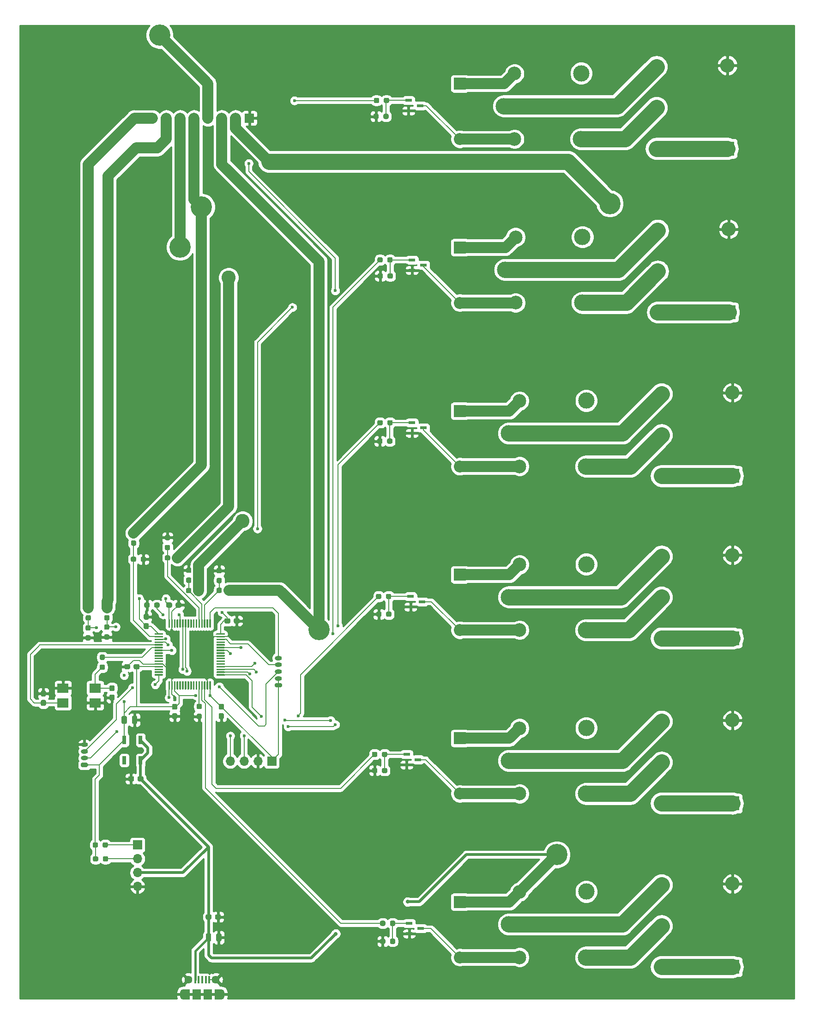
<source format=gbr>
%TF.GenerationSoftware,KiCad,Pcbnew,(5.1.10)-1*%
%TF.CreationDate,2021-08-19T16:33:58+09:00*%
%TF.ProjectId,ZeroGravity,5a65726f-4772-4617-9669-74792e6b6963,rev?*%
%TF.SameCoordinates,Original*%
%TF.FileFunction,Copper,L1,Top*%
%TF.FilePolarity,Positive*%
%FSLAX46Y46*%
G04 Gerber Fmt 4.6, Leading zero omitted, Abs format (unit mm)*
G04 Created by KiCad (PCBNEW (5.1.10)-1) date 2021-08-19 16:33:58*
%MOMM*%
%LPD*%
G01*
G04 APERTURE LIST*
%TA.AperFunction,ComponentPad*%
%ADD10O,1.700000X1.700000*%
%TD*%
%TA.AperFunction,ComponentPad*%
%ADD11R,1.700000X1.700000*%
%TD*%
%TA.AperFunction,ComponentPad*%
%ADD12C,2.500000*%
%TD*%
%TA.AperFunction,ComponentPad*%
%ADD13C,3.000000*%
%TD*%
%TA.AperFunction,ComponentPad*%
%ADD14C,2.600000*%
%TD*%
%TA.AperFunction,ComponentPad*%
%ADD15O,2.600000X2.600000*%
%TD*%
%TA.AperFunction,ComponentPad*%
%ADD16R,2.600000X2.600000*%
%TD*%
%TA.AperFunction,ComponentPad*%
%ADD17R,2.200000X2.200000*%
%TD*%
%TA.AperFunction,ComponentPad*%
%ADD18O,2.200000X2.200000*%
%TD*%
%TA.AperFunction,SMDPad,CuDef*%
%ADD19R,2.100000X1.700000*%
%TD*%
%TA.AperFunction,SMDPad,CuDef*%
%ADD20C,0.100000*%
%TD*%
%TA.AperFunction,SMDPad,CuDef*%
%ADD21R,0.700000X1.500000*%
%TD*%
%TA.AperFunction,SMDPad,CuDef*%
%ADD22R,1.300000X0.600000*%
%TD*%
%TA.AperFunction,SMDPad,CuDef*%
%ADD23R,1.200000X1.900000*%
%TD*%
%TA.AperFunction,ComponentPad*%
%ADD24O,1.200000X1.900000*%
%TD*%
%TA.AperFunction,SMDPad,CuDef*%
%ADD25R,1.500000X1.900000*%
%TD*%
%TA.AperFunction,ComponentPad*%
%ADD26C,1.450000*%
%TD*%
%TA.AperFunction,SMDPad,CuDef*%
%ADD27R,0.400000X1.350000*%
%TD*%
%TA.AperFunction,ComponentPad*%
%ADD28O,1.300000X0.800000*%
%TD*%
%TA.AperFunction,ViaPad*%
%ADD29C,0.600000*%
%TD*%
%TA.AperFunction,ViaPad*%
%ADD30C,3.900000*%
%TD*%
%TA.AperFunction,ViaPad*%
%ADD31C,0.700000*%
%TD*%
%TA.AperFunction,ViaPad*%
%ADD32C,2.600000*%
%TD*%
%TA.AperFunction,Conductor*%
%ADD33C,0.200000*%
%TD*%
%TA.AperFunction,Conductor*%
%ADD34C,2.000000*%
%TD*%
%TA.AperFunction,Conductor*%
%ADD35C,0.400000*%
%TD*%
%TA.AperFunction,Conductor*%
%ADD36C,0.500000*%
%TD*%
%TA.AperFunction,Conductor*%
%ADD37C,3.000000*%
%TD*%
%TA.AperFunction,Conductor*%
%ADD38C,0.254000*%
%TD*%
%TA.AperFunction,Conductor*%
%ADD39C,0.100000*%
%TD*%
G04 APERTURE END LIST*
%TO.P,R29,2*%
%TO.N,/Main Controller/I2C1_SCL*%
%TA.AperFunction,SMDPad,CuDef*%
G36*
G01*
X47550000Y-153937500D02*
X47550000Y-153462500D01*
G75*
G02*
X47787500Y-153225000I237500J0D01*
G01*
X48287500Y-153225000D01*
G75*
G02*
X48525000Y-153462500I0J-237500D01*
G01*
X48525000Y-153937500D01*
G75*
G02*
X48287500Y-154175000I-237500J0D01*
G01*
X47787500Y-154175000D01*
G75*
G02*
X47550000Y-153937500I0J237500D01*
G01*
G37*
%TD.AperFunction*%
%TO.P,R29,1*%
%TO.N,+3V3*%
%TA.AperFunction,SMDPad,CuDef*%
G36*
G01*
X45725000Y-153937500D02*
X45725000Y-153462500D01*
G75*
G02*
X45962500Y-153225000I237500J0D01*
G01*
X46462500Y-153225000D01*
G75*
G02*
X46700000Y-153462500I0J-237500D01*
G01*
X46700000Y-153937500D01*
G75*
G02*
X46462500Y-154175000I-237500J0D01*
G01*
X45962500Y-154175000D01*
G75*
G02*
X45725000Y-153937500I0J237500D01*
G01*
G37*
%TD.AperFunction*%
%TD*%
%TO.P,R28,2*%
%TO.N,/Main Controller/I2C1_SDA*%
%TA.AperFunction,SMDPad,CuDef*%
G36*
G01*
X47500000Y-151387500D02*
X47500000Y-150912500D01*
G75*
G02*
X47737500Y-150675000I237500J0D01*
G01*
X48237500Y-150675000D01*
G75*
G02*
X48475000Y-150912500I0J-237500D01*
G01*
X48475000Y-151387500D01*
G75*
G02*
X48237500Y-151625000I-237500J0D01*
G01*
X47737500Y-151625000D01*
G75*
G02*
X47500000Y-151387500I0J237500D01*
G01*
G37*
%TD.AperFunction*%
%TO.P,R28,1*%
%TO.N,+3V3*%
%TA.AperFunction,SMDPad,CuDef*%
G36*
G01*
X45675000Y-151387500D02*
X45675000Y-150912500D01*
G75*
G02*
X45912500Y-150675000I237500J0D01*
G01*
X46412500Y-150675000D01*
G75*
G02*
X46650000Y-150912500I0J-237500D01*
G01*
X46650000Y-151387500D01*
G75*
G02*
X46412500Y-151625000I-237500J0D01*
G01*
X45912500Y-151625000D01*
G75*
G02*
X45675000Y-151387500I0J237500D01*
G01*
G37*
%TD.AperFunction*%
%TD*%
D10*
%TO.P,J2,4*%
%TO.N,GND*%
X53900000Y-158770000D03*
%TO.P,J2,3*%
%TO.N,VBUS*%
X53900000Y-156230000D03*
%TO.P,J2,2*%
%TO.N,/Main Controller/I2C1_SCL*%
X53900000Y-153690000D03*
D11*
%TO.P,J2,1*%
%TO.N,/Main Controller/I2C1_SDA*%
X53900000Y-151150000D03*
%TD*%
%TO.P,R27,2*%
%TO.N,Net-(Q6-Pad1)*%
%TA.AperFunction,SMDPad,CuDef*%
G36*
G01*
X98987500Y-17837500D02*
X98987500Y-17362500D01*
G75*
G02*
X99225000Y-17125000I237500J0D01*
G01*
X99725000Y-17125000D01*
G75*
G02*
X99962500Y-17362500I0J-237500D01*
G01*
X99962500Y-17837500D01*
G75*
G02*
X99725000Y-18075000I-237500J0D01*
G01*
X99225000Y-18075000D01*
G75*
G02*
X98987500Y-17837500I0J237500D01*
G01*
G37*
%TD.AperFunction*%
%TO.P,R27,1*%
%TO.N,GND*%
%TA.AperFunction,SMDPad,CuDef*%
G36*
G01*
X97162500Y-17837500D02*
X97162500Y-17362500D01*
G75*
G02*
X97400000Y-17125000I237500J0D01*
G01*
X97900000Y-17125000D01*
G75*
G02*
X98137500Y-17362500I0J-237500D01*
G01*
X98137500Y-17837500D01*
G75*
G02*
X97900000Y-18075000I-237500J0D01*
G01*
X97400000Y-18075000D01*
G75*
G02*
X97162500Y-17837500I0J237500D01*
G01*
G37*
%TD.AperFunction*%
%TD*%
%TO.P,R26,2*%
%TO.N,Net-(Q5-Pad1)*%
%TA.AperFunction,SMDPad,CuDef*%
G36*
G01*
X99762500Y-47087500D02*
X99762500Y-46612500D01*
G75*
G02*
X100000000Y-46375000I237500J0D01*
G01*
X100500000Y-46375000D01*
G75*
G02*
X100737500Y-46612500I0J-237500D01*
G01*
X100737500Y-47087500D01*
G75*
G02*
X100500000Y-47325000I-237500J0D01*
G01*
X100000000Y-47325000D01*
G75*
G02*
X99762500Y-47087500I0J237500D01*
G01*
G37*
%TD.AperFunction*%
%TO.P,R26,1*%
%TO.N,GND*%
%TA.AperFunction,SMDPad,CuDef*%
G36*
G01*
X97937500Y-47087500D02*
X97937500Y-46612500D01*
G75*
G02*
X98175000Y-46375000I237500J0D01*
G01*
X98675000Y-46375000D01*
G75*
G02*
X98912500Y-46612500I0J-237500D01*
G01*
X98912500Y-47087500D01*
G75*
G02*
X98675000Y-47325000I-237500J0D01*
G01*
X98175000Y-47325000D01*
G75*
G02*
X97937500Y-47087500I0J237500D01*
G01*
G37*
%TD.AperFunction*%
%TD*%
%TO.P,R25,2*%
%TO.N,Net-(Q4-Pad1)*%
%TA.AperFunction,SMDPad,CuDef*%
G36*
G01*
X99500000Y-109087500D02*
X99500000Y-108612500D01*
G75*
G02*
X99737500Y-108375000I237500J0D01*
G01*
X100237500Y-108375000D01*
G75*
G02*
X100475000Y-108612500I0J-237500D01*
G01*
X100475000Y-109087500D01*
G75*
G02*
X100237500Y-109325000I-237500J0D01*
G01*
X99737500Y-109325000D01*
G75*
G02*
X99500000Y-109087500I0J237500D01*
G01*
G37*
%TD.AperFunction*%
%TO.P,R25,1*%
%TO.N,GND*%
%TA.AperFunction,SMDPad,CuDef*%
G36*
G01*
X97675000Y-109087500D02*
X97675000Y-108612500D01*
G75*
G02*
X97912500Y-108375000I237500J0D01*
G01*
X98412500Y-108375000D01*
G75*
G02*
X98650000Y-108612500I0J-237500D01*
G01*
X98650000Y-109087500D01*
G75*
G02*
X98412500Y-109325000I-237500J0D01*
G01*
X97912500Y-109325000D01*
G75*
G02*
X97675000Y-109087500I0J237500D01*
G01*
G37*
%TD.AperFunction*%
%TD*%
%TO.P,R24,2*%
%TO.N,Net-(Q3-Pad1)*%
%TA.AperFunction,SMDPad,CuDef*%
G36*
G01*
X99675000Y-77362500D02*
X99675000Y-76887500D01*
G75*
G02*
X99912500Y-76650000I237500J0D01*
G01*
X100412500Y-76650000D01*
G75*
G02*
X100650000Y-76887500I0J-237500D01*
G01*
X100650000Y-77362500D01*
G75*
G02*
X100412500Y-77600000I-237500J0D01*
G01*
X99912500Y-77600000D01*
G75*
G02*
X99675000Y-77362500I0J237500D01*
G01*
G37*
%TD.AperFunction*%
%TO.P,R24,1*%
%TO.N,GND*%
%TA.AperFunction,SMDPad,CuDef*%
G36*
G01*
X97850000Y-77362500D02*
X97850000Y-76887500D01*
G75*
G02*
X98087500Y-76650000I237500J0D01*
G01*
X98587500Y-76650000D01*
G75*
G02*
X98825000Y-76887500I0J-237500D01*
G01*
X98825000Y-77362500D01*
G75*
G02*
X98587500Y-77600000I-237500J0D01*
G01*
X98087500Y-77600000D01*
G75*
G02*
X97850000Y-77362500I0J237500D01*
G01*
G37*
%TD.AperFunction*%
%TD*%
%TO.P,R23,2*%
%TO.N,Net-(Q2-Pad1)*%
%TA.AperFunction,SMDPad,CuDef*%
G36*
G01*
X100206562Y-169051356D02*
X100206562Y-168576356D01*
G75*
G02*
X100444062Y-168338856I237500J0D01*
G01*
X100944062Y-168338856D01*
G75*
G02*
X101181562Y-168576356I0J-237500D01*
G01*
X101181562Y-169051356D01*
G75*
G02*
X100944062Y-169288856I-237500J0D01*
G01*
X100444062Y-169288856D01*
G75*
G02*
X100206562Y-169051356I0J237500D01*
G01*
G37*
%TD.AperFunction*%
%TO.P,R23,1*%
%TO.N,GND*%
%TA.AperFunction,SMDPad,CuDef*%
G36*
G01*
X98381562Y-169051356D02*
X98381562Y-168576356D01*
G75*
G02*
X98619062Y-168338856I237500J0D01*
G01*
X99119062Y-168338856D01*
G75*
G02*
X99356562Y-168576356I0J-237500D01*
G01*
X99356562Y-169051356D01*
G75*
G02*
X99119062Y-169288856I-237500J0D01*
G01*
X98619062Y-169288856D01*
G75*
G02*
X98381562Y-169051356I0J237500D01*
G01*
G37*
%TD.AperFunction*%
%TD*%
%TO.P,R22,2*%
%TO.N,Net-(Q1-Pad1)*%
%TA.AperFunction,SMDPad,CuDef*%
G36*
G01*
X98737500Y-137737500D02*
X98737500Y-137262500D01*
G75*
G02*
X98975000Y-137025000I237500J0D01*
G01*
X99475000Y-137025000D01*
G75*
G02*
X99712500Y-137262500I0J-237500D01*
G01*
X99712500Y-137737500D01*
G75*
G02*
X99475000Y-137975000I-237500J0D01*
G01*
X98975000Y-137975000D01*
G75*
G02*
X98737500Y-137737500I0J237500D01*
G01*
G37*
%TD.AperFunction*%
%TO.P,R22,1*%
%TO.N,GND*%
%TA.AperFunction,SMDPad,CuDef*%
G36*
G01*
X96912500Y-137737500D02*
X96912500Y-137262500D01*
G75*
G02*
X97150000Y-137025000I237500J0D01*
G01*
X97650000Y-137025000D01*
G75*
G02*
X97887500Y-137262500I0J-237500D01*
G01*
X97887500Y-137737500D01*
G75*
G02*
X97650000Y-137975000I-237500J0D01*
G01*
X97150000Y-137975000D01*
G75*
G02*
X96912500Y-137737500I0J237500D01*
G01*
G37*
%TD.AperFunction*%
%TD*%
D12*
%TO.P,K3,2*%
%TO.N,Net-(D4-Pad2)*%
X123950000Y-111750000D03*
D13*
%TO.P,K3,3*%
%TO.N,+30V*%
X136150000Y-111750000D03*
%TO.P,K3,4*%
%TO.N,N/C*%
X136200000Y-99700000D03*
D12*
%TO.P,K3,5*%
%TO.N,VBUS*%
X123950000Y-99750000D03*
D13*
%TO.P,K3,1*%
%TO.N,LSW3_COM*%
X122000000Y-105700000D03*
%TD*%
D12*
%TO.P,K2,2*%
%TO.N,Net-(D1-Pad2)*%
X123950000Y-141750000D03*
D13*
%TO.P,K2,3*%
%TO.N,+30V*%
X136150000Y-141750000D03*
%TO.P,K2,4*%
%TO.N,N/C*%
X136200000Y-129700000D03*
D12*
%TO.P,K2,5*%
%TO.N,VBUS*%
X123950000Y-129750000D03*
D13*
%TO.P,K2,1*%
%TO.N,LSW2_COM*%
X122000000Y-135700000D03*
%TD*%
D14*
%TO.P,SW2,1*%
%TO.N,Net-(D7-Pad1)*%
X150000000Y-173500000D03*
%TO.P,SW2,2*%
%TO.N,LSW1_COM*%
X150000000Y-158500000D03*
%TO.P,SW2,3*%
%TO.N,+30V*%
X150000000Y-166000000D03*
%TD*%
D10*
%TO.P,J5,4*%
%TO.N,/Main Controller/BT_RX*%
X70910000Y-135775000D03*
%TO.P,J5,3*%
%TO.N,/Main Controller/BT_TX*%
X73450000Y-135775000D03*
%TO.P,J5,2*%
%TO.N,GND*%
X75990000Y-135775000D03*
D11*
%TO.P,J5,1*%
%TO.N,+3V3*%
X78530000Y-135775000D03*
%TD*%
%TO.P,U1,64*%
%TO.N,+3V3*%
%TA.AperFunction,SMDPad,CuDef*%
G36*
G01*
X59575000Y-111250000D02*
X59575000Y-109850000D01*
G75*
G02*
X59650000Y-109775000I75000J0D01*
G01*
X59800000Y-109775000D01*
G75*
G02*
X59875000Y-109850000I0J-75000D01*
G01*
X59875000Y-111250000D01*
G75*
G02*
X59800000Y-111325000I-75000J0D01*
G01*
X59650000Y-111325000D01*
G75*
G02*
X59575000Y-111250000I0J75000D01*
G01*
G37*
%TD.AperFunction*%
%TO.P,U1,63*%
%TO.N,GND*%
%TA.AperFunction,SMDPad,CuDef*%
G36*
G01*
X60075000Y-111250000D02*
X60075000Y-109850000D01*
G75*
G02*
X60150000Y-109775000I75000J0D01*
G01*
X60300000Y-109775000D01*
G75*
G02*
X60375000Y-109850000I0J-75000D01*
G01*
X60375000Y-111250000D01*
G75*
G02*
X60300000Y-111325000I-75000J0D01*
G01*
X60150000Y-111325000D01*
G75*
G02*
X60075000Y-111250000I0J75000D01*
G01*
G37*
%TD.AperFunction*%
%TO.P,U1,62*%
%TO.N,N/C*%
%TA.AperFunction,SMDPad,CuDef*%
G36*
G01*
X60575000Y-111250000D02*
X60575000Y-109850000D01*
G75*
G02*
X60650000Y-109775000I75000J0D01*
G01*
X60800000Y-109775000D01*
G75*
G02*
X60875000Y-109850000I0J-75000D01*
G01*
X60875000Y-111250000D01*
G75*
G02*
X60800000Y-111325000I-75000J0D01*
G01*
X60650000Y-111325000D01*
G75*
G02*
X60575000Y-111250000I0J75000D01*
G01*
G37*
%TD.AperFunction*%
%TO.P,U1,61*%
%TA.AperFunction,SMDPad,CuDef*%
G36*
G01*
X61075000Y-111250000D02*
X61075000Y-109850000D01*
G75*
G02*
X61150000Y-109775000I75000J0D01*
G01*
X61300000Y-109775000D01*
G75*
G02*
X61375000Y-109850000I0J-75000D01*
G01*
X61375000Y-111250000D01*
G75*
G02*
X61300000Y-111325000I-75000J0D01*
G01*
X61150000Y-111325000D01*
G75*
G02*
X61075000Y-111250000I0J75000D01*
G01*
G37*
%TD.AperFunction*%
%TO.P,U1,60*%
%TO.N,/Main Controller/BOOT0*%
%TA.AperFunction,SMDPad,CuDef*%
G36*
G01*
X61575000Y-111250000D02*
X61575000Y-109850000D01*
G75*
G02*
X61650000Y-109775000I75000J0D01*
G01*
X61800000Y-109775000D01*
G75*
G02*
X61875000Y-109850000I0J-75000D01*
G01*
X61875000Y-111250000D01*
G75*
G02*
X61800000Y-111325000I-75000J0D01*
G01*
X61650000Y-111325000D01*
G75*
G02*
X61575000Y-111250000I0J75000D01*
G01*
G37*
%TD.AperFunction*%
%TO.P,U1,59*%
%TO.N,/Main Controller/I2C1_SDA*%
%TA.AperFunction,SMDPad,CuDef*%
G36*
G01*
X62075000Y-111250000D02*
X62075000Y-109850000D01*
G75*
G02*
X62150000Y-109775000I75000J0D01*
G01*
X62300000Y-109775000D01*
G75*
G02*
X62375000Y-109850000I0J-75000D01*
G01*
X62375000Y-111250000D01*
G75*
G02*
X62300000Y-111325000I-75000J0D01*
G01*
X62150000Y-111325000D01*
G75*
G02*
X62075000Y-111250000I0J75000D01*
G01*
G37*
%TD.AperFunction*%
%TO.P,U1,58*%
%TO.N,/Main Controller/I2C1_SCL*%
%TA.AperFunction,SMDPad,CuDef*%
G36*
G01*
X62575000Y-111250000D02*
X62575000Y-109850000D01*
G75*
G02*
X62650000Y-109775000I75000J0D01*
G01*
X62800000Y-109775000D01*
G75*
G02*
X62875000Y-109850000I0J-75000D01*
G01*
X62875000Y-111250000D01*
G75*
G02*
X62800000Y-111325000I-75000J0D01*
G01*
X62650000Y-111325000D01*
G75*
G02*
X62575000Y-111250000I0J75000D01*
G01*
G37*
%TD.AperFunction*%
%TO.P,U1,57*%
%TO.N,N/C*%
%TA.AperFunction,SMDPad,CuDef*%
G36*
G01*
X63075000Y-111250000D02*
X63075000Y-109850000D01*
G75*
G02*
X63150000Y-109775000I75000J0D01*
G01*
X63300000Y-109775000D01*
G75*
G02*
X63375000Y-109850000I0J-75000D01*
G01*
X63375000Y-111250000D01*
G75*
G02*
X63300000Y-111325000I-75000J0D01*
G01*
X63150000Y-111325000D01*
G75*
G02*
X63075000Y-111250000I0J75000D01*
G01*
G37*
%TD.AperFunction*%
%TO.P,U1,56*%
%TA.AperFunction,SMDPad,CuDef*%
G36*
G01*
X63575000Y-111250000D02*
X63575000Y-109850000D01*
G75*
G02*
X63650000Y-109775000I75000J0D01*
G01*
X63800000Y-109775000D01*
G75*
G02*
X63875000Y-109850000I0J-75000D01*
G01*
X63875000Y-111250000D01*
G75*
G02*
X63800000Y-111325000I-75000J0D01*
G01*
X63650000Y-111325000D01*
G75*
G02*
X63575000Y-111250000I0J75000D01*
G01*
G37*
%TD.AperFunction*%
%TO.P,U1,55*%
%TA.AperFunction,SMDPad,CuDef*%
G36*
G01*
X64075000Y-111250000D02*
X64075000Y-109850000D01*
G75*
G02*
X64150000Y-109775000I75000J0D01*
G01*
X64300000Y-109775000D01*
G75*
G02*
X64375000Y-109850000I0J-75000D01*
G01*
X64375000Y-111250000D01*
G75*
G02*
X64300000Y-111325000I-75000J0D01*
G01*
X64150000Y-111325000D01*
G75*
G02*
X64075000Y-111250000I0J75000D01*
G01*
G37*
%TD.AperFunction*%
%TO.P,U1,54*%
%TA.AperFunction,SMDPad,CuDef*%
G36*
G01*
X64575000Y-111250000D02*
X64575000Y-109850000D01*
G75*
G02*
X64650000Y-109775000I75000J0D01*
G01*
X64800000Y-109775000D01*
G75*
G02*
X64875000Y-109850000I0J-75000D01*
G01*
X64875000Y-111250000D01*
G75*
G02*
X64800000Y-111325000I-75000J0D01*
G01*
X64650000Y-111325000D01*
G75*
G02*
X64575000Y-111250000I0J75000D01*
G01*
G37*
%TD.AperFunction*%
%TO.P,U1,53*%
%TO.N,/Main Controller/LIMIT_SIG3*%
%TA.AperFunction,SMDPad,CuDef*%
G36*
G01*
X65075000Y-111250000D02*
X65075000Y-109850000D01*
G75*
G02*
X65150000Y-109775000I75000J0D01*
G01*
X65300000Y-109775000D01*
G75*
G02*
X65375000Y-109850000I0J-75000D01*
G01*
X65375000Y-111250000D01*
G75*
G02*
X65300000Y-111325000I-75000J0D01*
G01*
X65150000Y-111325000D01*
G75*
G02*
X65075000Y-111250000I0J75000D01*
G01*
G37*
%TD.AperFunction*%
%TO.P,U1,52*%
%TO.N,/Main Controller/LIMIT_SIG2*%
%TA.AperFunction,SMDPad,CuDef*%
G36*
G01*
X65575000Y-111250000D02*
X65575000Y-109850000D01*
G75*
G02*
X65650000Y-109775000I75000J0D01*
G01*
X65800000Y-109775000D01*
G75*
G02*
X65875000Y-109850000I0J-75000D01*
G01*
X65875000Y-111250000D01*
G75*
G02*
X65800000Y-111325000I-75000J0D01*
G01*
X65650000Y-111325000D01*
G75*
G02*
X65575000Y-111250000I0J75000D01*
G01*
G37*
%TD.AperFunction*%
%TO.P,U1,51*%
%TO.N,/Main Controller/LIMIT_SIG1*%
%TA.AperFunction,SMDPad,CuDef*%
G36*
G01*
X66075000Y-111250000D02*
X66075000Y-109850000D01*
G75*
G02*
X66150000Y-109775000I75000J0D01*
G01*
X66300000Y-109775000D01*
G75*
G02*
X66375000Y-109850000I0J-75000D01*
G01*
X66375000Y-111250000D01*
G75*
G02*
X66300000Y-111325000I-75000J0D01*
G01*
X66150000Y-111325000D01*
G75*
G02*
X66075000Y-111250000I0J75000D01*
G01*
G37*
%TD.AperFunction*%
%TO.P,U1,50*%
%TO.N,N/C*%
%TA.AperFunction,SMDPad,CuDef*%
G36*
G01*
X66575000Y-111250000D02*
X66575000Y-109850000D01*
G75*
G02*
X66650000Y-109775000I75000J0D01*
G01*
X66800000Y-109775000D01*
G75*
G02*
X66875000Y-109850000I0J-75000D01*
G01*
X66875000Y-111250000D01*
G75*
G02*
X66800000Y-111325000I-75000J0D01*
G01*
X66650000Y-111325000D01*
G75*
G02*
X66575000Y-111250000I0J75000D01*
G01*
G37*
%TD.AperFunction*%
%TO.P,U1,49*%
%TO.N,/Main Controller/DBG_SWCLK*%
%TA.AperFunction,SMDPad,CuDef*%
G36*
G01*
X67075000Y-111250000D02*
X67075000Y-109850000D01*
G75*
G02*
X67150000Y-109775000I75000J0D01*
G01*
X67300000Y-109775000D01*
G75*
G02*
X67375000Y-109850000I0J-75000D01*
G01*
X67375000Y-111250000D01*
G75*
G02*
X67300000Y-111325000I-75000J0D01*
G01*
X67150000Y-111325000D01*
G75*
G02*
X67075000Y-111250000I0J75000D01*
G01*
G37*
%TD.AperFunction*%
%TO.P,U1,48*%
%TO.N,+3V3*%
%TA.AperFunction,SMDPad,CuDef*%
G36*
G01*
X68375000Y-112550000D02*
X68375000Y-112400000D01*
G75*
G02*
X68450000Y-112325000I75000J0D01*
G01*
X69850000Y-112325000D01*
G75*
G02*
X69925000Y-112400000I0J-75000D01*
G01*
X69925000Y-112550000D01*
G75*
G02*
X69850000Y-112625000I-75000J0D01*
G01*
X68450000Y-112625000D01*
G75*
G02*
X68375000Y-112550000I0J75000D01*
G01*
G37*
%TD.AperFunction*%
%TO.P,U1,47*%
%TO.N,GND*%
%TA.AperFunction,SMDPad,CuDef*%
G36*
G01*
X68375000Y-113050000D02*
X68375000Y-112900000D01*
G75*
G02*
X68450000Y-112825000I75000J0D01*
G01*
X69850000Y-112825000D01*
G75*
G02*
X69925000Y-112900000I0J-75000D01*
G01*
X69925000Y-113050000D01*
G75*
G02*
X69850000Y-113125000I-75000J0D01*
G01*
X68450000Y-113125000D01*
G75*
G02*
X68375000Y-113050000I0J75000D01*
G01*
G37*
%TD.AperFunction*%
%TO.P,U1,46*%
%TO.N,/Main Controller/DBG_SWDIO*%
%TA.AperFunction,SMDPad,CuDef*%
G36*
G01*
X68375000Y-113550000D02*
X68375000Y-113400000D01*
G75*
G02*
X68450000Y-113325000I75000J0D01*
G01*
X69850000Y-113325000D01*
G75*
G02*
X69925000Y-113400000I0J-75000D01*
G01*
X69925000Y-113550000D01*
G75*
G02*
X69850000Y-113625000I-75000J0D01*
G01*
X68450000Y-113625000D01*
G75*
G02*
X68375000Y-113550000I0J75000D01*
G01*
G37*
%TD.AperFunction*%
%TO.P,U1,45*%
%TO.N,N/C*%
%TA.AperFunction,SMDPad,CuDef*%
G36*
G01*
X68375000Y-114050000D02*
X68375000Y-113900000D01*
G75*
G02*
X68450000Y-113825000I75000J0D01*
G01*
X69850000Y-113825000D01*
G75*
G02*
X69925000Y-113900000I0J-75000D01*
G01*
X69925000Y-114050000D01*
G75*
G02*
X69850000Y-114125000I-75000J0D01*
G01*
X68450000Y-114125000D01*
G75*
G02*
X68375000Y-114050000I0J75000D01*
G01*
G37*
%TD.AperFunction*%
%TO.P,U1,44*%
%TA.AperFunction,SMDPad,CuDef*%
G36*
G01*
X68375000Y-114550000D02*
X68375000Y-114400000D01*
G75*
G02*
X68450000Y-114325000I75000J0D01*
G01*
X69850000Y-114325000D01*
G75*
G02*
X69925000Y-114400000I0J-75000D01*
G01*
X69925000Y-114550000D01*
G75*
G02*
X69850000Y-114625000I-75000J0D01*
G01*
X68450000Y-114625000D01*
G75*
G02*
X68375000Y-114550000I0J75000D01*
G01*
G37*
%TD.AperFunction*%
%TO.P,U1,43*%
%TO.N,/Main Controller/BT_TX*%
%TA.AperFunction,SMDPad,CuDef*%
G36*
G01*
X68375000Y-115050000D02*
X68375000Y-114900000D01*
G75*
G02*
X68450000Y-114825000I75000J0D01*
G01*
X69850000Y-114825000D01*
G75*
G02*
X69925000Y-114900000I0J-75000D01*
G01*
X69925000Y-115050000D01*
G75*
G02*
X69850000Y-115125000I-75000J0D01*
G01*
X68450000Y-115125000D01*
G75*
G02*
X68375000Y-115050000I0J75000D01*
G01*
G37*
%TD.AperFunction*%
%TO.P,U1,42*%
%TO.N,/Main Controller/BT_RX*%
%TA.AperFunction,SMDPad,CuDef*%
G36*
G01*
X68375000Y-115550000D02*
X68375000Y-115400000D01*
G75*
G02*
X68450000Y-115325000I75000J0D01*
G01*
X69850000Y-115325000D01*
G75*
G02*
X69925000Y-115400000I0J-75000D01*
G01*
X69925000Y-115550000D01*
G75*
G02*
X69850000Y-115625000I-75000J0D01*
G01*
X68450000Y-115625000D01*
G75*
G02*
X68375000Y-115550000I0J75000D01*
G01*
G37*
%TD.AperFunction*%
%TO.P,U1,41*%
%TO.N,N/C*%
%TA.AperFunction,SMDPad,CuDef*%
G36*
G01*
X68375000Y-116050000D02*
X68375000Y-115900000D01*
G75*
G02*
X68450000Y-115825000I75000J0D01*
G01*
X69850000Y-115825000D01*
G75*
G02*
X69925000Y-115900000I0J-75000D01*
G01*
X69925000Y-116050000D01*
G75*
G02*
X69850000Y-116125000I-75000J0D01*
G01*
X68450000Y-116125000D01*
G75*
G02*
X68375000Y-116050000I0J75000D01*
G01*
G37*
%TD.AperFunction*%
%TO.P,U1,40*%
%TA.AperFunction,SMDPad,CuDef*%
G36*
G01*
X68375000Y-116550000D02*
X68375000Y-116400000D01*
G75*
G02*
X68450000Y-116325000I75000J0D01*
G01*
X69850000Y-116325000D01*
G75*
G02*
X69925000Y-116400000I0J-75000D01*
G01*
X69925000Y-116550000D01*
G75*
G02*
X69850000Y-116625000I-75000J0D01*
G01*
X68450000Y-116625000D01*
G75*
G02*
X68375000Y-116550000I0J75000D01*
G01*
G37*
%TD.AperFunction*%
%TO.P,U1,39*%
%TA.AperFunction,SMDPad,CuDef*%
G36*
G01*
X68375000Y-117050000D02*
X68375000Y-116900000D01*
G75*
G02*
X68450000Y-116825000I75000J0D01*
G01*
X69850000Y-116825000D01*
G75*
G02*
X69925000Y-116900000I0J-75000D01*
G01*
X69925000Y-117050000D01*
G75*
G02*
X69850000Y-117125000I-75000J0D01*
G01*
X68450000Y-117125000D01*
G75*
G02*
X68375000Y-117050000I0J75000D01*
G01*
G37*
%TD.AperFunction*%
%TO.P,U1,38*%
%TA.AperFunction,SMDPad,CuDef*%
G36*
G01*
X68375000Y-117550000D02*
X68375000Y-117400000D01*
G75*
G02*
X68450000Y-117325000I75000J0D01*
G01*
X69850000Y-117325000D01*
G75*
G02*
X69925000Y-117400000I0J-75000D01*
G01*
X69925000Y-117550000D01*
G75*
G02*
X69850000Y-117625000I-75000J0D01*
G01*
X68450000Y-117625000D01*
G75*
G02*
X68375000Y-117550000I0J75000D01*
G01*
G37*
%TD.AperFunction*%
%TO.P,U1,37*%
%TA.AperFunction,SMDPad,CuDef*%
G36*
G01*
X68375000Y-118050000D02*
X68375000Y-117900000D01*
G75*
G02*
X68450000Y-117825000I75000J0D01*
G01*
X69850000Y-117825000D01*
G75*
G02*
X69925000Y-117900000I0J-75000D01*
G01*
X69925000Y-118050000D01*
G75*
G02*
X69850000Y-118125000I-75000J0D01*
G01*
X68450000Y-118125000D01*
G75*
G02*
X68375000Y-118050000I0J75000D01*
G01*
G37*
%TD.AperFunction*%
%TO.P,U1,36*%
%TO.N,LSW6_TRIGGER*%
%TA.AperFunction,SMDPad,CuDef*%
G36*
G01*
X68375000Y-118550000D02*
X68375000Y-118400000D01*
G75*
G02*
X68450000Y-118325000I75000J0D01*
G01*
X69850000Y-118325000D01*
G75*
G02*
X69925000Y-118400000I0J-75000D01*
G01*
X69925000Y-118550000D01*
G75*
G02*
X69850000Y-118625000I-75000J0D01*
G01*
X68450000Y-118625000D01*
G75*
G02*
X68375000Y-118550000I0J75000D01*
G01*
G37*
%TD.AperFunction*%
%TO.P,U1,35*%
%TO.N,LSW5_TRIGGER*%
%TA.AperFunction,SMDPad,CuDef*%
G36*
G01*
X68375000Y-119050000D02*
X68375000Y-118900000D01*
G75*
G02*
X68450000Y-118825000I75000J0D01*
G01*
X69850000Y-118825000D01*
G75*
G02*
X69925000Y-118900000I0J-75000D01*
G01*
X69925000Y-119050000D01*
G75*
G02*
X69850000Y-119125000I-75000J0D01*
G01*
X68450000Y-119125000D01*
G75*
G02*
X68375000Y-119050000I0J75000D01*
G01*
G37*
%TD.AperFunction*%
%TO.P,U1,34*%
%TO.N,LSW4_TRIGGER*%
%TA.AperFunction,SMDPad,CuDef*%
G36*
G01*
X68375000Y-119550000D02*
X68375000Y-119400000D01*
G75*
G02*
X68450000Y-119325000I75000J0D01*
G01*
X69850000Y-119325000D01*
G75*
G02*
X69925000Y-119400000I0J-75000D01*
G01*
X69925000Y-119550000D01*
G75*
G02*
X69850000Y-119625000I-75000J0D01*
G01*
X68450000Y-119625000D01*
G75*
G02*
X68375000Y-119550000I0J75000D01*
G01*
G37*
%TD.AperFunction*%
%TO.P,U1,33*%
%TO.N,LSW3_TRIGGER*%
%TA.AperFunction,SMDPad,CuDef*%
G36*
G01*
X68375000Y-120050000D02*
X68375000Y-119900000D01*
G75*
G02*
X68450000Y-119825000I75000J0D01*
G01*
X69850000Y-119825000D01*
G75*
G02*
X69925000Y-119900000I0J-75000D01*
G01*
X69925000Y-120050000D01*
G75*
G02*
X69850000Y-120125000I-75000J0D01*
G01*
X68450000Y-120125000D01*
G75*
G02*
X68375000Y-120050000I0J75000D01*
G01*
G37*
%TD.AperFunction*%
%TO.P,U1,32*%
%TO.N,+3V3*%
%TA.AperFunction,SMDPad,CuDef*%
G36*
G01*
X67075000Y-122600000D02*
X67075000Y-121200000D01*
G75*
G02*
X67150000Y-121125000I75000J0D01*
G01*
X67300000Y-121125000D01*
G75*
G02*
X67375000Y-121200000I0J-75000D01*
G01*
X67375000Y-122600000D01*
G75*
G02*
X67300000Y-122675000I-75000J0D01*
G01*
X67150000Y-122675000D01*
G75*
G02*
X67075000Y-122600000I0J75000D01*
G01*
G37*
%TD.AperFunction*%
%TO.P,U1,31*%
%TO.N,GND*%
%TA.AperFunction,SMDPad,CuDef*%
G36*
G01*
X66575000Y-122600000D02*
X66575000Y-121200000D01*
G75*
G02*
X66650000Y-121125000I75000J0D01*
G01*
X66800000Y-121125000D01*
G75*
G02*
X66875000Y-121200000I0J-75000D01*
G01*
X66875000Y-122600000D01*
G75*
G02*
X66800000Y-122675000I-75000J0D01*
G01*
X66650000Y-122675000D01*
G75*
G02*
X66575000Y-122600000I0J75000D01*
G01*
G37*
%TD.AperFunction*%
%TO.P,U1,30*%
%TO.N,LSW2_TRIGGER*%
%TA.AperFunction,SMDPad,CuDef*%
G36*
G01*
X66075000Y-122600000D02*
X66075000Y-121200000D01*
G75*
G02*
X66150000Y-121125000I75000J0D01*
G01*
X66300000Y-121125000D01*
G75*
G02*
X66375000Y-121200000I0J-75000D01*
G01*
X66375000Y-122600000D01*
G75*
G02*
X66300000Y-122675000I-75000J0D01*
G01*
X66150000Y-122675000D01*
G75*
G02*
X66075000Y-122600000I0J75000D01*
G01*
G37*
%TD.AperFunction*%
%TO.P,U1,29*%
%TO.N,LSW1_TRIGGER*%
%TA.AperFunction,SMDPad,CuDef*%
G36*
G01*
X65575000Y-122600000D02*
X65575000Y-121200000D01*
G75*
G02*
X65650000Y-121125000I75000J0D01*
G01*
X65800000Y-121125000D01*
G75*
G02*
X65875000Y-121200000I0J-75000D01*
G01*
X65875000Y-122600000D01*
G75*
G02*
X65800000Y-122675000I-75000J0D01*
G01*
X65650000Y-122675000D01*
G75*
G02*
X65575000Y-122600000I0J75000D01*
G01*
G37*
%TD.AperFunction*%
%TO.P,U1,28*%
%TO.N,Net-(R9-Pad1)*%
%TA.AperFunction,SMDPad,CuDef*%
G36*
G01*
X65075000Y-122600000D02*
X65075000Y-121200000D01*
G75*
G02*
X65150000Y-121125000I75000J0D01*
G01*
X65300000Y-121125000D01*
G75*
G02*
X65375000Y-121200000I0J-75000D01*
G01*
X65375000Y-122600000D01*
G75*
G02*
X65300000Y-122675000I-75000J0D01*
G01*
X65150000Y-122675000D01*
G75*
G02*
X65075000Y-122600000I0J75000D01*
G01*
G37*
%TD.AperFunction*%
%TO.P,U1,27*%
%TO.N,N/C*%
%TA.AperFunction,SMDPad,CuDef*%
G36*
G01*
X64575000Y-122600000D02*
X64575000Y-121200000D01*
G75*
G02*
X64650000Y-121125000I75000J0D01*
G01*
X64800000Y-121125000D01*
G75*
G02*
X64875000Y-121200000I0J-75000D01*
G01*
X64875000Y-122600000D01*
G75*
G02*
X64800000Y-122675000I-75000J0D01*
G01*
X64650000Y-122675000D01*
G75*
G02*
X64575000Y-122600000I0J75000D01*
G01*
G37*
%TD.AperFunction*%
%TO.P,U1,26*%
%TA.AperFunction,SMDPad,CuDef*%
G36*
G01*
X64075000Y-122600000D02*
X64075000Y-121200000D01*
G75*
G02*
X64150000Y-121125000I75000J0D01*
G01*
X64300000Y-121125000D01*
G75*
G02*
X64375000Y-121200000I0J-75000D01*
G01*
X64375000Y-122600000D01*
G75*
G02*
X64300000Y-122675000I-75000J0D01*
G01*
X64150000Y-122675000D01*
G75*
G02*
X64075000Y-122600000I0J75000D01*
G01*
G37*
%TD.AperFunction*%
%TO.P,U1,25*%
%TA.AperFunction,SMDPad,CuDef*%
G36*
G01*
X63575000Y-122600000D02*
X63575000Y-121200000D01*
G75*
G02*
X63650000Y-121125000I75000J0D01*
G01*
X63800000Y-121125000D01*
G75*
G02*
X63875000Y-121200000I0J-75000D01*
G01*
X63875000Y-122600000D01*
G75*
G02*
X63800000Y-122675000I-75000J0D01*
G01*
X63650000Y-122675000D01*
G75*
G02*
X63575000Y-122600000I0J75000D01*
G01*
G37*
%TD.AperFunction*%
%TO.P,U1,24*%
%TA.AperFunction,SMDPad,CuDef*%
G36*
G01*
X63075000Y-122600000D02*
X63075000Y-121200000D01*
G75*
G02*
X63150000Y-121125000I75000J0D01*
G01*
X63300000Y-121125000D01*
G75*
G02*
X63375000Y-121200000I0J-75000D01*
G01*
X63375000Y-122600000D01*
G75*
G02*
X63300000Y-122675000I-75000J0D01*
G01*
X63150000Y-122675000D01*
G75*
G02*
X63075000Y-122600000I0J75000D01*
G01*
G37*
%TD.AperFunction*%
%TO.P,U1,23*%
%TA.AperFunction,SMDPad,CuDef*%
G36*
G01*
X62575000Y-122600000D02*
X62575000Y-121200000D01*
G75*
G02*
X62650000Y-121125000I75000J0D01*
G01*
X62800000Y-121125000D01*
G75*
G02*
X62875000Y-121200000I0J-75000D01*
G01*
X62875000Y-122600000D01*
G75*
G02*
X62800000Y-122675000I-75000J0D01*
G01*
X62650000Y-122675000D01*
G75*
G02*
X62575000Y-122600000I0J75000D01*
G01*
G37*
%TD.AperFunction*%
%TO.P,U1,22*%
%TA.AperFunction,SMDPad,CuDef*%
G36*
G01*
X62075000Y-122600000D02*
X62075000Y-121200000D01*
G75*
G02*
X62150000Y-121125000I75000J0D01*
G01*
X62300000Y-121125000D01*
G75*
G02*
X62375000Y-121200000I0J-75000D01*
G01*
X62375000Y-122600000D01*
G75*
G02*
X62300000Y-122675000I-75000J0D01*
G01*
X62150000Y-122675000D01*
G75*
G02*
X62075000Y-122600000I0J75000D01*
G01*
G37*
%TD.AperFunction*%
%TO.P,U1,21*%
%TA.AperFunction,SMDPad,CuDef*%
G36*
G01*
X61575000Y-122600000D02*
X61575000Y-121200000D01*
G75*
G02*
X61650000Y-121125000I75000J0D01*
G01*
X61800000Y-121125000D01*
G75*
G02*
X61875000Y-121200000I0J-75000D01*
G01*
X61875000Y-122600000D01*
G75*
G02*
X61800000Y-122675000I-75000J0D01*
G01*
X61650000Y-122675000D01*
G75*
G02*
X61575000Y-122600000I0J75000D01*
G01*
G37*
%TD.AperFunction*%
%TO.P,U1,20*%
%TA.AperFunction,SMDPad,CuDef*%
G36*
G01*
X61075000Y-122600000D02*
X61075000Y-121200000D01*
G75*
G02*
X61150000Y-121125000I75000J0D01*
G01*
X61300000Y-121125000D01*
G75*
G02*
X61375000Y-121200000I0J-75000D01*
G01*
X61375000Y-122600000D01*
G75*
G02*
X61300000Y-122675000I-75000J0D01*
G01*
X61150000Y-122675000D01*
G75*
G02*
X61075000Y-122600000I0J75000D01*
G01*
G37*
%TD.AperFunction*%
%TO.P,U1,19*%
%TO.N,+3V3*%
%TA.AperFunction,SMDPad,CuDef*%
G36*
G01*
X60575000Y-122600000D02*
X60575000Y-121200000D01*
G75*
G02*
X60650000Y-121125000I75000J0D01*
G01*
X60800000Y-121125000D01*
G75*
G02*
X60875000Y-121200000I0J-75000D01*
G01*
X60875000Y-122600000D01*
G75*
G02*
X60800000Y-122675000I-75000J0D01*
G01*
X60650000Y-122675000D01*
G75*
G02*
X60575000Y-122600000I0J75000D01*
G01*
G37*
%TD.AperFunction*%
%TO.P,U1,18*%
%TO.N,GND*%
%TA.AperFunction,SMDPad,CuDef*%
G36*
G01*
X60075000Y-122600000D02*
X60075000Y-121200000D01*
G75*
G02*
X60150000Y-121125000I75000J0D01*
G01*
X60300000Y-121125000D01*
G75*
G02*
X60375000Y-121200000I0J-75000D01*
G01*
X60375000Y-122600000D01*
G75*
G02*
X60300000Y-122675000I-75000J0D01*
G01*
X60150000Y-122675000D01*
G75*
G02*
X60075000Y-122600000I0J75000D01*
G01*
G37*
%TD.AperFunction*%
%TO.P,U1,17*%
%TO.N,/Main Controller/DEBUG_TX*%
%TA.AperFunction,SMDPad,CuDef*%
G36*
G01*
X59575000Y-122600000D02*
X59575000Y-121200000D01*
G75*
G02*
X59650000Y-121125000I75000J0D01*
G01*
X59800000Y-121125000D01*
G75*
G02*
X59875000Y-121200000I0J-75000D01*
G01*
X59875000Y-122600000D01*
G75*
G02*
X59800000Y-122675000I-75000J0D01*
G01*
X59650000Y-122675000D01*
G75*
G02*
X59575000Y-122600000I0J75000D01*
G01*
G37*
%TD.AperFunction*%
%TO.P,U1,16*%
%TO.N,/Main Controller/DEBUG_RX*%
%TA.AperFunction,SMDPad,CuDef*%
G36*
G01*
X57025000Y-120050000D02*
X57025000Y-119900000D01*
G75*
G02*
X57100000Y-119825000I75000J0D01*
G01*
X58500000Y-119825000D01*
G75*
G02*
X58575000Y-119900000I0J-75000D01*
G01*
X58575000Y-120050000D01*
G75*
G02*
X58500000Y-120125000I-75000J0D01*
G01*
X57100000Y-120125000D01*
G75*
G02*
X57025000Y-120050000I0J75000D01*
G01*
G37*
%TD.AperFunction*%
%TO.P,U1,15*%
%TO.N,N/C*%
%TA.AperFunction,SMDPad,CuDef*%
G36*
G01*
X57025000Y-119550000D02*
X57025000Y-119400000D01*
G75*
G02*
X57100000Y-119325000I75000J0D01*
G01*
X58500000Y-119325000D01*
G75*
G02*
X58575000Y-119400000I0J-75000D01*
G01*
X58575000Y-119550000D01*
G75*
G02*
X58500000Y-119625000I-75000J0D01*
G01*
X57100000Y-119625000D01*
G75*
G02*
X57025000Y-119550000I0J75000D01*
G01*
G37*
%TD.AperFunction*%
%TO.P,U1,14*%
%TA.AperFunction,SMDPad,CuDef*%
G36*
G01*
X57025000Y-119050000D02*
X57025000Y-118900000D01*
G75*
G02*
X57100000Y-118825000I75000J0D01*
G01*
X58500000Y-118825000D01*
G75*
G02*
X58575000Y-118900000I0J-75000D01*
G01*
X58575000Y-119050000D01*
G75*
G02*
X58500000Y-119125000I-75000J0D01*
G01*
X57100000Y-119125000D01*
G75*
G02*
X57025000Y-119050000I0J75000D01*
G01*
G37*
%TD.AperFunction*%
%TO.P,U1,13*%
%TO.N,+3V3*%
%TA.AperFunction,SMDPad,CuDef*%
G36*
G01*
X57025000Y-118550000D02*
X57025000Y-118400000D01*
G75*
G02*
X57100000Y-118325000I75000J0D01*
G01*
X58500000Y-118325000D01*
G75*
G02*
X58575000Y-118400000I0J-75000D01*
G01*
X58575000Y-118550000D01*
G75*
G02*
X58500000Y-118625000I-75000J0D01*
G01*
X57100000Y-118625000D01*
G75*
G02*
X57025000Y-118550000I0J75000D01*
G01*
G37*
%TD.AperFunction*%
%TO.P,U1,12*%
%TO.N,GND*%
%TA.AperFunction,SMDPad,CuDef*%
G36*
G01*
X57025000Y-118050000D02*
X57025000Y-117900000D01*
G75*
G02*
X57100000Y-117825000I75000J0D01*
G01*
X58500000Y-117825000D01*
G75*
G02*
X58575000Y-117900000I0J-75000D01*
G01*
X58575000Y-118050000D01*
G75*
G02*
X58500000Y-118125000I-75000J0D01*
G01*
X57100000Y-118125000D01*
G75*
G02*
X57025000Y-118050000I0J75000D01*
G01*
G37*
%TD.AperFunction*%
%TO.P,U1,11*%
%TO.N,N/C*%
%TA.AperFunction,SMDPad,CuDef*%
G36*
G01*
X57025000Y-117550000D02*
X57025000Y-117400000D01*
G75*
G02*
X57100000Y-117325000I75000J0D01*
G01*
X58500000Y-117325000D01*
G75*
G02*
X58575000Y-117400000I0J-75000D01*
G01*
X58575000Y-117550000D01*
G75*
G02*
X58500000Y-117625000I-75000J0D01*
G01*
X57100000Y-117625000D01*
G75*
G02*
X57025000Y-117550000I0J75000D01*
G01*
G37*
%TD.AperFunction*%
%TO.P,U1,10*%
%TA.AperFunction,SMDPad,CuDef*%
G36*
G01*
X57025000Y-117050000D02*
X57025000Y-116900000D01*
G75*
G02*
X57100000Y-116825000I75000J0D01*
G01*
X58500000Y-116825000D01*
G75*
G02*
X58575000Y-116900000I0J-75000D01*
G01*
X58575000Y-117050000D01*
G75*
G02*
X58500000Y-117125000I-75000J0D01*
G01*
X57100000Y-117125000D01*
G75*
G02*
X57025000Y-117050000I0J75000D01*
G01*
G37*
%TD.AperFunction*%
%TO.P,U1,9*%
%TA.AperFunction,SMDPad,CuDef*%
G36*
G01*
X57025000Y-116550000D02*
X57025000Y-116400000D01*
G75*
G02*
X57100000Y-116325000I75000J0D01*
G01*
X58500000Y-116325000D01*
G75*
G02*
X58575000Y-116400000I0J-75000D01*
G01*
X58575000Y-116550000D01*
G75*
G02*
X58500000Y-116625000I-75000J0D01*
G01*
X57100000Y-116625000D01*
G75*
G02*
X57025000Y-116550000I0J75000D01*
G01*
G37*
%TD.AperFunction*%
%TO.P,U1,8*%
%TA.AperFunction,SMDPad,CuDef*%
G36*
G01*
X57025000Y-116050000D02*
X57025000Y-115900000D01*
G75*
G02*
X57100000Y-115825000I75000J0D01*
G01*
X58500000Y-115825000D01*
G75*
G02*
X58575000Y-115900000I0J-75000D01*
G01*
X58575000Y-116050000D01*
G75*
G02*
X58500000Y-116125000I-75000J0D01*
G01*
X57100000Y-116125000D01*
G75*
G02*
X57025000Y-116050000I0J75000D01*
G01*
G37*
%TD.AperFunction*%
%TO.P,U1,7*%
%TO.N,/Main Controller/NRST*%
%TA.AperFunction,SMDPad,CuDef*%
G36*
G01*
X57025000Y-115550000D02*
X57025000Y-115400000D01*
G75*
G02*
X57100000Y-115325000I75000J0D01*
G01*
X58500000Y-115325000D01*
G75*
G02*
X58575000Y-115400000I0J-75000D01*
G01*
X58575000Y-115550000D01*
G75*
G02*
X58500000Y-115625000I-75000J0D01*
G01*
X57100000Y-115625000D01*
G75*
G02*
X57025000Y-115550000I0J75000D01*
G01*
G37*
%TD.AperFunction*%
%TO.P,U1,6*%
%TO.N,Net-(R7-Pad2)*%
%TA.AperFunction,SMDPad,CuDef*%
G36*
G01*
X57025000Y-115050000D02*
X57025000Y-114900000D01*
G75*
G02*
X57100000Y-114825000I75000J0D01*
G01*
X58500000Y-114825000D01*
G75*
G02*
X58575000Y-114900000I0J-75000D01*
G01*
X58575000Y-115050000D01*
G75*
G02*
X58500000Y-115125000I-75000J0D01*
G01*
X57100000Y-115125000D01*
G75*
G02*
X57025000Y-115050000I0J75000D01*
G01*
G37*
%TD.AperFunction*%
%TO.P,U1,5*%
%TO.N,Net-(C2-Pad2)*%
%TA.AperFunction,SMDPad,CuDef*%
G36*
G01*
X57025000Y-114550000D02*
X57025000Y-114400000D01*
G75*
G02*
X57100000Y-114325000I75000J0D01*
G01*
X58500000Y-114325000D01*
G75*
G02*
X58575000Y-114400000I0J-75000D01*
G01*
X58575000Y-114550000D01*
G75*
G02*
X58500000Y-114625000I-75000J0D01*
G01*
X57100000Y-114625000D01*
G75*
G02*
X57025000Y-114550000I0J75000D01*
G01*
G37*
%TD.AperFunction*%
%TO.P,U1,4*%
%TO.N,/Main Controller/LIMIT_SIG6*%
%TA.AperFunction,SMDPad,CuDef*%
G36*
G01*
X57025000Y-114050000D02*
X57025000Y-113900000D01*
G75*
G02*
X57100000Y-113825000I75000J0D01*
G01*
X58500000Y-113825000D01*
G75*
G02*
X58575000Y-113900000I0J-75000D01*
G01*
X58575000Y-114050000D01*
G75*
G02*
X58500000Y-114125000I-75000J0D01*
G01*
X57100000Y-114125000D01*
G75*
G02*
X57025000Y-114050000I0J75000D01*
G01*
G37*
%TD.AperFunction*%
%TO.P,U1,3*%
%TO.N,/Main Controller/LIMIT_SIG5*%
%TA.AperFunction,SMDPad,CuDef*%
G36*
G01*
X57025000Y-113550000D02*
X57025000Y-113400000D01*
G75*
G02*
X57100000Y-113325000I75000J0D01*
G01*
X58500000Y-113325000D01*
G75*
G02*
X58575000Y-113400000I0J-75000D01*
G01*
X58575000Y-113550000D01*
G75*
G02*
X58500000Y-113625000I-75000J0D01*
G01*
X57100000Y-113625000D01*
G75*
G02*
X57025000Y-113550000I0J75000D01*
G01*
G37*
%TD.AperFunction*%
%TO.P,U1,2*%
%TO.N,/Main Controller/LIMIT_SIG4*%
%TA.AperFunction,SMDPad,CuDef*%
G36*
G01*
X57025000Y-113050000D02*
X57025000Y-112900000D01*
G75*
G02*
X57100000Y-112825000I75000J0D01*
G01*
X58500000Y-112825000D01*
G75*
G02*
X58575000Y-112900000I0J-75000D01*
G01*
X58575000Y-113050000D01*
G75*
G02*
X58500000Y-113125000I-75000J0D01*
G01*
X57100000Y-113125000D01*
G75*
G02*
X57025000Y-113050000I0J75000D01*
G01*
G37*
%TD.AperFunction*%
%TO.P,U1,1*%
%TO.N,+3V3*%
%TA.AperFunction,SMDPad,CuDef*%
G36*
G01*
X57025000Y-112550000D02*
X57025000Y-112400000D01*
G75*
G02*
X57100000Y-112325000I75000J0D01*
G01*
X58500000Y-112325000D01*
G75*
G02*
X58575000Y-112400000I0J-75000D01*
G01*
X58575000Y-112550000D01*
G75*
G02*
X58500000Y-112625000I-75000J0D01*
G01*
X57100000Y-112625000D01*
G75*
G02*
X57025000Y-112550000I0J75000D01*
G01*
G37*
%TD.AperFunction*%
%TD*%
D12*
%TO.P,K1,2*%
%TO.N,Net-(D2-Pad2)*%
X123950000Y-171750000D03*
D13*
%TO.P,K1,3*%
%TO.N,+30V*%
X136150000Y-171750000D03*
%TO.P,K1,4*%
%TO.N,N/C*%
X136200000Y-159700000D03*
D12*
%TO.P,K1,5*%
%TO.N,VBUS*%
X123950000Y-159750000D03*
D13*
%TO.P,K1,1*%
%TO.N,LSW1_COM*%
X122000000Y-165700000D03*
%TD*%
%TO.P,R21,2*%
%TO.N,GND*%
%TA.AperFunction,SMDPad,CuDef*%
G36*
G01*
X48037500Y-112540000D02*
X48512500Y-112540000D01*
G75*
G02*
X48750000Y-112777500I0J-237500D01*
G01*
X48750000Y-113277500D01*
G75*
G02*
X48512500Y-113515000I-237500J0D01*
G01*
X48037500Y-113515000D01*
G75*
G02*
X47800000Y-113277500I0J237500D01*
G01*
X47800000Y-112777500D01*
G75*
G02*
X48037500Y-112540000I237500J0D01*
G01*
G37*
%TD.AperFunction*%
%TO.P,R21,1*%
%TO.N,/Main Controller/LIMIT_SIG5*%
%TA.AperFunction,SMDPad,CuDef*%
G36*
G01*
X48037500Y-110715000D02*
X48512500Y-110715000D01*
G75*
G02*
X48750000Y-110952500I0J-237500D01*
G01*
X48750000Y-111452500D01*
G75*
G02*
X48512500Y-111690000I-237500J0D01*
G01*
X48037500Y-111690000D01*
G75*
G02*
X47800000Y-111452500I0J237500D01*
G01*
X47800000Y-110952500D01*
G75*
G02*
X48037500Y-110715000I237500J0D01*
G01*
G37*
%TD.AperFunction*%
%TD*%
%TO.P,R20,2*%
%TO.N,/Main Controller/LIMIT_SIG5*%
%TA.AperFunction,SMDPad,CuDef*%
G36*
G01*
X48062500Y-109000000D02*
X48537500Y-109000000D01*
G75*
G02*
X48775000Y-109237500I0J-237500D01*
G01*
X48775000Y-109737500D01*
G75*
G02*
X48537500Y-109975000I-237500J0D01*
G01*
X48062500Y-109975000D01*
G75*
G02*
X47825000Y-109737500I0J237500D01*
G01*
X47825000Y-109237500D01*
G75*
G02*
X48062500Y-109000000I237500J0D01*
G01*
G37*
%TD.AperFunction*%
%TO.P,R20,1*%
%TO.N,LSW5_COM*%
%TA.AperFunction,SMDPad,CuDef*%
G36*
G01*
X48062500Y-107175000D02*
X48537500Y-107175000D01*
G75*
G02*
X48775000Y-107412500I0J-237500D01*
G01*
X48775000Y-107912500D01*
G75*
G02*
X48537500Y-108150000I-237500J0D01*
G01*
X48062500Y-108150000D01*
G75*
G02*
X47825000Y-107912500I0J237500D01*
G01*
X47825000Y-107412500D01*
G75*
G02*
X48062500Y-107175000I237500J0D01*
G01*
G37*
%TD.AperFunction*%
%TD*%
%TO.P,R19,2*%
%TO.N,GND*%
%TA.AperFunction,SMDPad,CuDef*%
G36*
G01*
X44612500Y-112700000D02*
X45087500Y-112700000D01*
G75*
G02*
X45325000Y-112937500I0J-237500D01*
G01*
X45325000Y-113437500D01*
G75*
G02*
X45087500Y-113675000I-237500J0D01*
G01*
X44612500Y-113675000D01*
G75*
G02*
X44375000Y-113437500I0J237500D01*
G01*
X44375000Y-112937500D01*
G75*
G02*
X44612500Y-112700000I237500J0D01*
G01*
G37*
%TD.AperFunction*%
%TO.P,R19,1*%
%TO.N,/Main Controller/LIMIT_SIG6*%
%TA.AperFunction,SMDPad,CuDef*%
G36*
G01*
X44612500Y-110875000D02*
X45087500Y-110875000D01*
G75*
G02*
X45325000Y-111112500I0J-237500D01*
G01*
X45325000Y-111612500D01*
G75*
G02*
X45087500Y-111850000I-237500J0D01*
G01*
X44612500Y-111850000D01*
G75*
G02*
X44375000Y-111612500I0J237500D01*
G01*
X44375000Y-111112500D01*
G75*
G02*
X44612500Y-110875000I237500J0D01*
G01*
G37*
%TD.AperFunction*%
%TD*%
%TO.P,R18,2*%
%TO.N,/Main Controller/LIMIT_SIG6*%
%TA.AperFunction,SMDPad,CuDef*%
G36*
G01*
X44637500Y-109025000D02*
X45112500Y-109025000D01*
G75*
G02*
X45350000Y-109262500I0J-237500D01*
G01*
X45350000Y-109762500D01*
G75*
G02*
X45112500Y-110000000I-237500J0D01*
G01*
X44637500Y-110000000D01*
G75*
G02*
X44400000Y-109762500I0J237500D01*
G01*
X44400000Y-109262500D01*
G75*
G02*
X44637500Y-109025000I237500J0D01*
G01*
G37*
%TD.AperFunction*%
%TO.P,R18,1*%
%TO.N,LSW6_COM*%
%TA.AperFunction,SMDPad,CuDef*%
G36*
G01*
X44637500Y-107200000D02*
X45112500Y-107200000D01*
G75*
G02*
X45350000Y-107437500I0J-237500D01*
G01*
X45350000Y-107937500D01*
G75*
G02*
X45112500Y-108175000I-237500J0D01*
G01*
X44637500Y-108175000D01*
G75*
G02*
X44400000Y-107937500I0J237500D01*
G01*
X44400000Y-107437500D01*
G75*
G02*
X44637500Y-107200000I237500J0D01*
G01*
G37*
%TD.AperFunction*%
%TD*%
%TO.P,R17,2*%
%TO.N,GND*%
%TA.AperFunction,SMDPad,CuDef*%
G36*
G01*
X59637500Y-95287500D02*
X59162500Y-95287500D01*
G75*
G02*
X58925000Y-95050000I0J237500D01*
G01*
X58925000Y-94550000D01*
G75*
G02*
X59162500Y-94312500I237500J0D01*
G01*
X59637500Y-94312500D01*
G75*
G02*
X59875000Y-94550000I0J-237500D01*
G01*
X59875000Y-95050000D01*
G75*
G02*
X59637500Y-95287500I-237500J0D01*
G01*
G37*
%TD.AperFunction*%
%TO.P,R17,1*%
%TO.N,/Main Controller/LIMIT_SIG3*%
%TA.AperFunction,SMDPad,CuDef*%
G36*
G01*
X59637500Y-97112500D02*
X59162500Y-97112500D01*
G75*
G02*
X58925000Y-96875000I0J237500D01*
G01*
X58925000Y-96375000D01*
G75*
G02*
X59162500Y-96137500I237500J0D01*
G01*
X59637500Y-96137500D01*
G75*
G02*
X59875000Y-96375000I0J-237500D01*
G01*
X59875000Y-96875000D01*
G75*
G02*
X59637500Y-97112500I-237500J0D01*
G01*
G37*
%TD.AperFunction*%
%TD*%
%TO.P,R16,2*%
%TO.N,/Main Controller/LIMIT_SIG3*%
%TA.AperFunction,SMDPad,CuDef*%
G36*
G01*
X59900000Y-98287500D02*
X59900000Y-98762500D01*
G75*
G02*
X59662500Y-99000000I-237500J0D01*
G01*
X59162500Y-99000000D01*
G75*
G02*
X58925000Y-98762500I0J237500D01*
G01*
X58925000Y-98287500D01*
G75*
G02*
X59162500Y-98050000I237500J0D01*
G01*
X59662500Y-98050000D01*
G75*
G02*
X59900000Y-98287500I0J-237500D01*
G01*
G37*
%TD.AperFunction*%
%TO.P,R16,1*%
%TO.N,LSW3_COM*%
%TA.AperFunction,SMDPad,CuDef*%
G36*
G01*
X61725000Y-98287500D02*
X61725000Y-98762500D01*
G75*
G02*
X61487500Y-99000000I-237500J0D01*
G01*
X60987500Y-99000000D01*
G75*
G02*
X60750000Y-98762500I0J237500D01*
G01*
X60750000Y-98287500D01*
G75*
G02*
X60987500Y-98050000I237500J0D01*
G01*
X61487500Y-98050000D01*
G75*
G02*
X61725000Y-98287500I0J-237500D01*
G01*
G37*
%TD.AperFunction*%
%TD*%
%TO.P,R15,2*%
%TO.N,GND*%
%TA.AperFunction,SMDPad,CuDef*%
G36*
G01*
X54500000Y-99012500D02*
X54500000Y-98537500D01*
G75*
G02*
X54737500Y-98300000I237500J0D01*
G01*
X55237500Y-98300000D01*
G75*
G02*
X55475000Y-98537500I0J-237500D01*
G01*
X55475000Y-99012500D01*
G75*
G02*
X55237500Y-99250000I-237500J0D01*
G01*
X54737500Y-99250000D01*
G75*
G02*
X54500000Y-99012500I0J237500D01*
G01*
G37*
%TD.AperFunction*%
%TO.P,R15,1*%
%TO.N,/Main Controller/LIMIT_SIG4*%
%TA.AperFunction,SMDPad,CuDef*%
G36*
G01*
X52675000Y-99012500D02*
X52675000Y-98537500D01*
G75*
G02*
X52912500Y-98300000I237500J0D01*
G01*
X53412500Y-98300000D01*
G75*
G02*
X53650000Y-98537500I0J-237500D01*
G01*
X53650000Y-99012500D01*
G75*
G02*
X53412500Y-99250000I-237500J0D01*
G01*
X52912500Y-99250000D01*
G75*
G02*
X52675000Y-99012500I0J237500D01*
G01*
G37*
%TD.AperFunction*%
%TD*%
%TO.P,R14,2*%
%TO.N,/Main Controller/LIMIT_SIG4*%
%TA.AperFunction,SMDPad,CuDef*%
G36*
G01*
X52962500Y-95325000D02*
X53437500Y-95325000D01*
G75*
G02*
X53675000Y-95562500I0J-237500D01*
G01*
X53675000Y-96062500D01*
G75*
G02*
X53437500Y-96300000I-237500J0D01*
G01*
X52962500Y-96300000D01*
G75*
G02*
X52725000Y-96062500I0J237500D01*
G01*
X52725000Y-95562500D01*
G75*
G02*
X52962500Y-95325000I237500J0D01*
G01*
G37*
%TD.AperFunction*%
%TO.P,R14,1*%
%TO.N,LSW4_COM*%
%TA.AperFunction,SMDPad,CuDef*%
G36*
G01*
X52962500Y-93500000D02*
X53437500Y-93500000D01*
G75*
G02*
X53675000Y-93737500I0J-237500D01*
G01*
X53675000Y-94237500D01*
G75*
G02*
X53437500Y-94475000I-237500J0D01*
G01*
X52962500Y-94475000D01*
G75*
G02*
X52725000Y-94237500I0J237500D01*
G01*
X52725000Y-93737500D01*
G75*
G02*
X52962500Y-93500000I237500J0D01*
G01*
G37*
%TD.AperFunction*%
%TD*%
%TO.P,R13,2*%
%TO.N,GND*%
%TA.AperFunction,SMDPad,CuDef*%
G36*
G01*
X69112500Y-101337500D02*
X68637500Y-101337500D01*
G75*
G02*
X68400000Y-101100000I0J237500D01*
G01*
X68400000Y-100600000D01*
G75*
G02*
X68637500Y-100362500I237500J0D01*
G01*
X69112500Y-100362500D01*
G75*
G02*
X69350000Y-100600000I0J-237500D01*
G01*
X69350000Y-101100000D01*
G75*
G02*
X69112500Y-101337500I-237500J0D01*
G01*
G37*
%TD.AperFunction*%
%TO.P,R13,1*%
%TO.N,/Main Controller/LIMIT_SIG1*%
%TA.AperFunction,SMDPad,CuDef*%
G36*
G01*
X69112500Y-103162500D02*
X68637500Y-103162500D01*
G75*
G02*
X68400000Y-102925000I0J237500D01*
G01*
X68400000Y-102425000D01*
G75*
G02*
X68637500Y-102187500I237500J0D01*
G01*
X69112500Y-102187500D01*
G75*
G02*
X69350000Y-102425000I0J-237500D01*
G01*
X69350000Y-102925000D01*
G75*
G02*
X69112500Y-103162500I-237500J0D01*
G01*
G37*
%TD.AperFunction*%
%TD*%
%TO.P,R12,2*%
%TO.N,/Main Controller/LIMIT_SIG1*%
%TA.AperFunction,SMDPad,CuDef*%
G36*
G01*
X69375000Y-104237500D02*
X69375000Y-104712500D01*
G75*
G02*
X69137500Y-104950000I-237500J0D01*
G01*
X68637500Y-104950000D01*
G75*
G02*
X68400000Y-104712500I0J237500D01*
G01*
X68400000Y-104237500D01*
G75*
G02*
X68637500Y-104000000I237500J0D01*
G01*
X69137500Y-104000000D01*
G75*
G02*
X69375000Y-104237500I0J-237500D01*
G01*
G37*
%TD.AperFunction*%
%TO.P,R12,1*%
%TO.N,LSW1_COM*%
%TA.AperFunction,SMDPad,CuDef*%
G36*
G01*
X71200000Y-104237500D02*
X71200000Y-104712500D01*
G75*
G02*
X70962500Y-104950000I-237500J0D01*
G01*
X70462500Y-104950000D01*
G75*
G02*
X70225000Y-104712500I0J237500D01*
G01*
X70225000Y-104237500D01*
G75*
G02*
X70462500Y-104000000I237500J0D01*
G01*
X70962500Y-104000000D01*
G75*
G02*
X71200000Y-104237500I0J-237500D01*
G01*
G37*
%TD.AperFunction*%
%TD*%
%TO.P,R11,2*%
%TO.N,GND*%
%TA.AperFunction,SMDPad,CuDef*%
G36*
G01*
X63537500Y-101287500D02*
X63062500Y-101287500D01*
G75*
G02*
X62825000Y-101050000I0J237500D01*
G01*
X62825000Y-100550000D01*
G75*
G02*
X63062500Y-100312500I237500J0D01*
G01*
X63537500Y-100312500D01*
G75*
G02*
X63775000Y-100550000I0J-237500D01*
G01*
X63775000Y-101050000D01*
G75*
G02*
X63537500Y-101287500I-237500J0D01*
G01*
G37*
%TD.AperFunction*%
%TO.P,R11,1*%
%TO.N,/Main Controller/LIMIT_SIG2*%
%TA.AperFunction,SMDPad,CuDef*%
G36*
G01*
X63537500Y-103112500D02*
X63062500Y-103112500D01*
G75*
G02*
X62825000Y-102875000I0J237500D01*
G01*
X62825000Y-102375000D01*
G75*
G02*
X63062500Y-102137500I237500J0D01*
G01*
X63537500Y-102137500D01*
G75*
G02*
X63775000Y-102375000I0J-237500D01*
G01*
X63775000Y-102875000D01*
G75*
G02*
X63537500Y-103112500I-237500J0D01*
G01*
G37*
%TD.AperFunction*%
%TD*%
%TO.P,R10,2*%
%TO.N,/Main Controller/LIMIT_SIG2*%
%TA.AperFunction,SMDPad,CuDef*%
G36*
G01*
X63775000Y-104287500D02*
X63775000Y-104762500D01*
G75*
G02*
X63537500Y-105000000I-237500J0D01*
G01*
X63037500Y-105000000D01*
G75*
G02*
X62800000Y-104762500I0J237500D01*
G01*
X62800000Y-104287500D01*
G75*
G02*
X63037500Y-104050000I237500J0D01*
G01*
X63537500Y-104050000D01*
G75*
G02*
X63775000Y-104287500I0J-237500D01*
G01*
G37*
%TD.AperFunction*%
%TO.P,R10,1*%
%TO.N,LSW2_COM*%
%TA.AperFunction,SMDPad,CuDef*%
G36*
G01*
X65600000Y-104287500D02*
X65600000Y-104762500D01*
G75*
G02*
X65362500Y-105000000I-237500J0D01*
G01*
X64862500Y-105000000D01*
G75*
G02*
X64625000Y-104762500I0J237500D01*
G01*
X64625000Y-104287500D01*
G75*
G02*
X64862500Y-104050000I237500J0D01*
G01*
X65362500Y-104050000D01*
G75*
G02*
X65600000Y-104287500I0J-237500D01*
G01*
G37*
%TD.AperFunction*%
%TD*%
%TO.P,R9,2*%
%TO.N,GND*%
%TA.AperFunction,SMDPad,CuDef*%
G36*
G01*
X64987500Y-127100000D02*
X65462500Y-127100000D01*
G75*
G02*
X65700000Y-127337500I0J-237500D01*
G01*
X65700000Y-127837500D01*
G75*
G02*
X65462500Y-128075000I-237500J0D01*
G01*
X64987500Y-128075000D01*
G75*
G02*
X64750000Y-127837500I0J237500D01*
G01*
X64750000Y-127337500D01*
G75*
G02*
X64987500Y-127100000I237500J0D01*
G01*
G37*
%TD.AperFunction*%
%TO.P,R9,1*%
%TO.N,Net-(R9-Pad1)*%
%TA.AperFunction,SMDPad,CuDef*%
G36*
G01*
X64987500Y-125275000D02*
X65462500Y-125275000D01*
G75*
G02*
X65700000Y-125512500I0J-237500D01*
G01*
X65700000Y-126012500D01*
G75*
G02*
X65462500Y-126250000I-237500J0D01*
G01*
X64987500Y-126250000D01*
G75*
G02*
X64750000Y-126012500I0J237500D01*
G01*
X64750000Y-125512500D01*
G75*
G02*
X64987500Y-125275000I237500J0D01*
G01*
G37*
%TD.AperFunction*%
%TD*%
%TO.P,R8,2*%
%TO.N,GND*%
%TA.AperFunction,SMDPad,CuDef*%
G36*
G01*
X56125000Y-106937500D02*
X56125000Y-107412500D01*
G75*
G02*
X55887500Y-107650000I-237500J0D01*
G01*
X55387500Y-107650000D01*
G75*
G02*
X55150000Y-107412500I0J237500D01*
G01*
X55150000Y-106937500D01*
G75*
G02*
X55387500Y-106700000I237500J0D01*
G01*
X55887500Y-106700000D01*
G75*
G02*
X56125000Y-106937500I0J-237500D01*
G01*
G37*
%TD.AperFunction*%
%TO.P,R8,1*%
%TO.N,/Main Controller/BOOT0*%
%TA.AperFunction,SMDPad,CuDef*%
G36*
G01*
X57950000Y-106937500D02*
X57950000Y-107412500D01*
G75*
G02*
X57712500Y-107650000I-237500J0D01*
G01*
X57212500Y-107650000D01*
G75*
G02*
X56975000Y-107412500I0J237500D01*
G01*
X56975000Y-106937500D01*
G75*
G02*
X57212500Y-106700000I237500J0D01*
G01*
X57712500Y-106700000D01*
G75*
G02*
X57950000Y-106937500I0J-237500D01*
G01*
G37*
%TD.AperFunction*%
%TD*%
%TO.P,R7,2*%
%TO.N,Net-(R7-Pad2)*%
%TA.AperFunction,SMDPad,CuDef*%
G36*
G01*
X47687500Y-117225000D02*
X47212500Y-117225000D01*
G75*
G02*
X46975000Y-116987500I0J237500D01*
G01*
X46975000Y-116487500D01*
G75*
G02*
X47212500Y-116250000I237500J0D01*
G01*
X47687500Y-116250000D01*
G75*
G02*
X47925000Y-116487500I0J-237500D01*
G01*
X47925000Y-116987500D01*
G75*
G02*
X47687500Y-117225000I-237500J0D01*
G01*
G37*
%TD.AperFunction*%
%TO.P,R7,1*%
%TO.N,Net-(C3-Pad2)*%
%TA.AperFunction,SMDPad,CuDef*%
G36*
G01*
X47687500Y-119050000D02*
X47212500Y-119050000D01*
G75*
G02*
X46975000Y-118812500I0J237500D01*
G01*
X46975000Y-118312500D01*
G75*
G02*
X47212500Y-118075000I237500J0D01*
G01*
X47687500Y-118075000D01*
G75*
G02*
X47925000Y-118312500I0J-237500D01*
G01*
X47925000Y-118812500D01*
G75*
G02*
X47687500Y-119050000I-237500J0D01*
G01*
G37*
%TD.AperFunction*%
%TD*%
%TO.P,R6,2*%
%TO.N,Net-(Q6-Pad1)*%
%TA.AperFunction,SMDPad,CuDef*%
G36*
G01*
X99075000Y-14912500D02*
X99075000Y-14437500D01*
G75*
G02*
X99312500Y-14200000I237500J0D01*
G01*
X99812500Y-14200000D01*
G75*
G02*
X100050000Y-14437500I0J-237500D01*
G01*
X100050000Y-14912500D01*
G75*
G02*
X99812500Y-15150000I-237500J0D01*
G01*
X99312500Y-15150000D01*
G75*
G02*
X99075000Y-14912500I0J237500D01*
G01*
G37*
%TD.AperFunction*%
%TO.P,R6,1*%
%TO.N,LSW6_TRIGGER*%
%TA.AperFunction,SMDPad,CuDef*%
G36*
G01*
X97250000Y-14912500D02*
X97250000Y-14437500D01*
G75*
G02*
X97487500Y-14200000I237500J0D01*
G01*
X97987500Y-14200000D01*
G75*
G02*
X98225000Y-14437500I0J-237500D01*
G01*
X98225000Y-14912500D01*
G75*
G02*
X97987500Y-15150000I-237500J0D01*
G01*
X97487500Y-15150000D01*
G75*
G02*
X97250000Y-14912500I0J237500D01*
G01*
G37*
%TD.AperFunction*%
%TD*%
%TO.P,R5,2*%
%TO.N,Net-(Q5-Pad1)*%
%TA.AperFunction,SMDPad,CuDef*%
G36*
G01*
X99725000Y-44137500D02*
X99725000Y-43662500D01*
G75*
G02*
X99962500Y-43425000I237500J0D01*
G01*
X100462500Y-43425000D01*
G75*
G02*
X100700000Y-43662500I0J-237500D01*
G01*
X100700000Y-44137500D01*
G75*
G02*
X100462500Y-44375000I-237500J0D01*
G01*
X99962500Y-44375000D01*
G75*
G02*
X99725000Y-44137500I0J237500D01*
G01*
G37*
%TD.AperFunction*%
%TO.P,R5,1*%
%TO.N,LSW5_TRIGGER*%
%TA.AperFunction,SMDPad,CuDef*%
G36*
G01*
X97900000Y-44137500D02*
X97900000Y-43662500D01*
G75*
G02*
X98137500Y-43425000I237500J0D01*
G01*
X98637500Y-43425000D01*
G75*
G02*
X98875000Y-43662500I0J-237500D01*
G01*
X98875000Y-44137500D01*
G75*
G02*
X98637500Y-44375000I-237500J0D01*
G01*
X98137500Y-44375000D01*
G75*
G02*
X97900000Y-44137500I0J237500D01*
G01*
G37*
%TD.AperFunction*%
%TD*%
%TO.P,R4,2*%
%TO.N,Net-(Q4-Pad1)*%
%TA.AperFunction,SMDPad,CuDef*%
G36*
G01*
X99475000Y-105837500D02*
X99475000Y-105362500D01*
G75*
G02*
X99712500Y-105125000I237500J0D01*
G01*
X100212500Y-105125000D01*
G75*
G02*
X100450000Y-105362500I0J-237500D01*
G01*
X100450000Y-105837500D01*
G75*
G02*
X100212500Y-106075000I-237500J0D01*
G01*
X99712500Y-106075000D01*
G75*
G02*
X99475000Y-105837500I0J237500D01*
G01*
G37*
%TD.AperFunction*%
%TO.P,R4,1*%
%TO.N,LSW3_TRIGGER*%
%TA.AperFunction,SMDPad,CuDef*%
G36*
G01*
X97650000Y-105837500D02*
X97650000Y-105362500D01*
G75*
G02*
X97887500Y-105125000I237500J0D01*
G01*
X98387500Y-105125000D01*
G75*
G02*
X98625000Y-105362500I0J-237500D01*
G01*
X98625000Y-105837500D01*
G75*
G02*
X98387500Y-106075000I-237500J0D01*
G01*
X97887500Y-106075000D01*
G75*
G02*
X97650000Y-105837500I0J237500D01*
G01*
G37*
%TD.AperFunction*%
%TD*%
%TO.P,R3,2*%
%TO.N,Net-(Q3-Pad1)*%
%TA.AperFunction,SMDPad,CuDef*%
G36*
G01*
X99725000Y-73987500D02*
X99725000Y-73512500D01*
G75*
G02*
X99962500Y-73275000I237500J0D01*
G01*
X100462500Y-73275000D01*
G75*
G02*
X100700000Y-73512500I0J-237500D01*
G01*
X100700000Y-73987500D01*
G75*
G02*
X100462500Y-74225000I-237500J0D01*
G01*
X99962500Y-74225000D01*
G75*
G02*
X99725000Y-73987500I0J237500D01*
G01*
G37*
%TD.AperFunction*%
%TO.P,R3,1*%
%TO.N,LSW4_TRIGGER*%
%TA.AperFunction,SMDPad,CuDef*%
G36*
G01*
X97900000Y-73987500D02*
X97900000Y-73512500D01*
G75*
G02*
X98137500Y-73275000I237500J0D01*
G01*
X98637500Y-73275000D01*
G75*
G02*
X98875000Y-73512500I0J-237500D01*
G01*
X98875000Y-73987500D01*
G75*
G02*
X98637500Y-74225000I-237500J0D01*
G01*
X98137500Y-74225000D01*
G75*
G02*
X97900000Y-73987500I0J237500D01*
G01*
G37*
%TD.AperFunction*%
%TD*%
%TO.P,R2,2*%
%TO.N,Net-(Q2-Pad1)*%
%TA.AperFunction,SMDPad,CuDef*%
G36*
G01*
X100206562Y-165751356D02*
X100206562Y-165276356D01*
G75*
G02*
X100444062Y-165038856I237500J0D01*
G01*
X100944062Y-165038856D01*
G75*
G02*
X101181562Y-165276356I0J-237500D01*
G01*
X101181562Y-165751356D01*
G75*
G02*
X100944062Y-165988856I-237500J0D01*
G01*
X100444062Y-165988856D01*
G75*
G02*
X100206562Y-165751356I0J237500D01*
G01*
G37*
%TD.AperFunction*%
%TO.P,R2,1*%
%TO.N,LSW1_TRIGGER*%
%TA.AperFunction,SMDPad,CuDef*%
G36*
G01*
X98381562Y-165751356D02*
X98381562Y-165276356D01*
G75*
G02*
X98619062Y-165038856I237500J0D01*
G01*
X99119062Y-165038856D01*
G75*
G02*
X99356562Y-165276356I0J-237500D01*
G01*
X99356562Y-165751356D01*
G75*
G02*
X99119062Y-165988856I-237500J0D01*
G01*
X98619062Y-165988856D01*
G75*
G02*
X98381562Y-165751356I0J237500D01*
G01*
G37*
%TD.AperFunction*%
%TD*%
%TO.P,R1,2*%
%TO.N,Net-(Q1-Pad1)*%
%TA.AperFunction,SMDPad,CuDef*%
G36*
G01*
X98725000Y-134787500D02*
X98725000Y-134312500D01*
G75*
G02*
X98962500Y-134075000I237500J0D01*
G01*
X99462500Y-134075000D01*
G75*
G02*
X99700000Y-134312500I0J-237500D01*
G01*
X99700000Y-134787500D01*
G75*
G02*
X99462500Y-135025000I-237500J0D01*
G01*
X98962500Y-135025000D01*
G75*
G02*
X98725000Y-134787500I0J237500D01*
G01*
G37*
%TD.AperFunction*%
%TO.P,R1,1*%
%TO.N,LSW2_TRIGGER*%
%TA.AperFunction,SMDPad,CuDef*%
G36*
G01*
X96900000Y-134787500D02*
X96900000Y-134312500D01*
G75*
G02*
X97137500Y-134075000I237500J0D01*
G01*
X97637500Y-134075000D01*
G75*
G02*
X97875000Y-134312500I0J-237500D01*
G01*
X97875000Y-134787500D01*
G75*
G02*
X97637500Y-135025000I-237500J0D01*
G01*
X97137500Y-135025000D01*
G75*
G02*
X96900000Y-134787500I0J237500D01*
G01*
G37*
%TD.AperFunction*%
%TD*%
%TO.P,C12,2*%
%TO.N,GND*%
%TA.AperFunction,SMDPad,CuDef*%
G36*
G01*
X53275000Y-138787500D02*
X53275000Y-139262500D01*
G75*
G02*
X53037500Y-139500000I-237500J0D01*
G01*
X52437500Y-139500000D01*
G75*
G02*
X52200000Y-139262500I0J237500D01*
G01*
X52200000Y-138787500D01*
G75*
G02*
X52437500Y-138550000I237500J0D01*
G01*
X53037500Y-138550000D01*
G75*
G02*
X53275000Y-138787500I0J-237500D01*
G01*
G37*
%TD.AperFunction*%
%TO.P,C12,1*%
%TO.N,VBUS*%
%TA.AperFunction,SMDPad,CuDef*%
G36*
G01*
X55000000Y-138787500D02*
X55000000Y-139262500D01*
G75*
G02*
X54762500Y-139500000I-237500J0D01*
G01*
X54162500Y-139500000D01*
G75*
G02*
X53925000Y-139262500I0J237500D01*
G01*
X53925000Y-138787500D01*
G75*
G02*
X54162500Y-138550000I237500J0D01*
G01*
X54762500Y-138550000D01*
G75*
G02*
X55000000Y-138787500I0J-237500D01*
G01*
G37*
%TD.AperFunction*%
%TD*%
%TO.P,C10,2*%
%TO.N,GND*%
%TA.AperFunction,SMDPad,CuDef*%
G36*
G01*
X68125000Y-164587500D02*
X68125000Y-164112500D01*
G75*
G02*
X68362500Y-163875000I237500J0D01*
G01*
X68962500Y-163875000D01*
G75*
G02*
X69200000Y-164112500I0J-237500D01*
G01*
X69200000Y-164587500D01*
G75*
G02*
X68962500Y-164825000I-237500J0D01*
G01*
X68362500Y-164825000D01*
G75*
G02*
X68125000Y-164587500I0J237500D01*
G01*
G37*
%TD.AperFunction*%
%TO.P,C10,1*%
%TO.N,VBUS*%
%TA.AperFunction,SMDPad,CuDef*%
G36*
G01*
X66400000Y-164587500D02*
X66400000Y-164112500D01*
G75*
G02*
X66637500Y-163875000I237500J0D01*
G01*
X67237500Y-163875000D01*
G75*
G02*
X67475000Y-164112500I0J-237500D01*
G01*
X67475000Y-164587500D01*
G75*
G02*
X67237500Y-164825000I-237500J0D01*
G01*
X66637500Y-164825000D01*
G75*
G02*
X66400000Y-164587500I0J237500D01*
G01*
G37*
%TD.AperFunction*%
%TD*%
%TO.P,C9,1*%
%TO.N,GND*%
%TA.AperFunction,SMDPad,CuDef*%
G36*
G01*
X51475000Y-118712500D02*
X51475000Y-118237500D01*
G75*
G02*
X51712500Y-118000000I237500J0D01*
G01*
X52312500Y-118000000D01*
G75*
G02*
X52550000Y-118237500I0J-237500D01*
G01*
X52550000Y-118712500D01*
G75*
G02*
X52312500Y-118950000I-237500J0D01*
G01*
X51712500Y-118950000D01*
G75*
G02*
X51475000Y-118712500I0J237500D01*
G01*
G37*
%TD.AperFunction*%
%TO.P,C9,2*%
%TO.N,+3V3*%
%TA.AperFunction,SMDPad,CuDef*%
G36*
G01*
X53200000Y-118712500D02*
X53200000Y-118237500D01*
G75*
G02*
X53437500Y-118000000I237500J0D01*
G01*
X54037500Y-118000000D01*
G75*
G02*
X54275000Y-118237500I0J-237500D01*
G01*
X54275000Y-118712500D01*
G75*
G02*
X54037500Y-118950000I-237500J0D01*
G01*
X53437500Y-118950000D01*
G75*
G02*
X53200000Y-118712500I0J237500D01*
G01*
G37*
%TD.AperFunction*%
%TD*%
%TO.P,C8,2*%
%TO.N,+3V3*%
%TA.AperFunction,SMDPad,CuDef*%
G36*
G01*
X60250000Y-106937500D02*
X60250000Y-107412500D01*
G75*
G02*
X60012500Y-107650000I-237500J0D01*
G01*
X59412500Y-107650000D01*
G75*
G02*
X59175000Y-107412500I0J237500D01*
G01*
X59175000Y-106937500D01*
G75*
G02*
X59412500Y-106700000I237500J0D01*
G01*
X60012500Y-106700000D01*
G75*
G02*
X60250000Y-106937500I0J-237500D01*
G01*
G37*
%TD.AperFunction*%
%TO.P,C8,1*%
%TO.N,GND*%
%TA.AperFunction,SMDPad,CuDef*%
G36*
G01*
X61975000Y-106937500D02*
X61975000Y-107412500D01*
G75*
G02*
X61737500Y-107650000I-237500J0D01*
G01*
X61137500Y-107650000D01*
G75*
G02*
X60900000Y-107412500I0J237500D01*
G01*
X60900000Y-106937500D01*
G75*
G02*
X61137500Y-106700000I237500J0D01*
G01*
X61737500Y-106700000D01*
G75*
G02*
X61975000Y-106937500I0J-237500D01*
G01*
G37*
%TD.AperFunction*%
%TD*%
%TO.P,C7,2*%
%TO.N,+3V3*%
%TA.AperFunction,SMDPad,CuDef*%
G36*
G01*
X70925000Y-109837500D02*
X70925000Y-110312500D01*
G75*
G02*
X70687500Y-110550000I-237500J0D01*
G01*
X70087500Y-110550000D01*
G75*
G02*
X69850000Y-110312500I0J237500D01*
G01*
X69850000Y-109837500D01*
G75*
G02*
X70087500Y-109600000I237500J0D01*
G01*
X70687500Y-109600000D01*
G75*
G02*
X70925000Y-109837500I0J-237500D01*
G01*
G37*
%TD.AperFunction*%
%TO.P,C7,1*%
%TO.N,GND*%
%TA.AperFunction,SMDPad,CuDef*%
G36*
G01*
X72650000Y-109837500D02*
X72650000Y-110312500D01*
G75*
G02*
X72412500Y-110550000I-237500J0D01*
G01*
X71812500Y-110550000D01*
G75*
G02*
X71575000Y-110312500I0J237500D01*
G01*
X71575000Y-109837500D01*
G75*
G02*
X71812500Y-109600000I237500J0D01*
G01*
X72412500Y-109600000D01*
G75*
G02*
X72650000Y-109837500I0J-237500D01*
G01*
G37*
%TD.AperFunction*%
%TD*%
%TO.P,C6,2*%
%TO.N,+3V3*%
%TA.AperFunction,SMDPad,CuDef*%
G36*
G01*
X60962500Y-126350000D02*
X60487500Y-126350000D01*
G75*
G02*
X60250000Y-126112500I0J237500D01*
G01*
X60250000Y-125512500D01*
G75*
G02*
X60487500Y-125275000I237500J0D01*
G01*
X60962500Y-125275000D01*
G75*
G02*
X61200000Y-125512500I0J-237500D01*
G01*
X61200000Y-126112500D01*
G75*
G02*
X60962500Y-126350000I-237500J0D01*
G01*
G37*
%TD.AperFunction*%
%TO.P,C6,1*%
%TO.N,GND*%
%TA.AperFunction,SMDPad,CuDef*%
G36*
G01*
X60962500Y-128075000D02*
X60487500Y-128075000D01*
G75*
G02*
X60250000Y-127837500I0J237500D01*
G01*
X60250000Y-127237500D01*
G75*
G02*
X60487500Y-127000000I237500J0D01*
G01*
X60962500Y-127000000D01*
G75*
G02*
X61200000Y-127237500I0J-237500D01*
G01*
X61200000Y-127837500D01*
G75*
G02*
X60962500Y-128075000I-237500J0D01*
G01*
G37*
%TD.AperFunction*%
%TD*%
%TO.P,C5,2*%
%TO.N,+3V3*%
%TA.AperFunction,SMDPad,CuDef*%
G36*
G01*
X55287500Y-110500000D02*
X55762500Y-110500000D01*
G75*
G02*
X56000000Y-110737500I0J-237500D01*
G01*
X56000000Y-111337500D01*
G75*
G02*
X55762500Y-111575000I-237500J0D01*
G01*
X55287500Y-111575000D01*
G75*
G02*
X55050000Y-111337500I0J237500D01*
G01*
X55050000Y-110737500D01*
G75*
G02*
X55287500Y-110500000I237500J0D01*
G01*
G37*
%TD.AperFunction*%
%TO.P,C5,1*%
%TO.N,GND*%
%TA.AperFunction,SMDPad,CuDef*%
G36*
G01*
X55287500Y-108775000D02*
X55762500Y-108775000D01*
G75*
G02*
X56000000Y-109012500I0J-237500D01*
G01*
X56000000Y-109612500D01*
G75*
G02*
X55762500Y-109850000I-237500J0D01*
G01*
X55287500Y-109850000D01*
G75*
G02*
X55050000Y-109612500I0J237500D01*
G01*
X55050000Y-109012500D01*
G75*
G02*
X55287500Y-108775000I237500J0D01*
G01*
G37*
%TD.AperFunction*%
%TD*%
%TO.P,C4,2*%
%TO.N,GND*%
%TA.AperFunction,SMDPad,CuDef*%
G36*
G01*
X69037500Y-126987500D02*
X69512500Y-126987500D01*
G75*
G02*
X69750000Y-127225000I0J-237500D01*
G01*
X69750000Y-127825000D01*
G75*
G02*
X69512500Y-128062500I-237500J0D01*
G01*
X69037500Y-128062500D01*
G75*
G02*
X68800000Y-127825000I0J237500D01*
G01*
X68800000Y-127225000D01*
G75*
G02*
X69037500Y-126987500I237500J0D01*
G01*
G37*
%TD.AperFunction*%
%TO.P,C4,1*%
%TO.N,+3V3*%
%TA.AperFunction,SMDPad,CuDef*%
G36*
G01*
X69037500Y-125262500D02*
X69512500Y-125262500D01*
G75*
G02*
X69750000Y-125500000I0J-237500D01*
G01*
X69750000Y-126100000D01*
G75*
G02*
X69512500Y-126337500I-237500J0D01*
G01*
X69037500Y-126337500D01*
G75*
G02*
X68800000Y-126100000I0J237500D01*
G01*
X68800000Y-125500000D01*
G75*
G02*
X69037500Y-125262500I237500J0D01*
G01*
G37*
%TD.AperFunction*%
%TD*%
%TO.P,C3,2*%
%TO.N,Net-(C3-Pad2)*%
%TA.AperFunction,SMDPad,CuDef*%
G36*
G01*
X49462500Y-122950000D02*
X48987500Y-122950000D01*
G75*
G02*
X48750000Y-122712500I0J237500D01*
G01*
X48750000Y-122112500D01*
G75*
G02*
X48987500Y-121875000I237500J0D01*
G01*
X49462500Y-121875000D01*
G75*
G02*
X49700000Y-122112500I0J-237500D01*
G01*
X49700000Y-122712500D01*
G75*
G02*
X49462500Y-122950000I-237500J0D01*
G01*
G37*
%TD.AperFunction*%
%TO.P,C3,1*%
%TO.N,GND*%
%TA.AperFunction,SMDPad,CuDef*%
G36*
G01*
X49462500Y-124675000D02*
X48987500Y-124675000D01*
G75*
G02*
X48750000Y-124437500I0J237500D01*
G01*
X48750000Y-123837500D01*
G75*
G02*
X48987500Y-123600000I237500J0D01*
G01*
X49462500Y-123600000D01*
G75*
G02*
X49700000Y-123837500I0J-237500D01*
G01*
X49700000Y-124437500D01*
G75*
G02*
X49462500Y-124675000I-237500J0D01*
G01*
G37*
%TD.AperFunction*%
%TD*%
%TO.P,C2,2*%
%TO.N,Net-(C2-Pad2)*%
%TA.AperFunction,SMDPad,CuDef*%
G36*
G01*
X36412500Y-124575000D02*
X36887500Y-124575000D01*
G75*
G02*
X37125000Y-124812500I0J-237500D01*
G01*
X37125000Y-125412500D01*
G75*
G02*
X36887500Y-125650000I-237500J0D01*
G01*
X36412500Y-125650000D01*
G75*
G02*
X36175000Y-125412500I0J237500D01*
G01*
X36175000Y-124812500D01*
G75*
G02*
X36412500Y-124575000I237500J0D01*
G01*
G37*
%TD.AperFunction*%
%TO.P,C2,1*%
%TO.N,GND*%
%TA.AperFunction,SMDPad,CuDef*%
G36*
G01*
X36412500Y-122850000D02*
X36887500Y-122850000D01*
G75*
G02*
X37125000Y-123087500I0J-237500D01*
G01*
X37125000Y-123687500D01*
G75*
G02*
X36887500Y-123925000I-237500J0D01*
G01*
X36412500Y-123925000D01*
G75*
G02*
X36175000Y-123687500I0J237500D01*
G01*
X36175000Y-123087500D01*
G75*
G02*
X36412500Y-122850000I237500J0D01*
G01*
G37*
%TD.AperFunction*%
%TD*%
D14*
%TO.P,SW3,1*%
%TO.N,Net-(D8-Pad1)*%
X150000000Y-143500000D03*
%TO.P,SW3,2*%
%TO.N,LSW2_COM*%
X150000000Y-128500000D03*
%TO.P,SW3,3*%
%TO.N,+30V*%
X150000000Y-136000000D03*
%TD*%
%TO.P,SW4,1*%
%TO.N,Net-(D9-Pad1)*%
X150000000Y-113250000D03*
%TO.P,SW4,2*%
%TO.N,LSW3_COM*%
X150000000Y-98250000D03*
%TO.P,SW4,3*%
%TO.N,+30V*%
X150000000Y-105750000D03*
%TD*%
%TO.P,SW5,1*%
%TO.N,Net-(D10-Pad1)*%
X150000000Y-83500000D03*
%TO.P,SW5,2*%
%TO.N,LSW4_COM*%
X150000000Y-68500000D03*
%TO.P,SW5,3*%
%TO.N,+30V*%
X150000000Y-76000000D03*
%TD*%
%TO.P,SW6,1*%
%TO.N,Net-(D11-Pad1)*%
X149300000Y-53500000D03*
%TO.P,SW6,2*%
%TO.N,LSW5_COM*%
X149300000Y-38500000D03*
%TO.P,SW6,3*%
%TO.N,+30V*%
X149300000Y-46000000D03*
%TD*%
%TO.P,SW7,1*%
%TO.N,Net-(D12-Pad1)*%
X149075000Y-23500000D03*
%TO.P,SW7,2*%
%TO.N,LSW6_COM*%
X149075000Y-8500000D03*
%TO.P,SW7,3*%
%TO.N,+30V*%
X149075000Y-16000000D03*
%TD*%
D12*
%TO.P,K6,2*%
%TO.N,Net-(D6-Pad2)*%
X123025000Y-21750000D03*
D13*
%TO.P,K6,3*%
%TO.N,+30V*%
X135225000Y-21750000D03*
%TO.P,K6,4*%
%TO.N,N/C*%
X135275000Y-9700000D03*
D12*
%TO.P,K6,5*%
%TO.N,VBUS*%
X123025000Y-9750000D03*
D13*
%TO.P,K6,1*%
%TO.N,LSW6_COM*%
X121075000Y-15700000D03*
%TD*%
D12*
%TO.P,K5,2*%
%TO.N,Net-(D5-Pad2)*%
X123250000Y-51750000D03*
D13*
%TO.P,K5,3*%
%TO.N,+30V*%
X135450000Y-51750000D03*
%TO.P,K5,4*%
%TO.N,N/C*%
X135500000Y-39700000D03*
D12*
%TO.P,K5,5*%
%TO.N,VBUS*%
X123250000Y-39750000D03*
D13*
%TO.P,K5,1*%
%TO.N,LSW5_COM*%
X121300000Y-45700000D03*
%TD*%
D12*
%TO.P,K4,2*%
%TO.N,Net-(D3-Pad2)*%
X123950000Y-81750000D03*
D13*
%TO.P,K4,3*%
%TO.N,+30V*%
X136150000Y-81750000D03*
%TO.P,K4,4*%
%TO.N,N/C*%
X136200000Y-69700000D03*
D12*
%TO.P,K4,5*%
%TO.N,VBUS*%
X123950000Y-69750000D03*
D13*
%TO.P,K4,1*%
%TO.N,LSW4_COM*%
X122000000Y-75700000D03*
%TD*%
D10*
%TO.P,J1,8*%
%TO.N,LSW6_COM*%
X56670000Y-17925000D03*
%TO.P,J1,7*%
%TO.N,LSW5_COM*%
X59210000Y-17925000D03*
%TO.P,J1,6*%
%TO.N,LSW3_COM*%
X61750000Y-17925000D03*
%TO.P,J1,5*%
%TO.N,LSW4_COM*%
X64290000Y-17925000D03*
%TO.P,J1,4*%
%TO.N,LSW2_COM*%
X66830000Y-17925000D03*
%TO.P,J1,3*%
%TO.N,LSW1_COM*%
X69370000Y-17925000D03*
%TO.P,J1,2*%
%TO.N,+30V*%
X71910000Y-17925000D03*
D11*
%TO.P,J1,1*%
%TO.N,GND*%
X74450000Y-17925000D03*
%TD*%
D15*
%TO.P,D12,2*%
%TO.N,GND*%
X162075000Y-8260000D03*
D16*
%TO.P,D12,1*%
%TO.N,Net-(D12-Pad1)*%
X162075000Y-23500000D03*
%TD*%
D15*
%TO.P,D11,2*%
%TO.N,GND*%
X162300000Y-38260000D03*
D16*
%TO.P,D11,1*%
%TO.N,Net-(D11-Pad1)*%
X162300000Y-53500000D03*
%TD*%
D15*
%TO.P,D10,2*%
%TO.N,GND*%
X163000000Y-68235000D03*
D16*
%TO.P,D10,1*%
%TO.N,Net-(D10-Pad1)*%
X163000000Y-83475000D03*
%TD*%
D15*
%TO.P,D9,2*%
%TO.N,GND*%
X163000000Y-98010000D03*
D16*
%TO.P,D9,1*%
%TO.N,Net-(D9-Pad1)*%
X163000000Y-113250000D03*
%TD*%
%TO.P,D8,1*%
%TO.N,Net-(D8-Pad1)*%
X163000000Y-143525000D03*
D15*
%TO.P,D8,2*%
%TO.N,GND*%
X163000000Y-128285000D03*
%TD*%
D16*
%TO.P,D7,1*%
%TO.N,Net-(D7-Pad1)*%
X163000000Y-173500000D03*
D15*
%TO.P,D7,2*%
%TO.N,GND*%
X163000000Y-158260000D03*
%TD*%
D17*
%TO.P,D6,1*%
%TO.N,VBUS*%
X113000000Y-11600000D03*
D18*
%TO.P,D6,2*%
%TO.N,Net-(D6-Pad2)*%
X113000000Y-21760000D03*
%TD*%
D17*
%TO.P,D5,1*%
%TO.N,VBUS*%
X113000000Y-41625000D03*
D18*
%TO.P,D5,2*%
%TO.N,Net-(D5-Pad2)*%
X113000000Y-51785000D03*
%TD*%
D17*
%TO.P,D4,1*%
%TO.N,VBUS*%
X113000000Y-101600000D03*
D18*
%TO.P,D4,2*%
%TO.N,Net-(D4-Pad2)*%
X113000000Y-111760000D03*
%TD*%
D17*
%TO.P,D3,1*%
%TO.N,VBUS*%
X113000000Y-71600000D03*
D18*
%TO.P,D3,2*%
%TO.N,Net-(D3-Pad2)*%
X113000000Y-81760000D03*
%TD*%
D17*
%TO.P,D2,1*%
%TO.N,VBUS*%
X113000000Y-161600000D03*
D18*
%TO.P,D2,2*%
%TO.N,Net-(D2-Pad2)*%
X113000000Y-171760000D03*
%TD*%
%TO.P,D1,2*%
%TO.N,Net-(D1-Pad2)*%
X113000000Y-141760000D03*
D17*
%TO.P,D1,1*%
%TO.N,VBUS*%
X113000000Y-131600000D03*
%TD*%
D19*
%TO.P,Y1,4*%
%TO.N,GND*%
X40250000Y-122400000D03*
%TO.P,Y1,3*%
%TO.N,Net-(C3-Pad2)*%
X46150000Y-122400000D03*
%TO.P,Y1,2*%
%TO.N,GND*%
X46150000Y-125100000D03*
%TO.P,Y1,1*%
%TO.N,Net-(C2-Pad2)*%
X40250000Y-125100000D03*
%TD*%
%TA.AperFunction,SMDPad,CuDef*%
D20*
%TO.P,U2,2*%
%TO.N,GND*%
G36*
X52475000Y-132875000D02*
G01*
X52475000Y-131175000D01*
X53475000Y-131175000D01*
X53475000Y-132875000D01*
X53975000Y-133375000D01*
X53975000Y-134175000D01*
X53475000Y-134675000D01*
X53475000Y-136375000D01*
X52475000Y-136375000D01*
X52475000Y-134675000D01*
X51975000Y-134175000D01*
X51975000Y-133375000D01*
X52475000Y-132875000D01*
G37*
%TD.AperFunction*%
D21*
%TO.P,U2,3*%
%TO.N,VBUS*%
X54475000Y-135625000D03*
%TO.P,U2,1*%
%TO.N,N/C*%
X51475000Y-135625000D03*
%TO.P,U2,4*%
%TO.N,VBUS*%
X54475000Y-131925000D03*
%TO.P,U2,5*%
%TO.N,+3V3*%
X51475000Y-131925000D03*
%TD*%
D22*
%TO.P,Q6,1*%
%TO.N,Net-(Q6-Pad1)*%
X103600000Y-14671361D03*
%TO.P,Q6,2*%
%TO.N,GND*%
X103600000Y-16571361D03*
%TO.P,Q6,3*%
%TO.N,Net-(D6-Pad2)*%
X105700000Y-15621361D03*
%TD*%
%TO.P,Q5,1*%
%TO.N,Net-(Q5-Pad1)*%
X104250000Y-43900000D03*
%TO.P,Q5,2*%
%TO.N,GND*%
X104250000Y-45800000D03*
%TO.P,Q5,3*%
%TO.N,Net-(D5-Pad2)*%
X106350000Y-44850000D03*
%TD*%
%TO.P,Q4,1*%
%TO.N,Net-(Q4-Pad1)*%
X104000000Y-105600000D03*
%TO.P,Q4,2*%
%TO.N,GND*%
X104000000Y-107500000D03*
%TO.P,Q4,3*%
%TO.N,Net-(D4-Pad2)*%
X106100000Y-106550000D03*
%TD*%
%TO.P,Q3,1*%
%TO.N,Net-(Q3-Pad1)*%
X104250000Y-73750000D03*
%TO.P,Q3,2*%
%TO.N,GND*%
X104250000Y-75650000D03*
%TO.P,Q3,3*%
%TO.N,Net-(D3-Pad2)*%
X106350000Y-74700000D03*
%TD*%
%TO.P,Q2,1*%
%TO.N,Net-(Q2-Pad1)*%
X103731562Y-165513856D03*
%TO.P,Q2,2*%
%TO.N,GND*%
X103731562Y-167413856D03*
%TO.P,Q2,3*%
%TO.N,Net-(D2-Pad2)*%
X105831562Y-166463856D03*
%TD*%
%TO.P,Q1,1*%
%TO.N,Net-(Q1-Pad1)*%
X103250000Y-134550000D03*
%TO.P,Q1,2*%
%TO.N,GND*%
X103250000Y-136450000D03*
%TO.P,Q1,3*%
%TO.N,Net-(D1-Pad2)*%
X105350000Y-135500000D03*
%TD*%
D23*
%TO.P,J7,6*%
%TO.N,GND*%
X62875000Y-178550000D03*
X68675000Y-178550000D03*
D24*
X69275000Y-178550000D03*
X62275000Y-178550000D03*
D25*
X64775000Y-178550000D03*
D26*
X68275000Y-175850000D03*
D27*
%TO.P,J7,3*%
%TO.N,N/C*%
X65775000Y-175850000D03*
%TO.P,J7,4*%
X66425000Y-175850000D03*
%TO.P,J7,5*%
%TO.N,GND*%
X67075000Y-175850000D03*
%TO.P,J7,1*%
%TO.N,VBUS*%
X64475000Y-175850000D03*
%TO.P,J7,2*%
%TO.N,N/C*%
X65125000Y-175850000D03*
D26*
%TO.P,J7,6*%
%TO.N,GND*%
X63275000Y-175850000D03*
D25*
X66775000Y-178550000D03*
%TD*%
D28*
%TO.P,J4,5*%
%TO.N,/Main Controller/DBG_SWCLK*%
X79750000Y-116875000D03*
%TO.P,J4,4*%
%TO.N,/Main Controller/DBG_SWDIO*%
X79750000Y-118125000D03*
%TO.P,J4,3*%
%TO.N,/Main Controller/NRST*%
X79750000Y-119375000D03*
%TO.P,J4,2*%
%TO.N,+3V3*%
X79750000Y-120625000D03*
%TO.P,J4,1*%
%TA.AperFunction,ComponentPad*%
G36*
G01*
X80200000Y-122275000D02*
X79300000Y-122275000D01*
G75*
G02*
X79100000Y-122075000I0J200000D01*
G01*
X79100000Y-121675000D01*
G75*
G02*
X79300000Y-121475000I200000J0D01*
G01*
X80200000Y-121475000D01*
G75*
G02*
X80400000Y-121675000I0J-200000D01*
G01*
X80400000Y-122075000D01*
G75*
G02*
X80200000Y-122275000I-200000J0D01*
G01*
G37*
%TD.AperFunction*%
%TD*%
%TO.P,J3,4*%
%TO.N,GND*%
X44175000Y-132725000D03*
%TO.P,J3,3*%
%TO.N,/Main Controller/DEBUG_RX*%
X44175000Y-133975000D03*
%TO.P,J3,2*%
%TO.N,/Main Controller/DEBUG_TX*%
X44175000Y-135225000D03*
%TO.P,J3,1*%
%TO.N,+3V3*%
%TA.AperFunction,ComponentPad*%
G36*
G01*
X44625000Y-136875000D02*
X43725000Y-136875000D01*
G75*
G02*
X43525000Y-136675000I0J200000D01*
G01*
X43525000Y-136275000D01*
G75*
G02*
X43725000Y-136075000I200000J0D01*
G01*
X44625000Y-136075000D01*
G75*
G02*
X44825000Y-136275000I0J-200000D01*
G01*
X44825000Y-136675000D01*
G75*
G02*
X44625000Y-136875000I-200000J0D01*
G01*
G37*
%TD.AperFunction*%
%TD*%
%TO.P,C13,2*%
%TO.N,GND*%
%TA.AperFunction,SMDPad,CuDef*%
G36*
G01*
X52875000Y-128700000D02*
X52875000Y-127750000D01*
G75*
G02*
X53125000Y-127500000I250000J0D01*
G01*
X53625000Y-127500000D01*
G75*
G02*
X53875000Y-127750000I0J-250000D01*
G01*
X53875000Y-128700000D01*
G75*
G02*
X53625000Y-128950000I-250000J0D01*
G01*
X53125000Y-128950000D01*
G75*
G02*
X52875000Y-128700000I0J250000D01*
G01*
G37*
%TD.AperFunction*%
%TO.P,C13,1*%
%TO.N,+3V3*%
%TA.AperFunction,SMDPad,CuDef*%
G36*
G01*
X50975000Y-128700000D02*
X50975000Y-127750000D01*
G75*
G02*
X51225000Y-127500000I250000J0D01*
G01*
X51725000Y-127500000D01*
G75*
G02*
X51975000Y-127750000I0J-250000D01*
G01*
X51975000Y-128700000D01*
G75*
G02*
X51725000Y-128950000I-250000J0D01*
G01*
X51225000Y-128950000D01*
G75*
G02*
X50975000Y-128700000I0J250000D01*
G01*
G37*
%TD.AperFunction*%
%TD*%
%TO.P,C11,2*%
%TO.N,GND*%
%TA.AperFunction,SMDPad,CuDef*%
G36*
G01*
X68325000Y-168575000D02*
X68325000Y-167625000D01*
G75*
G02*
X68575000Y-167375000I250000J0D01*
G01*
X69075000Y-167375000D01*
G75*
G02*
X69325000Y-167625000I0J-250000D01*
G01*
X69325000Y-168575000D01*
G75*
G02*
X69075000Y-168825000I-250000J0D01*
G01*
X68575000Y-168825000D01*
G75*
G02*
X68325000Y-168575000I0J250000D01*
G01*
G37*
%TD.AperFunction*%
%TO.P,C11,1*%
%TO.N,VBUS*%
%TA.AperFunction,SMDPad,CuDef*%
G36*
G01*
X66425000Y-168575000D02*
X66425000Y-167625000D01*
G75*
G02*
X66675000Y-167375000I250000J0D01*
G01*
X67175000Y-167375000D01*
G75*
G02*
X67425000Y-167625000I0J-250000D01*
G01*
X67425000Y-168575000D01*
G75*
G02*
X67175000Y-168825000I-250000J0D01*
G01*
X66675000Y-168825000D01*
G75*
G02*
X66425000Y-168575000I0J250000D01*
G01*
G37*
%TD.AperFunction*%
%TD*%
D29*
%TO.N,/Main Controller/NRST*%
X60225000Y-115475000D03*
X68900000Y-122125000D03*
%TO.N,GND*%
X60700000Y-124175000D03*
X58900000Y-127575000D03*
X66050000Y-120275000D03*
X63425000Y-127050000D03*
X67250000Y-113225000D03*
X60225000Y-111875000D03*
%TO.N,+3V3*%
X64600000Y-123750000D03*
X67225000Y-123750000D03*
X51475000Y-124850000D03*
X51450000Y-120050000D03*
X59125000Y-105975000D03*
X54225000Y-105975000D03*
X69425000Y-108500000D03*
D30*
%TO.N,VBUS*%
X130800000Y-152900000D03*
D31*
X90250000Y-167425000D03*
X103450000Y-161575000D03*
D29*
%TO.N,/Main Controller/BOOT0*%
X58575000Y-108925000D03*
X61550000Y-108925000D03*
%TO.N,/Main Controller/DEBUG_RX*%
X52975000Y-122325000D03*
X57175000Y-121750000D03*
%TO.N,/Main Controller/DEBUG_TX*%
X50125000Y-130350000D03*
X59700000Y-124150000D03*
%TO.N,/Main Controller/BT_RX*%
X70925000Y-131150000D03*
X70925000Y-116050000D03*
%TO.N,/Main Controller/BT_TX*%
X73450000Y-131100000D03*
X72900000Y-114975000D03*
D30*
%TO.N,+30V*%
X140525000Y-33575000D03*
%TO.N,LSW2_COM*%
X57975000Y-2700000D03*
D32*
X73175000Y-91775000D03*
D30*
%TO.N,LSW1_COM*%
X87175000Y-111700000D03*
%TO.N,LSW4_COM*%
X65625000Y-34200000D03*
%TO.N,LSW3_COM*%
X61700000Y-41550000D03*
D32*
X70625000Y-47150000D03*
D29*
%TO.N,LSW4_TRIGGER*%
X90700000Y-110975000D03*
X90175000Y-129075000D03*
X81525000Y-129450000D03*
X74499265Y-119825735D03*
%TO.N,LSW3_TRIGGER*%
X83350000Y-127475000D03*
X76625000Y-127550000D03*
%TO.N,LSW5_TRIGGER*%
X89725000Y-112400000D03*
X89325000Y-128325000D03*
X80950000Y-128275000D03*
X75700000Y-119450000D03*
%TO.N,LSW6_TRIGGER*%
X75450000Y-117825000D03*
X75900000Y-93175000D03*
X82300000Y-52600000D03*
X90175000Y-49550000D03*
X74300000Y-26200000D03*
X82675000Y-14700000D03*
%TO.N,/Main Controller/LIMIT_SIG6*%
X59550000Y-114500000D03*
X46425000Y-111350000D03*
%TO.N,/Main Controller/LIMIT_SIG5*%
X59114004Y-113381638D03*
X49925000Y-111175000D03*
%TO.N,/Main Controller/I2C1_SCL*%
X62975000Y-119300000D03*
%TO.N,/Main Controller/I2C1_SDA*%
X62225000Y-118975000D03*
%TD*%
D33*
%TO.N,/Main Controller/NRST*%
X60225000Y-115475000D02*
X57800000Y-115475000D01*
X79750000Y-119375000D02*
X77500000Y-121625000D01*
X77500000Y-121625000D02*
X77500000Y-129050000D01*
X77500000Y-129050000D02*
X77175000Y-129375000D01*
X76150000Y-129375000D02*
X68900000Y-122125000D01*
X77175000Y-129375000D02*
X76150000Y-129375000D01*
%TO.N,GND*%
X67075000Y-175850000D02*
X68275000Y-175850000D01*
X54950000Y-117975000D02*
X57800000Y-117975000D01*
X54275000Y-117300000D02*
X54950000Y-117975000D01*
X53175000Y-117300000D02*
X54275000Y-117300000D01*
X52787510Y-117687490D02*
X53175000Y-117300000D01*
X52787510Y-117699990D02*
X52787510Y-117687490D01*
X52012500Y-118475000D02*
X52787510Y-117699990D01*
X60225000Y-121900000D02*
X60225000Y-123525000D01*
X60700000Y-124000000D02*
X60700000Y-124175000D01*
X60225000Y-123525000D02*
X60700000Y-124000000D01*
X60687500Y-127575000D02*
X60725000Y-127537500D01*
X58900000Y-127575000D02*
X60687500Y-127575000D01*
X66725000Y-120950000D02*
X66050000Y-120275000D01*
X66725000Y-121900000D02*
X66725000Y-120950000D01*
X63962500Y-127587500D02*
X63425000Y-127050000D01*
X65225000Y-127587500D02*
X63962500Y-127587500D01*
X60225000Y-108387500D02*
X61437500Y-107175000D01*
X60225000Y-110550000D02*
X60225000Y-108387500D01*
X72112500Y-112412500D02*
X72112500Y-110075000D01*
X71550000Y-112975000D02*
X72112500Y-112412500D01*
X69150000Y-112975000D02*
X71550000Y-112975000D01*
X67500000Y-112975000D02*
X67250000Y-113225000D01*
X69150000Y-112975000D02*
X67500000Y-112975000D01*
X60225000Y-110550000D02*
X60225000Y-111875000D01*
X60175010Y-121850010D02*
X60225000Y-121900000D01*
X60175010Y-119544664D02*
X60175010Y-121850010D01*
X58605346Y-117975000D02*
X60175010Y-119544664D01*
X57800000Y-117975000D02*
X58605346Y-117975000D01*
%TO.N,Net-(C2-Pad2)*%
X36662500Y-125100000D02*
X36650000Y-125112500D01*
X40250000Y-125100000D02*
X36662500Y-125100000D01*
X36650000Y-125112500D02*
X34987500Y-125112500D01*
X34987500Y-125112500D02*
X34250000Y-124375000D01*
X34250000Y-124375000D02*
X34250000Y-116225000D01*
X57775000Y-114450000D02*
X57800000Y-114475000D01*
X36000000Y-114475000D02*
X35687500Y-114787500D01*
X57800000Y-114475000D02*
X36000000Y-114475000D01*
X34250000Y-116225000D02*
X35687500Y-114787500D01*
%TO.N,Net-(C3-Pad2)*%
X46162500Y-122412500D02*
X46150000Y-122400000D01*
X49225000Y-122412500D02*
X46162500Y-122412500D01*
X46150000Y-119862500D02*
X47450000Y-118562500D01*
X46150000Y-122400000D02*
X46150000Y-119862500D01*
%TO.N,+3V3*%
X46925000Y-136475000D02*
X51475000Y-131925000D01*
X44175000Y-136475000D02*
X46925000Y-136475000D01*
X51475000Y-131925000D02*
X51475000Y-128225000D01*
X53737500Y-118475000D02*
X57800000Y-118475000D01*
X51475000Y-128225000D02*
X51475000Y-126950000D01*
X51475000Y-126950000D02*
X52612500Y-125812500D01*
X53737500Y-125787500D02*
X53762500Y-125812500D01*
X53737500Y-118475000D02*
X53737500Y-125787500D01*
X53762500Y-125812500D02*
X60725000Y-125812500D01*
X52612500Y-125812500D02*
X53762500Y-125812500D01*
X67225000Y-123750000D02*
X69275000Y-125800000D01*
X67225000Y-121900000D02*
X67225000Y-123750000D01*
X78530000Y-135055000D02*
X78530000Y-135775000D01*
X69275000Y-125800000D02*
X78530000Y-135055000D01*
X79750000Y-134555000D02*
X78530000Y-135775000D01*
X68344654Y-112475000D02*
X69150000Y-112475000D01*
X55525000Y-111037500D02*
X56362500Y-111037500D01*
X59725000Y-107187500D02*
X59712500Y-107175000D01*
X59725000Y-110550000D02*
X59725000Y-107187500D01*
X79750000Y-120625000D02*
X79750000Y-134555000D01*
X79750000Y-121875000D02*
X79750000Y-120625000D01*
X60725000Y-125812500D02*
X60987500Y-125812500D01*
X60987500Y-125812500D02*
X61575000Y-125225000D01*
X61575000Y-125225000D02*
X61575000Y-123750000D01*
X60725000Y-122900000D02*
X60725000Y-121900000D01*
X61575000Y-123750000D02*
X60725000Y-122900000D01*
X70387500Y-110075000D02*
X69800000Y-110075000D01*
X69150000Y-110725000D02*
X69150000Y-112475000D01*
X69800000Y-110075000D02*
X69150000Y-110725000D01*
X61575000Y-123750000D02*
X64600000Y-123750000D01*
X57000000Y-111675000D02*
X57800000Y-112475000D01*
X56362500Y-111037500D02*
X57000000Y-111675000D01*
X51475000Y-126950000D02*
X51475000Y-124850000D01*
X59125000Y-106587500D02*
X59712500Y-107175000D01*
X59125000Y-105975000D02*
X59125000Y-106587500D01*
X54225000Y-109737500D02*
X55525000Y-111037500D01*
X54225000Y-105975000D02*
X54225000Y-109737500D01*
X70387500Y-109462500D02*
X69425000Y-108500000D01*
X70387500Y-110075000D02*
X70387500Y-109462500D01*
X46212500Y-151200000D02*
X46162500Y-151150000D01*
X46212500Y-153700000D02*
X46212500Y-151200000D01*
X46162500Y-151150000D02*
X46162500Y-139137500D01*
X46925000Y-138375000D02*
X46925000Y-136475000D01*
X46162500Y-139137500D02*
X46925000Y-138375000D01*
D34*
%TO.N,VBUS*%
X123200000Y-39700000D02*
X123250000Y-39750000D01*
X122100000Y-161600000D02*
X123950000Y-159750000D01*
X113000000Y-161600000D02*
X122100000Y-161600000D01*
X122100000Y-131600000D02*
X123950000Y-129750000D01*
X113000000Y-131600000D02*
X122100000Y-131600000D01*
X122100000Y-101600000D02*
X123950000Y-99750000D01*
X113000000Y-101600000D02*
X122100000Y-101600000D01*
X122100000Y-71600000D02*
X123950000Y-69750000D01*
X113000000Y-71600000D02*
X122100000Y-71600000D01*
X121375000Y-41625000D02*
X123250000Y-39750000D01*
X113000000Y-41625000D02*
X121375000Y-41625000D01*
X121175000Y-11600000D02*
X123025000Y-9750000D01*
X113000000Y-11600000D02*
X121175000Y-11600000D01*
X123950000Y-159750000D02*
X130800000Y-152900000D01*
D35*
X64475000Y-170550000D02*
X66925000Y-168100000D01*
X64475000Y-175850000D02*
X64475000Y-170550000D01*
D36*
X66925000Y-164362500D02*
X66937500Y-164350000D01*
X66925000Y-168100000D02*
X66925000Y-164362500D01*
X66937500Y-151500000D02*
X54462500Y-139025000D01*
X66937500Y-164350000D02*
X66937500Y-151500000D01*
X54462500Y-135637500D02*
X54475000Y-135625000D01*
X54462500Y-139025000D02*
X54462500Y-135637500D01*
X54475000Y-131925000D02*
X54475000Y-131950000D01*
X54475000Y-131950000D02*
X55825000Y-133300000D01*
X55825000Y-134275000D02*
X54475000Y-135625000D01*
X55825000Y-133300000D02*
X55825000Y-134275000D01*
X66925000Y-168100000D02*
X66925000Y-171350000D01*
X66925000Y-171350000D02*
X67450000Y-171875000D01*
X85800000Y-171875000D02*
X90250000Y-167425000D01*
X67450000Y-171875000D02*
X85800000Y-171875000D01*
X112975000Y-161575000D02*
X113000000Y-161600000D01*
X103450000Y-161575000D02*
X105575000Y-161575000D01*
X114250000Y-152900000D02*
X130800000Y-152900000D01*
X105575000Y-161575000D02*
X114250000Y-152900000D01*
X62207500Y-156230000D02*
X66937500Y-151500000D01*
X53900000Y-156230000D02*
X62207500Y-156230000D01*
D37*
%TO.N,Net-(D7-Pad1)*%
X150000000Y-173500000D02*
X163000000Y-173500000D01*
%TO.N,Net-(D8-Pad1)*%
X162975000Y-143500000D02*
X163000000Y-143525000D01*
X150000000Y-143500000D02*
X162975000Y-143500000D01*
%TO.N,Net-(D9-Pad1)*%
X150000000Y-113250000D02*
X163000000Y-113250000D01*
%TO.N,Net-(D10-Pad1)*%
X162975000Y-83500000D02*
X163000000Y-83475000D01*
X150000000Y-83500000D02*
X162975000Y-83500000D01*
%TO.N,Net-(D11-Pad1)*%
X149300000Y-53500000D02*
X162300000Y-53500000D01*
%TO.N,Net-(D12-Pad1)*%
X149075000Y-23500000D02*
X162075000Y-23500000D01*
D33*
%TO.N,/Main Controller/BOOT0*%
X57462500Y-107812500D02*
X58575000Y-108925000D01*
X57462500Y-107175000D02*
X57462500Y-107812500D01*
X61725000Y-109100000D02*
X61725000Y-110550000D01*
X61550000Y-108925000D02*
X61725000Y-109100000D01*
%TO.N,/Main Controller/DEBUG_RX*%
X50000010Y-128149990D02*
X50000010Y-125699990D01*
X44175000Y-133975000D02*
X50000010Y-128149990D01*
X50000010Y-125299990D02*
X52975000Y-122325000D01*
X50000010Y-125699990D02*
X50000010Y-125299990D01*
X57175000Y-121750000D02*
X57825000Y-121100000D01*
X57825000Y-120000000D02*
X57800000Y-119975000D01*
X57825000Y-121100000D02*
X57825000Y-120000000D01*
%TO.N,/Main Controller/DEBUG_TX*%
X45250000Y-135225000D02*
X50125000Y-130350000D01*
X44175000Y-135225000D02*
X45250000Y-135225000D01*
X59700000Y-121925000D02*
X59725000Y-121900000D01*
X59700000Y-124150000D02*
X59700000Y-121925000D01*
%TO.N,/Main Controller/DBG_SWCLK*%
X79750000Y-115864844D02*
X79750000Y-116875000D01*
X79750000Y-112775000D02*
X79750000Y-115864844D01*
X67225000Y-110550000D02*
X67225000Y-108525000D01*
X67225000Y-108525000D02*
X68075000Y-107675000D01*
X68075000Y-107675000D02*
X78750000Y-107675000D01*
X79750000Y-108675000D02*
X79750000Y-112775000D01*
X78750000Y-107675000D02*
X79750000Y-108675000D01*
%TO.N,/Main Controller/DBG_SWDIO*%
X69150000Y-113475000D02*
X70175000Y-113475000D01*
X70175000Y-113475000D02*
X70975000Y-114275000D01*
X70975000Y-114275000D02*
X74125000Y-114275000D01*
X74125000Y-114275000D02*
X77975000Y-118125000D01*
X77975000Y-118125000D02*
X79750000Y-118125000D01*
%TO.N,/Main Controller/BT_RX*%
X70910000Y-131165000D02*
X70925000Y-131150000D01*
X70910000Y-135775000D02*
X70910000Y-131165000D01*
X70350000Y-115475000D02*
X69150000Y-115475000D01*
X70925000Y-116050000D02*
X70350000Y-115475000D01*
%TO.N,/Main Controller/BT_TX*%
X73450000Y-135775000D02*
X73450000Y-131100000D01*
X72900000Y-114975000D02*
X69150000Y-114975000D01*
D37*
%TO.N,+30V*%
X144250000Y-171750000D02*
X150000000Y-166000000D01*
X136150000Y-171750000D02*
X144250000Y-171750000D01*
X144250000Y-141750000D02*
X150000000Y-136000000D01*
X136150000Y-141750000D02*
X144250000Y-141750000D01*
X144000000Y-111750000D02*
X150000000Y-105750000D01*
X136150000Y-111750000D02*
X144000000Y-111750000D01*
X144250000Y-81750000D02*
X150000000Y-76000000D01*
X136150000Y-81750000D02*
X144250000Y-81750000D01*
X143550000Y-51750000D02*
X149300000Y-46000000D01*
X135450000Y-51750000D02*
X143550000Y-51750000D01*
X143325000Y-21750000D02*
X149075000Y-16000000D01*
X135225000Y-21750000D02*
X143325000Y-21750000D01*
X132850000Y-25900000D02*
X140525000Y-33575000D01*
X78024998Y-25900000D02*
X132850000Y-25900000D01*
D34*
X71910000Y-17925000D02*
X71910000Y-19785002D01*
X71910000Y-19785002D02*
X78024998Y-25900000D01*
D37*
%TO.N,LSW2_COM*%
X142800000Y-135700000D02*
X150000000Y-128500000D01*
X122000000Y-135700000D02*
X142800000Y-135700000D01*
D34*
X66830000Y-11555000D02*
X66830000Y-17925000D01*
X57975000Y-2700000D02*
X66830000Y-11555000D01*
X65112500Y-99837500D02*
X73175000Y-91775000D01*
X65112500Y-104525000D02*
X65112500Y-99837500D01*
D37*
%TO.N,LSW1_COM*%
X142800000Y-165700000D02*
X122000000Y-165700000D01*
X150000000Y-158500000D02*
X142800000Y-165700000D01*
D34*
X69370000Y-18863002D02*
X69370000Y-17925000D01*
X87175000Y-44175000D02*
X87175000Y-111700000D01*
X69370000Y-26370000D02*
X87175000Y-44175000D01*
X69370000Y-17925000D02*
X69370000Y-26370000D01*
X79950000Y-104475000D02*
X87175000Y-111700000D01*
X70712500Y-104475000D02*
X79950000Y-104475000D01*
D37*
%TO.N,LSW4_COM*%
X142800000Y-75700000D02*
X122000000Y-75700000D01*
X150000000Y-68500000D02*
X142800000Y-75700000D01*
D34*
X64290000Y-32865000D02*
X64290000Y-17925000D01*
X65625000Y-34200000D02*
X64290000Y-32865000D01*
X65625000Y-81562500D02*
X65625000Y-34200000D01*
X53200000Y-93987500D02*
X65625000Y-81562500D01*
D37*
%TO.N,LSW3_COM*%
X142550000Y-105700000D02*
X150000000Y-98250000D01*
X122000000Y-105700000D02*
X142550000Y-105700000D01*
D34*
X61700000Y-17975000D02*
X61750000Y-17925000D01*
X61700000Y-41550000D02*
X61700000Y-17975000D01*
X70625000Y-89137500D02*
X70625000Y-47400000D01*
X61237500Y-98525000D02*
X70625000Y-89137500D01*
X70625000Y-47400000D02*
X70625000Y-47150000D01*
D37*
%TO.N,LSW5_COM*%
X142100000Y-45700000D02*
X121300000Y-45700000D01*
X149300000Y-38500000D02*
X142100000Y-45700000D01*
D34*
X48300000Y-107662500D02*
X48300000Y-106475000D01*
X48499990Y-106275010D02*
X48499990Y-28549990D01*
X48300000Y-106475000D02*
X48499990Y-106275010D01*
X48499990Y-28549990D02*
X53674980Y-23375000D01*
X53674980Y-23375000D02*
X57600000Y-23375000D01*
X59210000Y-21765000D02*
X59210000Y-17925000D01*
X57600000Y-23375000D02*
X59210000Y-21765000D01*
D37*
%TO.N,LSW6_COM*%
X141875000Y-15700000D02*
X121075000Y-15700000D01*
X149075000Y-8500000D02*
X141875000Y-15700000D01*
D34*
X44875000Y-107687500D02*
X44875000Y-26375000D01*
X53325000Y-17925000D02*
X56670000Y-17925000D01*
X44875000Y-26375000D02*
X53325000Y-17925000D01*
D33*
%TO.N,Net-(Q1-Pad1)*%
X99212500Y-134550000D02*
X103250000Y-134550000D01*
X99225000Y-134562500D02*
X99212500Y-134550000D01*
X99225000Y-137500000D02*
X99225000Y-134562500D01*
%TO.N,Net-(Q2-Pad1)*%
X100694062Y-165513856D02*
X103731562Y-165513856D01*
X100694062Y-165513856D02*
X100694062Y-168813856D01*
%TO.N,Net-(Q3-Pad1)*%
X104250000Y-73750000D02*
X100212500Y-73750000D01*
X100162500Y-73800000D02*
X100212500Y-73750000D01*
X100162500Y-77125000D02*
X100162500Y-73800000D01*
%TO.N,Net-(Q4-Pad1)*%
X104000000Y-105600000D02*
X99962500Y-105600000D01*
X99987500Y-105625000D02*
X99962500Y-105600000D01*
X99987500Y-108850000D02*
X99987500Y-105625000D01*
%TO.N,Net-(Q5-Pad1)*%
X104250000Y-43900000D02*
X100212500Y-43900000D01*
X100250000Y-43937500D02*
X100212500Y-43900000D01*
X100250000Y-46850000D02*
X100250000Y-43937500D01*
%TO.N,Net-(Q6-Pad1)*%
X99566139Y-14671361D02*
X99562500Y-14675000D01*
X103600000Y-14671361D02*
X99566139Y-14671361D01*
X99475000Y-14762500D02*
X99562500Y-14675000D01*
X99475000Y-17600000D02*
X99475000Y-14762500D01*
%TO.N,LSW2_TRIGGER*%
X91162500Y-140775000D02*
X97387500Y-134550000D01*
X67550000Y-140025000D02*
X68300000Y-140775000D01*
X68300000Y-140775000D02*
X91162500Y-140775000D01*
X67550000Y-125875000D02*
X67550000Y-140025000D01*
X66225000Y-124550000D02*
X67550000Y-125875000D01*
X66225000Y-121900000D02*
X66225000Y-124550000D01*
%TO.N,LSW1_TRIGGER*%
X65725000Y-124615698D02*
X65725000Y-121900000D01*
X66350000Y-125240698D02*
X65725000Y-124615698D01*
X66350000Y-140675000D02*
X66350000Y-125240698D01*
X98869062Y-165513856D02*
X92663856Y-165513856D01*
X91188856Y-165513856D02*
X66350000Y-140675000D01*
X92663856Y-165513856D02*
X91188856Y-165513856D01*
X92663856Y-165513856D02*
X92473158Y-165513856D01*
%TO.N,LSW4_TRIGGER*%
X98387500Y-73750000D02*
X90700000Y-81437500D01*
X90700000Y-81437500D02*
X90700000Y-110975000D01*
X89800000Y-129450000D02*
X81525000Y-129450000D01*
X90175000Y-129075000D02*
X89800000Y-129450000D01*
X69150000Y-119475000D02*
X74100000Y-119475000D01*
X74450735Y-119825735D02*
X74499265Y-119825735D01*
X74100000Y-119475000D02*
X74450735Y-119825735D01*
%TO.N,LSW3_TRIGGER*%
X98137500Y-105600000D02*
X83800000Y-119937500D01*
X83800000Y-127025000D02*
X83350000Y-127475000D01*
X83800000Y-119937500D02*
X83800000Y-127025000D01*
X73800000Y-119975000D02*
X69150000Y-119975000D01*
X74925000Y-121100000D02*
X73800000Y-119975000D01*
X74925000Y-125850000D02*
X76625000Y-127550000D01*
X74925000Y-121100000D02*
X74925000Y-125850000D01*
%TO.N,LSW5_TRIGGER*%
X89725000Y-52562500D02*
X89725000Y-112400000D01*
X98387500Y-43900000D02*
X89725000Y-52562500D01*
X81000000Y-128325000D02*
X80950000Y-128275000D01*
X89325000Y-128325000D02*
X81000000Y-128325000D01*
X75225000Y-118975000D02*
X69150000Y-118975000D01*
X75700000Y-119450000D02*
X75225000Y-118975000D01*
%TO.N,LSW6_TRIGGER*%
X69150000Y-118475000D02*
X69955346Y-118475000D01*
X74800000Y-118475000D02*
X75450000Y-117825000D01*
X69955346Y-118475000D02*
X74800000Y-118475000D01*
X75900000Y-59000000D02*
X82300000Y-52600000D01*
X75900000Y-93175000D02*
X75900000Y-59000000D01*
X74300000Y-26200000D02*
X74300000Y-27700000D01*
X90175000Y-43575000D02*
X90175000Y-49550000D01*
X74300000Y-27700000D02*
X90175000Y-43575000D01*
X97712500Y-14700000D02*
X97737500Y-14675000D01*
X82675000Y-14700000D02*
X97712500Y-14700000D01*
%TO.N,Net-(R7-Pad2)*%
X56563002Y-114975000D02*
X57800000Y-114975000D01*
X54800502Y-116737500D02*
X56563002Y-114975000D01*
X47450000Y-116737500D02*
X54800502Y-116737500D01*
%TO.N,Net-(R9-Pad1)*%
X65225000Y-121900000D02*
X65225000Y-125762500D01*
%TO.N,/Main Controller/LIMIT_SIG2*%
X63287500Y-104538491D02*
X63287500Y-104525000D01*
X65725000Y-106975991D02*
X63287500Y-104538491D01*
X65725000Y-110550000D02*
X65725000Y-106975991D01*
X63300000Y-104512500D02*
X63287500Y-104525000D01*
X63300000Y-102625000D02*
X63300000Y-104512500D01*
%TO.N,/Main Controller/LIMIT_SIG1*%
X66225000Y-107137500D02*
X68887500Y-104475000D01*
X66225000Y-110550000D02*
X66225000Y-107137500D01*
X68875000Y-104462500D02*
X68887500Y-104475000D01*
X68875000Y-102675000D02*
X68875000Y-104462500D01*
%TO.N,/Main Controller/LIMIT_SIG4*%
X53162500Y-95850000D02*
X53200000Y-95812500D01*
X53162500Y-98775000D02*
X53162500Y-95850000D01*
X56164844Y-112975000D02*
X57800000Y-112975000D01*
X53162500Y-109972656D02*
X56164844Y-112975000D01*
X53162500Y-98775000D02*
X53162500Y-109972656D01*
%TO.N,/Main Controller/LIMIT_SIG3*%
X59412500Y-101897656D02*
X59412500Y-98525000D01*
X65225000Y-107710156D02*
X59412500Y-101897656D01*
X65225000Y-110550000D02*
X65225000Y-107710156D01*
X59400000Y-98512500D02*
X59412500Y-98525000D01*
X59400000Y-96625000D02*
X59400000Y-98512500D01*
%TO.N,/Main Controller/LIMIT_SIG6*%
X59025000Y-113975000D02*
X57800000Y-113975000D01*
X59550000Y-114500000D02*
X59025000Y-113975000D01*
X44850000Y-109537500D02*
X44875000Y-109512500D01*
X44850000Y-111362500D02*
X44850000Y-109537500D01*
X46412500Y-111362500D02*
X46425000Y-111350000D01*
X44850000Y-111362500D02*
X46412500Y-111362500D01*
%TO.N,/Main Controller/LIMIT_SIG5*%
X48300000Y-111177500D02*
X48275000Y-111202500D01*
X48300000Y-109487500D02*
X48300000Y-111177500D01*
X59020642Y-113475000D02*
X59114004Y-113381638D01*
X57800000Y-113475000D02*
X59020642Y-113475000D01*
X48302500Y-111175000D02*
X48275000Y-111202500D01*
X49925000Y-111175000D02*
X48302500Y-111175000D01*
D34*
%TO.N,Net-(D1-Pad2)*%
X123940000Y-141760000D02*
X123950000Y-141750000D01*
X113000000Y-141760000D02*
X123940000Y-141760000D01*
D33*
X106740000Y-135500000D02*
X113000000Y-141760000D01*
X105350000Y-135500000D02*
X106740000Y-135500000D01*
D34*
%TO.N,Net-(D2-Pad2)*%
X123940000Y-171760000D02*
X123950000Y-171750000D01*
X113000000Y-171760000D02*
X123940000Y-171760000D01*
D33*
X107703856Y-166463856D02*
X113000000Y-171760000D01*
X105831562Y-166463856D02*
X107703856Y-166463856D01*
D34*
%TO.N,Net-(D3-Pad2)*%
X123940000Y-81760000D02*
X123950000Y-81750000D01*
X113000000Y-81760000D02*
X123940000Y-81760000D01*
D33*
X106350000Y-75110000D02*
X113000000Y-81760000D01*
X106350000Y-74700000D02*
X106350000Y-75110000D01*
D34*
%TO.N,Net-(D4-Pad2)*%
X123940000Y-111760000D02*
X123950000Y-111750000D01*
X113000000Y-111760000D02*
X123940000Y-111760000D01*
D33*
X107790000Y-106550000D02*
X113000000Y-111760000D01*
X106100000Y-106550000D02*
X107790000Y-106550000D01*
D34*
%TO.N,Net-(D5-Pad2)*%
X123215000Y-51785000D02*
X123250000Y-51750000D01*
X113000000Y-51785000D02*
X123215000Y-51785000D01*
D33*
X106350000Y-45135000D02*
X106350000Y-44850000D01*
X113000000Y-51785000D02*
X106350000Y-45135000D01*
D34*
%TO.N,Net-(D6-Pad2)*%
X123015000Y-21760000D02*
X123025000Y-21750000D01*
X113000000Y-21760000D02*
X123015000Y-21760000D01*
D33*
X106861361Y-15621361D02*
X113000000Y-21760000D01*
X105700000Y-15621361D02*
X106861361Y-15621361D01*
%TO.N,/Main Controller/I2C1_SCL*%
X53890000Y-153700000D02*
X53900000Y-153690000D01*
X48037500Y-153700000D02*
X53890000Y-153700000D01*
X62725000Y-118586998D02*
X62725000Y-110550000D01*
X62975000Y-118836998D02*
X62725000Y-118586998D01*
X62975000Y-119300000D02*
X62975000Y-118836998D01*
%TO.N,/Main Controller/I2C1_SDA*%
X47987500Y-151150000D02*
X53900000Y-151150000D01*
X62225000Y-118975000D02*
X62225000Y-110550000D01*
%TD*%
D38*
%TO.N,GND*%
X55967099Y-1052158D02*
X55684202Y-1475543D01*
X55489340Y-1945983D01*
X55390000Y-2445400D01*
X55390000Y-2954600D01*
X55489340Y-3454017D01*
X55684202Y-3924457D01*
X55967099Y-4347842D01*
X56327158Y-4707901D01*
X56750543Y-4990798D01*
X57220983Y-5185660D01*
X57720400Y-5285000D01*
X58229600Y-5285000D01*
X58244749Y-5281987D01*
X65195000Y-12232239D01*
X65195001Y-16554826D01*
X64918715Y-16407148D01*
X64610516Y-16313657D01*
X64290000Y-16282089D01*
X63969485Y-16313657D01*
X63661286Y-16407148D01*
X63377249Y-16558969D01*
X63128287Y-16763286D01*
X63020000Y-16895235D01*
X62911713Y-16763287D01*
X62662752Y-16558970D01*
X62378715Y-16407148D01*
X62070516Y-16313657D01*
X61750000Y-16282089D01*
X61429484Y-16313657D01*
X61121286Y-16407148D01*
X60837248Y-16558970D01*
X60650677Y-16712084D01*
X60600678Y-16762083D01*
X60538287Y-16813286D01*
X60475517Y-16889771D01*
X60371714Y-16763286D01*
X60122752Y-16558969D01*
X59838715Y-16407148D01*
X59530516Y-16313657D01*
X59210000Y-16282089D01*
X58889485Y-16313657D01*
X58581286Y-16407148D01*
X58297249Y-16558969D01*
X58048287Y-16763286D01*
X57940001Y-16895234D01*
X57831714Y-16763286D01*
X57582752Y-16558969D01*
X57298715Y-16407148D01*
X56990516Y-16313657D01*
X56750322Y-16290000D01*
X53405322Y-16290000D01*
X53325000Y-16282089D01*
X53004483Y-16313657D01*
X52696285Y-16407148D01*
X52412248Y-16558969D01*
X52163286Y-16763286D01*
X52112084Y-16825676D01*
X43775682Y-25162080D01*
X43713287Y-25213286D01*
X43568671Y-25389502D01*
X43508970Y-25462248D01*
X43357148Y-25746286D01*
X43263658Y-26054484D01*
X43232089Y-26375000D01*
X43240001Y-26455329D01*
X43240000Y-107767821D01*
X43263657Y-108008015D01*
X43357148Y-108316214D01*
X43508969Y-108600251D01*
X43713286Y-108849214D01*
X43824594Y-108940562D01*
X43778752Y-109091684D01*
X43761928Y-109262500D01*
X43761928Y-109762500D01*
X43778752Y-109933316D01*
X43828577Y-110097567D01*
X43909488Y-110248942D01*
X44018377Y-110381623D01*
X44073963Y-110427241D01*
X43993377Y-110493377D01*
X43884488Y-110626058D01*
X43803577Y-110777433D01*
X43753752Y-110941684D01*
X43736928Y-111112500D01*
X43736928Y-111612500D01*
X43753752Y-111783316D01*
X43803577Y-111947567D01*
X43884488Y-112098942D01*
X43973812Y-112207783D01*
X43923815Y-112248815D01*
X43844463Y-112345506D01*
X43785498Y-112455820D01*
X43749188Y-112575518D01*
X43736928Y-112700000D01*
X43740000Y-112901750D01*
X43898750Y-113060500D01*
X44723000Y-113060500D01*
X44723000Y-113040500D01*
X44977000Y-113040500D01*
X44977000Y-113060500D01*
X45801250Y-113060500D01*
X45960000Y-112901750D01*
X45963072Y-112700000D01*
X45950812Y-112575518D01*
X45914502Y-112455820D01*
X45855537Y-112345506D01*
X45776185Y-112248815D01*
X45726188Y-112207783D01*
X45815512Y-112098942D01*
X45816283Y-112097500D01*
X45860757Y-112097500D01*
X45982111Y-112178586D01*
X46152271Y-112249068D01*
X46332911Y-112285000D01*
X46517089Y-112285000D01*
X46697729Y-112249068D01*
X46867889Y-112178586D01*
X47021028Y-112076262D01*
X47151262Y-111946028D01*
X47241272Y-111811318D01*
X47309488Y-111938942D01*
X47398812Y-112047783D01*
X47348815Y-112088815D01*
X47269463Y-112185506D01*
X47210498Y-112295820D01*
X47174188Y-112415518D01*
X47161928Y-112540000D01*
X47165000Y-112741750D01*
X47323750Y-112900500D01*
X48148000Y-112900500D01*
X48148000Y-112880500D01*
X48402000Y-112880500D01*
X48402000Y-112900500D01*
X49226250Y-112900500D01*
X49385000Y-112741750D01*
X49388072Y-112540000D01*
X49375812Y-112415518D01*
X49339502Y-112295820D01*
X49280537Y-112185506D01*
X49201185Y-112088815D01*
X49151188Y-112047783D01*
X49240512Y-111938942D01*
X49255982Y-111910000D01*
X49342049Y-111910000D01*
X49482111Y-112003586D01*
X49652271Y-112074068D01*
X49832911Y-112110000D01*
X50017089Y-112110000D01*
X50197729Y-112074068D01*
X50367889Y-112003586D01*
X50521028Y-111901262D01*
X50651262Y-111771028D01*
X50753586Y-111617889D01*
X50824068Y-111447729D01*
X50860000Y-111267089D01*
X50860000Y-111082911D01*
X50824068Y-110902271D01*
X50753586Y-110732111D01*
X50651262Y-110578972D01*
X50521028Y-110448738D01*
X50367889Y-110346414D01*
X50197729Y-110275932D01*
X50017089Y-110240000D01*
X49832911Y-110240000D01*
X49652271Y-110275932D01*
X49482111Y-110346414D01*
X49342049Y-110440000D01*
X49219127Y-110440000D01*
X49153084Y-110359527D01*
X49156623Y-110356623D01*
X49265512Y-110223942D01*
X49346423Y-110072567D01*
X49396248Y-109908316D01*
X49413072Y-109737500D01*
X49413072Y-109237500D01*
X49396248Y-109066684D01*
X49350406Y-108915562D01*
X49461714Y-108824214D01*
X49666031Y-108575252D01*
X49817852Y-108291215D01*
X49911343Y-107983016D01*
X49935000Y-107742822D01*
X49935000Y-107058711D01*
X50017842Y-106903725D01*
X50111333Y-106595526D01*
X50134990Y-106355332D01*
X50134990Y-106355331D01*
X50142901Y-106275010D01*
X50134990Y-106194688D01*
X50134990Y-29227228D01*
X54352219Y-25010000D01*
X57519681Y-25010000D01*
X57600000Y-25017911D01*
X57680319Y-25010000D01*
X57680322Y-25010000D01*
X57920516Y-24986343D01*
X58228715Y-24892852D01*
X58512752Y-24741031D01*
X58761714Y-24536714D01*
X58812925Y-24474314D01*
X60065001Y-23222238D01*
X60065000Y-39533518D01*
X60052158Y-39542099D01*
X59692099Y-39902158D01*
X59409202Y-40325543D01*
X59214340Y-40795983D01*
X59115000Y-41295400D01*
X59115000Y-41804600D01*
X59214340Y-42304017D01*
X59409202Y-42774457D01*
X59692099Y-43197842D01*
X60052158Y-43557901D01*
X60475543Y-43840798D01*
X60945983Y-44035660D01*
X61445400Y-44135000D01*
X61954600Y-44135000D01*
X62454017Y-44035660D01*
X62924457Y-43840798D01*
X63347842Y-43557901D01*
X63707901Y-43197842D01*
X63990001Y-42775650D01*
X63990000Y-80885260D01*
X51987085Y-92888177D01*
X51833970Y-93074748D01*
X51682148Y-93358786D01*
X51588658Y-93666984D01*
X51557089Y-93987500D01*
X51588658Y-94308016D01*
X51682148Y-94616214D01*
X51833970Y-94900252D01*
X52038287Y-95149213D01*
X52149595Y-95240561D01*
X52103752Y-95391684D01*
X52086928Y-95562500D01*
X52086928Y-96062500D01*
X52103752Y-96233316D01*
X52153577Y-96397567D01*
X52234488Y-96548942D01*
X52343377Y-96681623D01*
X52427501Y-96750662D01*
X52427500Y-97808717D01*
X52426058Y-97809488D01*
X52293377Y-97918377D01*
X52184488Y-98051058D01*
X52103577Y-98202433D01*
X52053752Y-98366684D01*
X52036928Y-98537500D01*
X52036928Y-99012500D01*
X52053752Y-99183316D01*
X52103577Y-99347567D01*
X52184488Y-99498942D01*
X52293377Y-99631623D01*
X52426058Y-99740512D01*
X52427500Y-99741283D01*
X52427501Y-109936541D01*
X52423944Y-109972656D01*
X52438135Y-110116741D01*
X52473410Y-110233023D01*
X52480164Y-110255289D01*
X52548414Y-110382976D01*
X52640263Y-110494894D01*
X52668308Y-110517910D01*
X55619590Y-113469193D01*
X55642606Y-113497238D01*
X55707670Y-113550635D01*
X55754524Y-113589087D01*
X55882210Y-113657337D01*
X56020759Y-113699365D01*
X56164844Y-113713556D01*
X56200949Y-113710000D01*
X56406965Y-113710000D01*
X56411515Y-113725000D01*
X56406965Y-113740000D01*
X49345320Y-113740000D01*
X49375812Y-113639482D01*
X49388072Y-113515000D01*
X49385000Y-113313250D01*
X49226250Y-113154500D01*
X48402000Y-113154500D01*
X48402000Y-113174500D01*
X48148000Y-113174500D01*
X48148000Y-113154500D01*
X47323750Y-113154500D01*
X47165000Y-113313250D01*
X47161928Y-113515000D01*
X47174188Y-113639482D01*
X47204680Y-113740000D01*
X45956670Y-113740000D01*
X45963072Y-113675000D01*
X45960000Y-113473250D01*
X45801250Y-113314500D01*
X44977000Y-113314500D01*
X44977000Y-113334500D01*
X44723000Y-113334500D01*
X44723000Y-113314500D01*
X43898750Y-113314500D01*
X43740000Y-113473250D01*
X43736928Y-113675000D01*
X43743330Y-113740000D01*
X36036105Y-113740000D01*
X36000000Y-113736444D01*
X35855915Y-113750635D01*
X35717366Y-113792663D01*
X35589680Y-113860913D01*
X35477762Y-113952762D01*
X35454741Y-113980813D01*
X35193312Y-114242242D01*
X35193306Y-114242247D01*
X33755808Y-115679746D01*
X33727763Y-115702762D01*
X33635914Y-115814680D01*
X33580748Y-115917889D01*
X33567664Y-115942367D01*
X33525635Y-116080915D01*
X33511444Y-116225000D01*
X33515001Y-116261115D01*
X33515000Y-124338895D01*
X33511444Y-124375000D01*
X33525635Y-124519085D01*
X33536453Y-124554747D01*
X33567663Y-124657632D01*
X33635913Y-124785319D01*
X33727762Y-124897237D01*
X33755808Y-124920254D01*
X34442246Y-125606693D01*
X34465262Y-125634738D01*
X34518691Y-125678586D01*
X34577180Y-125726587D01*
X34704866Y-125794837D01*
X34843415Y-125836865D01*
X34987500Y-125851056D01*
X35023605Y-125847500D01*
X35656992Y-125847500D01*
X35684488Y-125898942D01*
X35793377Y-126031623D01*
X35926058Y-126140512D01*
X36077433Y-126221423D01*
X36241684Y-126271248D01*
X36412500Y-126288072D01*
X36887500Y-126288072D01*
X37058316Y-126271248D01*
X37222567Y-126221423D01*
X37373942Y-126140512D01*
X37506623Y-126031623D01*
X37615512Y-125898942D01*
X37649689Y-125835000D01*
X38561928Y-125835000D01*
X38561928Y-125950000D01*
X38574188Y-126074482D01*
X38610498Y-126194180D01*
X38669463Y-126304494D01*
X38748815Y-126401185D01*
X38845506Y-126480537D01*
X38955820Y-126539502D01*
X39075518Y-126575812D01*
X39200000Y-126588072D01*
X41300000Y-126588072D01*
X41424482Y-126575812D01*
X41544180Y-126539502D01*
X41654494Y-126480537D01*
X41751185Y-126401185D01*
X41830537Y-126304494D01*
X41889502Y-126194180D01*
X41925812Y-126074482D01*
X41938072Y-125950000D01*
X44461928Y-125950000D01*
X44474188Y-126074482D01*
X44510498Y-126194180D01*
X44569463Y-126304494D01*
X44648815Y-126401185D01*
X44745506Y-126480537D01*
X44855820Y-126539502D01*
X44975518Y-126575812D01*
X45100000Y-126588072D01*
X45864250Y-126585000D01*
X46023000Y-126426250D01*
X46023000Y-125227000D01*
X46277000Y-125227000D01*
X46277000Y-126426250D01*
X46435750Y-126585000D01*
X47200000Y-126588072D01*
X47324482Y-126575812D01*
X47444180Y-126539502D01*
X47554494Y-126480537D01*
X47651185Y-126401185D01*
X47730537Y-126304494D01*
X47789502Y-126194180D01*
X47825812Y-126074482D01*
X47838072Y-125950000D01*
X47835000Y-125385750D01*
X47676250Y-125227000D01*
X46277000Y-125227000D01*
X46023000Y-125227000D01*
X44623750Y-125227000D01*
X44465000Y-125385750D01*
X44461928Y-125950000D01*
X41938072Y-125950000D01*
X41938072Y-124250000D01*
X41925812Y-124125518D01*
X41889502Y-124005820D01*
X41830537Y-123895506D01*
X41751185Y-123798815D01*
X41691704Y-123750000D01*
X41751185Y-123701185D01*
X41830537Y-123604494D01*
X41889502Y-123494180D01*
X41925812Y-123374482D01*
X41938072Y-123250000D01*
X41935000Y-122685750D01*
X41776250Y-122527000D01*
X40377000Y-122527000D01*
X40377000Y-122547000D01*
X40123000Y-122547000D01*
X40123000Y-122527000D01*
X38723750Y-122527000D01*
X38565000Y-122685750D01*
X38561928Y-123250000D01*
X38574188Y-123374482D01*
X38610498Y-123494180D01*
X38669463Y-123604494D01*
X38748815Y-123701185D01*
X38808296Y-123750000D01*
X38748815Y-123798815D01*
X38669463Y-123895506D01*
X38610498Y-124005820D01*
X38574188Y-124125518D01*
X38561928Y-124250000D01*
X38561928Y-124365000D01*
X37636327Y-124365000D01*
X37616226Y-124327394D01*
X37655537Y-124279494D01*
X37714502Y-124169180D01*
X37750812Y-124049482D01*
X37763072Y-123925000D01*
X37760000Y-123673250D01*
X37601250Y-123514500D01*
X36777000Y-123514500D01*
X36777000Y-123534500D01*
X36523000Y-123534500D01*
X36523000Y-123514500D01*
X35698750Y-123514500D01*
X35540000Y-123673250D01*
X35536928Y-123925000D01*
X35549188Y-124049482D01*
X35585498Y-124169180D01*
X35644463Y-124279494D01*
X35683774Y-124327394D01*
X35656992Y-124377500D01*
X35291947Y-124377500D01*
X34985000Y-124070554D01*
X34985000Y-122850000D01*
X35536928Y-122850000D01*
X35540000Y-123101750D01*
X35698750Y-123260500D01*
X36523000Y-123260500D01*
X36523000Y-122373750D01*
X36777000Y-122373750D01*
X36777000Y-123260500D01*
X37601250Y-123260500D01*
X37760000Y-123101750D01*
X37763072Y-122850000D01*
X37750812Y-122725518D01*
X37714502Y-122605820D01*
X37655537Y-122495506D01*
X37576185Y-122398815D01*
X37479494Y-122319463D01*
X37369180Y-122260498D01*
X37249482Y-122224188D01*
X37125000Y-122211928D01*
X36935750Y-122215000D01*
X36777000Y-122373750D01*
X36523000Y-122373750D01*
X36364250Y-122215000D01*
X36175000Y-122211928D01*
X36050518Y-122224188D01*
X35930820Y-122260498D01*
X35820506Y-122319463D01*
X35723815Y-122398815D01*
X35644463Y-122495506D01*
X35585498Y-122605820D01*
X35549188Y-122725518D01*
X35536928Y-122850000D01*
X34985000Y-122850000D01*
X34985000Y-121550000D01*
X38561928Y-121550000D01*
X38565000Y-122114250D01*
X38723750Y-122273000D01*
X40123000Y-122273000D01*
X40123000Y-121073750D01*
X40377000Y-121073750D01*
X40377000Y-122273000D01*
X41776250Y-122273000D01*
X41935000Y-122114250D01*
X41938072Y-121550000D01*
X41925812Y-121425518D01*
X41889502Y-121305820D01*
X41830537Y-121195506D01*
X41751185Y-121098815D01*
X41654494Y-121019463D01*
X41544180Y-120960498D01*
X41424482Y-120924188D01*
X41300000Y-120911928D01*
X40535750Y-120915000D01*
X40377000Y-121073750D01*
X40123000Y-121073750D01*
X39964250Y-120915000D01*
X39200000Y-120911928D01*
X39075518Y-120924188D01*
X38955820Y-120960498D01*
X38845506Y-121019463D01*
X38748815Y-121098815D01*
X38669463Y-121195506D01*
X38610498Y-121305820D01*
X38574188Y-121425518D01*
X38561928Y-121550000D01*
X34985000Y-121550000D01*
X34985000Y-116529446D01*
X36232753Y-115281694D01*
X36232758Y-115281688D01*
X36304446Y-115210000D01*
X55288555Y-115210000D01*
X54496056Y-116002500D01*
X48416283Y-116002500D01*
X48415512Y-116001058D01*
X48306623Y-115868377D01*
X48173942Y-115759488D01*
X48022567Y-115678577D01*
X47858316Y-115628752D01*
X47687500Y-115611928D01*
X47212500Y-115611928D01*
X47041684Y-115628752D01*
X46877433Y-115678577D01*
X46726058Y-115759488D01*
X46593377Y-115868377D01*
X46484488Y-116001058D01*
X46403577Y-116152433D01*
X46353752Y-116316684D01*
X46336928Y-116487500D01*
X46336928Y-116987500D01*
X46353752Y-117158316D01*
X46403577Y-117322567D01*
X46484488Y-117473942D01*
X46593377Y-117606623D01*
X46646232Y-117650000D01*
X46593377Y-117693377D01*
X46484488Y-117826058D01*
X46403577Y-117977433D01*
X46353752Y-118141684D01*
X46336928Y-118312500D01*
X46336928Y-118636125D01*
X45655808Y-119317246D01*
X45627763Y-119340262D01*
X45535914Y-119452180D01*
X45481374Y-119554218D01*
X45467664Y-119579867D01*
X45425635Y-119718415D01*
X45411444Y-119862500D01*
X45415001Y-119898615D01*
X45415001Y-120911928D01*
X45100000Y-120911928D01*
X44975518Y-120924188D01*
X44855820Y-120960498D01*
X44745506Y-121019463D01*
X44648815Y-121098815D01*
X44569463Y-121195506D01*
X44510498Y-121305820D01*
X44474188Y-121425518D01*
X44461928Y-121550000D01*
X44461928Y-123250000D01*
X44474188Y-123374482D01*
X44510498Y-123494180D01*
X44569463Y-123604494D01*
X44648815Y-123701185D01*
X44708296Y-123750000D01*
X44648815Y-123798815D01*
X44569463Y-123895506D01*
X44510498Y-124005820D01*
X44474188Y-124125518D01*
X44461928Y-124250000D01*
X44465000Y-124814250D01*
X44623750Y-124973000D01*
X46023000Y-124973000D01*
X46023000Y-124953000D01*
X46277000Y-124953000D01*
X46277000Y-124973000D01*
X47676250Y-124973000D01*
X47835000Y-124814250D01*
X47835758Y-124675000D01*
X48111928Y-124675000D01*
X48124188Y-124799482D01*
X48160498Y-124919180D01*
X48219463Y-125029494D01*
X48298815Y-125126185D01*
X48395506Y-125205537D01*
X48505820Y-125264502D01*
X48625518Y-125300812D01*
X48750000Y-125313072D01*
X48939250Y-125310000D01*
X49098000Y-125151250D01*
X49098000Y-124264500D01*
X48273750Y-124264500D01*
X48115000Y-124423250D01*
X48111928Y-124675000D01*
X47835758Y-124675000D01*
X47838072Y-124250000D01*
X47825812Y-124125518D01*
X47789502Y-124005820D01*
X47730537Y-123895506D01*
X47651185Y-123798815D01*
X47591704Y-123750000D01*
X47651185Y-123701185D01*
X47730537Y-123604494D01*
X47789502Y-123494180D01*
X47825812Y-123374482D01*
X47838072Y-123250000D01*
X47838072Y-123147500D01*
X48231992Y-123147500D01*
X48258774Y-123197606D01*
X48219463Y-123245506D01*
X48160498Y-123355820D01*
X48124188Y-123475518D01*
X48111928Y-123600000D01*
X48115000Y-123851750D01*
X48273750Y-124010500D01*
X49098000Y-124010500D01*
X49098000Y-123990500D01*
X49352000Y-123990500D01*
X49352000Y-124010500D01*
X49372000Y-124010500D01*
X49372000Y-124264500D01*
X49352000Y-124264500D01*
X49352000Y-124953136D01*
X49317673Y-125017357D01*
X49281096Y-125137935D01*
X49275645Y-125155905D01*
X49261454Y-125299990D01*
X49265010Y-125336095D01*
X49265010Y-125736094D01*
X49265011Y-125736104D01*
X49265010Y-127845543D01*
X45144095Y-131966459D01*
X45042336Y-131875967D01*
X44864836Y-131771845D01*
X44670433Y-131704352D01*
X44466599Y-131676082D01*
X44302000Y-131841238D01*
X44302000Y-132598000D01*
X44322000Y-132598000D01*
X44322000Y-132788554D01*
X44238554Y-132872000D01*
X44048000Y-132872000D01*
X44048000Y-132852000D01*
X43058002Y-132852000D01*
X42930334Y-133011123D01*
X42940006Y-133087972D01*
X43029745Y-133273160D01*
X43093209Y-133357062D01*
X43060266Y-133397203D01*
X42964159Y-133577007D01*
X42904976Y-133772105D01*
X42884993Y-133975000D01*
X42904976Y-134177895D01*
X42964159Y-134372993D01*
X43060266Y-134552797D01*
X43099004Y-134600000D01*
X43060266Y-134647203D01*
X42964159Y-134827007D01*
X42904976Y-135022105D01*
X42884993Y-135225000D01*
X42904976Y-135427895D01*
X42964159Y-135622993D01*
X43049741Y-135783106D01*
X43028169Y-135809392D01*
X42950722Y-135954284D01*
X42903031Y-136111500D01*
X42886928Y-136275000D01*
X42886928Y-136675000D01*
X42903031Y-136838500D01*
X42950722Y-136995716D01*
X43028169Y-137140608D01*
X43132394Y-137267606D01*
X43259392Y-137371831D01*
X43404284Y-137449278D01*
X43561500Y-137496969D01*
X43725000Y-137513072D01*
X44625000Y-137513072D01*
X44788500Y-137496969D01*
X44945716Y-137449278D01*
X45090608Y-137371831D01*
X45217606Y-137267606D01*
X45264882Y-137210000D01*
X46190001Y-137210000D01*
X46190000Y-138070553D01*
X45668308Y-138592246D01*
X45640263Y-138615262D01*
X45548414Y-138727180D01*
X45481958Y-138851510D01*
X45480164Y-138854867D01*
X45438135Y-138993415D01*
X45423944Y-139137500D01*
X45427501Y-139173615D01*
X45427500Y-150183717D01*
X45426058Y-150184488D01*
X45293377Y-150293377D01*
X45184488Y-150426058D01*
X45103577Y-150577433D01*
X45053752Y-150741684D01*
X45036928Y-150912500D01*
X45036928Y-151387500D01*
X45053752Y-151558316D01*
X45103577Y-151722567D01*
X45184488Y-151873942D01*
X45293377Y-152006623D01*
X45426058Y-152115512D01*
X45477501Y-152143008D01*
X45477500Y-152733717D01*
X45476058Y-152734488D01*
X45343377Y-152843377D01*
X45234488Y-152976058D01*
X45153577Y-153127433D01*
X45103752Y-153291684D01*
X45086928Y-153462500D01*
X45086928Y-153937500D01*
X45103752Y-154108316D01*
X45153577Y-154272567D01*
X45234488Y-154423942D01*
X45343377Y-154556623D01*
X45476058Y-154665512D01*
X45627433Y-154746423D01*
X45791684Y-154796248D01*
X45962500Y-154813072D01*
X46462500Y-154813072D01*
X46633316Y-154796248D01*
X46797567Y-154746423D01*
X46948942Y-154665512D01*
X47081623Y-154556623D01*
X47125000Y-154503768D01*
X47168377Y-154556623D01*
X47301058Y-154665512D01*
X47452433Y-154746423D01*
X47616684Y-154796248D01*
X47787500Y-154813072D01*
X48287500Y-154813072D01*
X48458316Y-154796248D01*
X48622567Y-154746423D01*
X48773942Y-154665512D01*
X48906623Y-154556623D01*
X49006437Y-154435000D01*
X52611799Y-154435000D01*
X52746525Y-154636632D01*
X52953368Y-154843475D01*
X53127760Y-154960000D01*
X52953368Y-155076525D01*
X52746525Y-155283368D01*
X52584010Y-155526589D01*
X52472068Y-155796842D01*
X52415000Y-156083740D01*
X52415000Y-156376260D01*
X52472068Y-156663158D01*
X52584010Y-156933411D01*
X52746525Y-157176632D01*
X52953368Y-157383475D01*
X53135534Y-157505195D01*
X53018645Y-157574822D01*
X52802412Y-157769731D01*
X52628359Y-158003080D01*
X52503175Y-158265901D01*
X52458524Y-158413110D01*
X52579845Y-158643000D01*
X53773000Y-158643000D01*
X53773000Y-158623000D01*
X54027000Y-158623000D01*
X54027000Y-158643000D01*
X55220155Y-158643000D01*
X55341476Y-158413110D01*
X55296825Y-158265901D01*
X55171641Y-158003080D01*
X54997588Y-157769731D01*
X54781355Y-157574822D01*
X54664466Y-157505195D01*
X54846632Y-157383475D01*
X55053475Y-157176632D01*
X55094656Y-157115000D01*
X62164031Y-157115000D01*
X62207500Y-157119281D01*
X62250969Y-157115000D01*
X62250977Y-157115000D01*
X62380990Y-157102195D01*
X62547813Y-157051589D01*
X62701559Y-156969411D01*
X62836317Y-156858817D01*
X62864034Y-156825044D01*
X66052501Y-153636578D01*
X66052500Y-163465373D01*
X66018377Y-163493377D01*
X65909488Y-163626058D01*
X65828577Y-163777433D01*
X65778752Y-163941684D01*
X65761928Y-164112500D01*
X65761928Y-164587500D01*
X65778752Y-164758316D01*
X65828577Y-164922567D01*
X65909488Y-165073942D01*
X66018377Y-165206623D01*
X66040001Y-165224369D01*
X66040000Y-167005614D01*
X65936595Y-167131614D01*
X65854528Y-167285150D01*
X65803992Y-167451746D01*
X65786928Y-167625000D01*
X65786928Y-168057204D01*
X63913574Y-169930559D01*
X63881710Y-169956709D01*
X63855562Y-169988571D01*
X63777364Y-170083855D01*
X63699828Y-170228914D01*
X63652082Y-170386312D01*
X63635960Y-170550000D01*
X63640001Y-170591028D01*
X63640000Y-174539223D01*
X63469151Y-174497281D01*
X63201518Y-174485396D01*
X62936709Y-174525952D01*
X62684900Y-174617391D01*
X62577965Y-174674550D01*
X62515472Y-174910867D01*
X63275000Y-175670395D01*
X63289143Y-175656253D01*
X63468748Y-175835858D01*
X63454605Y-175850000D01*
X63468748Y-175864143D01*
X63289143Y-176043748D01*
X63275000Y-176029605D01*
X62515472Y-176789133D01*
X62561909Y-176964733D01*
X62275000Y-176961928D01*
X62243808Y-176965000D01*
X62147998Y-176965000D01*
X62147998Y-176974952D01*
X62030820Y-177010498D01*
X61993735Y-177030321D01*
X61957391Y-177006538D01*
X61919718Y-177010409D01*
X61694467Y-177102579D01*
X61491526Y-177236922D01*
X61318693Y-177408275D01*
X61182610Y-177610054D01*
X61088507Y-177834504D01*
X61040000Y-178073000D01*
X61040000Y-178423000D01*
X64648000Y-178423000D01*
X64648000Y-178403000D01*
X64902000Y-178403000D01*
X64902000Y-178423000D01*
X66648000Y-178423000D01*
X66648000Y-178403000D01*
X66902000Y-178403000D01*
X66902000Y-178423000D01*
X70510000Y-178423000D01*
X70510000Y-178073000D01*
X70461493Y-177834504D01*
X70367390Y-177610054D01*
X70231307Y-177408275D01*
X70058474Y-177236922D01*
X69855533Y-177102579D01*
X69630282Y-177010409D01*
X69592609Y-177006538D01*
X69556265Y-177030321D01*
X69519180Y-177010498D01*
X69402002Y-176974952D01*
X69402002Y-176965000D01*
X69306192Y-176965000D01*
X69275000Y-176961928D01*
X68988091Y-176964733D01*
X69034528Y-176789133D01*
X68275000Y-176029605D01*
X68260858Y-176043748D01*
X68081253Y-175864143D01*
X68095395Y-175850000D01*
X68454605Y-175850000D01*
X69214133Y-176609528D01*
X69450450Y-176547035D01*
X69563850Y-176304322D01*
X69627719Y-176044151D01*
X69639604Y-175776518D01*
X69599048Y-175511709D01*
X69507609Y-175259900D01*
X69450450Y-175152965D01*
X69214133Y-175090472D01*
X68454605Y-175850000D01*
X68095395Y-175850000D01*
X68081253Y-175835858D01*
X68260858Y-175656253D01*
X68275000Y-175670395D01*
X69034528Y-174910867D01*
X68972035Y-174674550D01*
X68729322Y-174561150D01*
X68469151Y-174497281D01*
X68201518Y-174485396D01*
X67936709Y-174525952D01*
X67684900Y-174617391D01*
X67630864Y-174646275D01*
X67528576Y-174589479D01*
X67409474Y-174551259D01*
X67306750Y-174540000D01*
X67148000Y-174698750D01*
X67148000Y-174811322D01*
X67076185Y-174723815D01*
X66979494Y-174644463D01*
X66911218Y-174607968D01*
X66843250Y-174540000D01*
X66752120Y-174549988D01*
X66749482Y-174549188D01*
X66625000Y-174536928D01*
X66225000Y-174536928D01*
X66100518Y-174549188D01*
X66100000Y-174549345D01*
X66099482Y-174549188D01*
X65975000Y-174536928D01*
X65575000Y-174536928D01*
X65450518Y-174549188D01*
X65450000Y-174549345D01*
X65449482Y-174549188D01*
X65325000Y-174536928D01*
X65310000Y-174536928D01*
X65310000Y-170895867D01*
X66040001Y-170165867D01*
X66040001Y-171306521D01*
X66035719Y-171350000D01*
X66052805Y-171523490D01*
X66103412Y-171690313D01*
X66185590Y-171844059D01*
X66268468Y-171945046D01*
X66268471Y-171945049D01*
X66296184Y-171978817D01*
X66329952Y-172006530D01*
X66793466Y-172470044D01*
X66821183Y-172503817D01*
X66955941Y-172614411D01*
X67109687Y-172696589D01*
X67276510Y-172747195D01*
X67406523Y-172760000D01*
X67406533Y-172760000D01*
X67449999Y-172764281D01*
X67493465Y-172760000D01*
X85756531Y-172760000D01*
X85800000Y-172764281D01*
X85843469Y-172760000D01*
X85843477Y-172760000D01*
X85973490Y-172747195D01*
X86140313Y-172696589D01*
X86294059Y-172614411D01*
X86428817Y-172503817D01*
X86456534Y-172470044D01*
X89637722Y-169288856D01*
X97743490Y-169288856D01*
X97755750Y-169413338D01*
X97792060Y-169533036D01*
X97851025Y-169643350D01*
X97930377Y-169740041D01*
X98027068Y-169819393D01*
X98137382Y-169878358D01*
X98257080Y-169914668D01*
X98381562Y-169926928D01*
X98583312Y-169923856D01*
X98742062Y-169765106D01*
X98742062Y-168940856D01*
X97905312Y-168940856D01*
X97746562Y-169099606D01*
X97743490Y-169288856D01*
X89637722Y-169288856D01*
X90566536Y-168360043D01*
X90617685Y-168338856D01*
X97743490Y-168338856D01*
X97746562Y-168528106D01*
X97905312Y-168686856D01*
X98742062Y-168686856D01*
X98742062Y-167862606D01*
X98583312Y-167703856D01*
X98381562Y-167700784D01*
X98257080Y-167713044D01*
X98137382Y-167749354D01*
X98027068Y-167808319D01*
X97930377Y-167887671D01*
X97851025Y-167984362D01*
X97792060Y-168094676D01*
X97755750Y-168214374D01*
X97743490Y-168338856D01*
X90617685Y-168338856D01*
X90716572Y-168297896D01*
X90877901Y-168190099D01*
X91015099Y-168052901D01*
X91122896Y-167891572D01*
X91197147Y-167712314D01*
X91235000Y-167522014D01*
X91235000Y-167327986D01*
X91197147Y-167137686D01*
X91122896Y-166958428D01*
X91015099Y-166797099D01*
X90877901Y-166659901D01*
X90716572Y-166552104D01*
X90537314Y-166477853D01*
X90347014Y-166440000D01*
X90152986Y-166440000D01*
X89962686Y-166477853D01*
X89783428Y-166552104D01*
X89622099Y-166659901D01*
X89484901Y-166797099D01*
X89377104Y-166958428D01*
X89314957Y-167108464D01*
X85433422Y-170990000D01*
X67816578Y-170990000D01*
X67810000Y-170983422D01*
X67810000Y-169198426D01*
X67873815Y-169276185D01*
X67970506Y-169355537D01*
X68080820Y-169414502D01*
X68200518Y-169450812D01*
X68325000Y-169463072D01*
X68539250Y-169460000D01*
X68698000Y-169301250D01*
X68698000Y-168227000D01*
X68952000Y-168227000D01*
X68952000Y-169301250D01*
X69110750Y-169460000D01*
X69325000Y-169463072D01*
X69449482Y-169450812D01*
X69569180Y-169414502D01*
X69679494Y-169355537D01*
X69776185Y-169276185D01*
X69855537Y-169179494D01*
X69914502Y-169069180D01*
X69950812Y-168949482D01*
X69963072Y-168825000D01*
X69960000Y-168385750D01*
X69801250Y-168227000D01*
X68952000Y-168227000D01*
X68698000Y-168227000D01*
X68678000Y-168227000D01*
X68678000Y-167973000D01*
X68698000Y-167973000D01*
X68698000Y-166898750D01*
X68952000Y-166898750D01*
X68952000Y-167973000D01*
X69801250Y-167973000D01*
X69960000Y-167814250D01*
X69963072Y-167375000D01*
X69950812Y-167250518D01*
X69914502Y-167130820D01*
X69855537Y-167020506D01*
X69776185Y-166923815D01*
X69679494Y-166844463D01*
X69569180Y-166785498D01*
X69449482Y-166749188D01*
X69325000Y-166736928D01*
X69110750Y-166740000D01*
X68952000Y-166898750D01*
X68698000Y-166898750D01*
X68539250Y-166740000D01*
X68325000Y-166736928D01*
X68200518Y-166749188D01*
X68080820Y-166785498D01*
X67970506Y-166844463D01*
X67873815Y-166923815D01*
X67810000Y-167001574D01*
X67810000Y-165376647D01*
X67880820Y-165414502D01*
X68000518Y-165450812D01*
X68125000Y-165463072D01*
X68376750Y-165460000D01*
X68535500Y-165301250D01*
X68535500Y-164477000D01*
X68789500Y-164477000D01*
X68789500Y-165301250D01*
X68948250Y-165460000D01*
X69200000Y-165463072D01*
X69324482Y-165450812D01*
X69444180Y-165414502D01*
X69554494Y-165355537D01*
X69651185Y-165276185D01*
X69730537Y-165179494D01*
X69789502Y-165069180D01*
X69825812Y-164949482D01*
X69838072Y-164825000D01*
X69835000Y-164635750D01*
X69676250Y-164477000D01*
X68789500Y-164477000D01*
X68535500Y-164477000D01*
X68515500Y-164477000D01*
X68515500Y-164223000D01*
X68535500Y-164223000D01*
X68535500Y-163398750D01*
X68789500Y-163398750D01*
X68789500Y-164223000D01*
X69676250Y-164223000D01*
X69835000Y-164064250D01*
X69838072Y-163875000D01*
X69825812Y-163750518D01*
X69789502Y-163630820D01*
X69730537Y-163520506D01*
X69651185Y-163423815D01*
X69554494Y-163344463D01*
X69444180Y-163285498D01*
X69324482Y-163249188D01*
X69200000Y-163236928D01*
X68948250Y-163240000D01*
X68789500Y-163398750D01*
X68535500Y-163398750D01*
X68376750Y-163240000D01*
X68125000Y-163236928D01*
X68000518Y-163249188D01*
X67880820Y-163285498D01*
X67822500Y-163316671D01*
X67822500Y-151543467D01*
X67826781Y-151500001D01*
X67826781Y-151499999D01*
X67822500Y-151456533D01*
X67822500Y-151456523D01*
X67809695Y-151326510D01*
X67759089Y-151159687D01*
X67676911Y-151005941D01*
X67604220Y-150917367D01*
X67594032Y-150904953D01*
X67594030Y-150904951D01*
X67566317Y-150871183D01*
X67532549Y-150843470D01*
X55638072Y-138948994D01*
X55638072Y-138787500D01*
X55621248Y-138616684D01*
X55571423Y-138452433D01*
X55490512Y-138301058D01*
X55381623Y-138168377D01*
X55347500Y-138140373D01*
X55347500Y-136739287D01*
X55355537Y-136729494D01*
X55414502Y-136619180D01*
X55450812Y-136499482D01*
X55463072Y-136375000D01*
X55463072Y-135888506D01*
X56420049Y-134931530D01*
X56453817Y-134903817D01*
X56508133Y-134837634D01*
X56564410Y-134769060D01*
X56565774Y-134766509D01*
X56646589Y-134615313D01*
X56697195Y-134448490D01*
X56710000Y-134318477D01*
X56710000Y-134318467D01*
X56714281Y-134275001D01*
X56710000Y-134231535D01*
X56710000Y-133343465D01*
X56714281Y-133299999D01*
X56710000Y-133256533D01*
X56710000Y-133256523D01*
X56697195Y-133126510D01*
X56646589Y-132959687D01*
X56564411Y-132805941D01*
X56453817Y-132671183D01*
X56420050Y-132643471D01*
X55463072Y-131686494D01*
X55463072Y-131175000D01*
X55450812Y-131050518D01*
X55414502Y-130930820D01*
X55355537Y-130820506D01*
X55276185Y-130723815D01*
X55179494Y-130644463D01*
X55069180Y-130585498D01*
X54949482Y-130549188D01*
X54825000Y-130536928D01*
X54125000Y-130536928D01*
X54000518Y-130549188D01*
X53880820Y-130585498D01*
X53770506Y-130644463D01*
X53673815Y-130723815D01*
X53594463Y-130820506D01*
X53535498Y-130930820D01*
X53499188Y-131050518D01*
X53486928Y-131175000D01*
X53486928Y-132675000D01*
X53499188Y-132799482D01*
X53535498Y-132919180D01*
X53594463Y-133029494D01*
X53673815Y-133126185D01*
X53770506Y-133205537D01*
X53880820Y-133264502D01*
X54000518Y-133300812D01*
X54125000Y-133313072D01*
X54586493Y-133313072D01*
X54940000Y-133666579D01*
X54940001Y-133908421D01*
X54611493Y-134236928D01*
X54125000Y-134236928D01*
X54000518Y-134249188D01*
X53880820Y-134285498D01*
X53770506Y-134344463D01*
X53673815Y-134423815D01*
X53594463Y-134520506D01*
X53535498Y-134630820D01*
X53499188Y-134750518D01*
X53486928Y-134875000D01*
X53486928Y-136375000D01*
X53499188Y-136499482D01*
X53535498Y-136619180D01*
X53577501Y-136697760D01*
X53577500Y-137991671D01*
X53519180Y-137960498D01*
X53399482Y-137924188D01*
X53275000Y-137911928D01*
X53023250Y-137915000D01*
X52864500Y-138073750D01*
X52864500Y-138898000D01*
X52884500Y-138898000D01*
X52884500Y-139152000D01*
X52864500Y-139152000D01*
X52864500Y-139976250D01*
X53023250Y-140135000D01*
X53275000Y-140138072D01*
X53399482Y-140125812D01*
X53519180Y-140089502D01*
X53629494Y-140030537D01*
X53677394Y-139991226D01*
X53827433Y-140071423D01*
X53991684Y-140121248D01*
X54162500Y-140138072D01*
X54323994Y-140138072D01*
X65685921Y-151500000D01*
X61840922Y-155345000D01*
X55094656Y-155345000D01*
X55053475Y-155283368D01*
X54846632Y-155076525D01*
X54672240Y-154960000D01*
X54846632Y-154843475D01*
X55053475Y-154636632D01*
X55215990Y-154393411D01*
X55327932Y-154123158D01*
X55385000Y-153836260D01*
X55385000Y-153543740D01*
X55327932Y-153256842D01*
X55215990Y-152986589D01*
X55053475Y-152743368D01*
X54921620Y-152611513D01*
X54994180Y-152589502D01*
X55104494Y-152530537D01*
X55201185Y-152451185D01*
X55280537Y-152354494D01*
X55339502Y-152244180D01*
X55375812Y-152124482D01*
X55388072Y-152000000D01*
X55388072Y-150300000D01*
X55375812Y-150175518D01*
X55339502Y-150055820D01*
X55280537Y-149945506D01*
X55201185Y-149848815D01*
X55104494Y-149769463D01*
X54994180Y-149710498D01*
X54874482Y-149674188D01*
X54750000Y-149661928D01*
X53050000Y-149661928D01*
X52925518Y-149674188D01*
X52805820Y-149710498D01*
X52695506Y-149769463D01*
X52598815Y-149848815D01*
X52519463Y-149945506D01*
X52460498Y-150055820D01*
X52424188Y-150175518D01*
X52411928Y-150300000D01*
X52411928Y-150415000D01*
X48956437Y-150415000D01*
X48856623Y-150293377D01*
X48723942Y-150184488D01*
X48572567Y-150103577D01*
X48408316Y-150053752D01*
X48237500Y-150036928D01*
X47737500Y-150036928D01*
X47566684Y-150053752D01*
X47402433Y-150103577D01*
X47251058Y-150184488D01*
X47118377Y-150293377D01*
X47075000Y-150346232D01*
X47031623Y-150293377D01*
X46898942Y-150184488D01*
X46897500Y-150183717D01*
X46897500Y-139500000D01*
X51561928Y-139500000D01*
X51574188Y-139624482D01*
X51610498Y-139744180D01*
X51669463Y-139854494D01*
X51748815Y-139951185D01*
X51845506Y-140030537D01*
X51955820Y-140089502D01*
X52075518Y-140125812D01*
X52200000Y-140138072D01*
X52451750Y-140135000D01*
X52610500Y-139976250D01*
X52610500Y-139152000D01*
X51723750Y-139152000D01*
X51565000Y-139310750D01*
X51561928Y-139500000D01*
X46897500Y-139500000D01*
X46897500Y-139441946D01*
X47419197Y-138920250D01*
X47447237Y-138897238D01*
X47470250Y-138869197D01*
X47470253Y-138869194D01*
X47495117Y-138838897D01*
X47539087Y-138785320D01*
X47607337Y-138657633D01*
X47639987Y-138550000D01*
X51561928Y-138550000D01*
X51565000Y-138739250D01*
X51723750Y-138898000D01*
X52610500Y-138898000D01*
X52610500Y-138073750D01*
X52451750Y-137915000D01*
X52200000Y-137911928D01*
X52075518Y-137924188D01*
X51955820Y-137960498D01*
X51845506Y-138019463D01*
X51748815Y-138098815D01*
X51669463Y-138195506D01*
X51610498Y-138305820D01*
X51574188Y-138425518D01*
X51561928Y-138550000D01*
X47639987Y-138550000D01*
X47649365Y-138519085D01*
X47660000Y-138411105D01*
X47660000Y-138411104D01*
X47663556Y-138375000D01*
X47660000Y-138338895D01*
X47660000Y-136779446D01*
X49564446Y-134875000D01*
X50486928Y-134875000D01*
X50486928Y-136375000D01*
X50499188Y-136499482D01*
X50535498Y-136619180D01*
X50594463Y-136729494D01*
X50673815Y-136826185D01*
X50770506Y-136905537D01*
X50880820Y-136964502D01*
X51000518Y-137000812D01*
X51125000Y-137013072D01*
X51825000Y-137013072D01*
X51949482Y-137000812D01*
X52069180Y-136964502D01*
X52179494Y-136905537D01*
X52276185Y-136826185D01*
X52355537Y-136729494D01*
X52414502Y-136619180D01*
X52450812Y-136499482D01*
X52463072Y-136375000D01*
X52463072Y-134875000D01*
X52450812Y-134750518D01*
X52414502Y-134630820D01*
X52355537Y-134520506D01*
X52276185Y-134423815D01*
X52179494Y-134344463D01*
X52069180Y-134285498D01*
X51949482Y-134249188D01*
X51825000Y-134236928D01*
X51125000Y-134236928D01*
X51000518Y-134249188D01*
X50880820Y-134285498D01*
X50770506Y-134344463D01*
X50673815Y-134423815D01*
X50594463Y-134520506D01*
X50535498Y-134630820D01*
X50499188Y-134750518D01*
X50486928Y-134875000D01*
X49564446Y-134875000D01*
X51126375Y-133313072D01*
X51825000Y-133313072D01*
X51949482Y-133300812D01*
X52069180Y-133264502D01*
X52179494Y-133205537D01*
X52276185Y-133126185D01*
X52355537Y-133029494D01*
X52414502Y-132919180D01*
X52450812Y-132799482D01*
X52463072Y-132675000D01*
X52463072Y-131175000D01*
X52450812Y-131050518D01*
X52414502Y-130930820D01*
X52355537Y-130820506D01*
X52276185Y-130723815D01*
X52210000Y-130669499D01*
X52210000Y-129442887D01*
X52218386Y-129438405D01*
X52352962Y-129327962D01*
X52358342Y-129321406D01*
X52423815Y-129401185D01*
X52520506Y-129480537D01*
X52630820Y-129539502D01*
X52750518Y-129575812D01*
X52875000Y-129588072D01*
X53089250Y-129585000D01*
X53248000Y-129426250D01*
X53248000Y-128352000D01*
X53502000Y-128352000D01*
X53502000Y-129426250D01*
X53660750Y-129585000D01*
X53875000Y-129588072D01*
X53999482Y-129575812D01*
X54119180Y-129539502D01*
X54229494Y-129480537D01*
X54326185Y-129401185D01*
X54405537Y-129304494D01*
X54464502Y-129194180D01*
X54500812Y-129074482D01*
X54513072Y-128950000D01*
X54510000Y-128510750D01*
X54351250Y-128352000D01*
X53502000Y-128352000D01*
X53248000Y-128352000D01*
X53228000Y-128352000D01*
X53228000Y-128098000D01*
X53248000Y-128098000D01*
X53248000Y-127023750D01*
X53502000Y-127023750D01*
X53502000Y-128098000D01*
X54351250Y-128098000D01*
X54374250Y-128075000D01*
X59611928Y-128075000D01*
X59624188Y-128199482D01*
X59660498Y-128319180D01*
X59719463Y-128429494D01*
X59798815Y-128526185D01*
X59895506Y-128605537D01*
X60005820Y-128664502D01*
X60125518Y-128700812D01*
X60250000Y-128713072D01*
X60439250Y-128710000D01*
X60598000Y-128551250D01*
X60598000Y-127664500D01*
X60852000Y-127664500D01*
X60852000Y-128551250D01*
X61010750Y-128710000D01*
X61200000Y-128713072D01*
X61324482Y-128700812D01*
X61444180Y-128664502D01*
X61554494Y-128605537D01*
X61651185Y-128526185D01*
X61730537Y-128429494D01*
X61789502Y-128319180D01*
X61825812Y-128199482D01*
X61838072Y-128075000D01*
X64111928Y-128075000D01*
X64124188Y-128199482D01*
X64160498Y-128319180D01*
X64219463Y-128429494D01*
X64298815Y-128526185D01*
X64395506Y-128605537D01*
X64505820Y-128664502D01*
X64625518Y-128700812D01*
X64750000Y-128713072D01*
X64939250Y-128710000D01*
X65098000Y-128551250D01*
X65098000Y-127714500D01*
X64273750Y-127714500D01*
X64115000Y-127873250D01*
X64111928Y-128075000D01*
X61838072Y-128075000D01*
X61835000Y-127823250D01*
X61676250Y-127664500D01*
X60852000Y-127664500D01*
X60598000Y-127664500D01*
X59773750Y-127664500D01*
X59615000Y-127823250D01*
X59611928Y-128075000D01*
X54374250Y-128075000D01*
X54510000Y-127939250D01*
X54513072Y-127500000D01*
X54500812Y-127375518D01*
X54464502Y-127255820D01*
X54405537Y-127145506D01*
X54326185Y-127048815D01*
X54229494Y-126969463D01*
X54119180Y-126910498D01*
X53999482Y-126874188D01*
X53875000Y-126861928D01*
X53660750Y-126865000D01*
X53502000Y-127023750D01*
X53248000Y-127023750D01*
X53089250Y-126865000D01*
X52875000Y-126861928D01*
X52750518Y-126874188D01*
X52630820Y-126910498D01*
X52520506Y-126969463D01*
X52423815Y-127048815D01*
X52358342Y-127128594D01*
X52352962Y-127122038D01*
X52347165Y-127117281D01*
X52916947Y-126547500D01*
X53726404Y-126547500D01*
X53762499Y-126551055D01*
X53798594Y-126547500D01*
X59731992Y-126547500D01*
X59758774Y-126597606D01*
X59719463Y-126645506D01*
X59660498Y-126755820D01*
X59624188Y-126875518D01*
X59611928Y-127000000D01*
X59615000Y-127251750D01*
X59773750Y-127410500D01*
X60598000Y-127410500D01*
X60598000Y-127390500D01*
X60852000Y-127390500D01*
X60852000Y-127410500D01*
X61676250Y-127410500D01*
X61835000Y-127251750D01*
X61838072Y-127000000D01*
X61825812Y-126875518D01*
X61789502Y-126755820D01*
X61730537Y-126645506D01*
X61691226Y-126597606D01*
X61771423Y-126447567D01*
X61821248Y-126283316D01*
X61838072Y-126112500D01*
X61838072Y-126001375D01*
X62069197Y-125770250D01*
X62097237Y-125747238D01*
X62120250Y-125719197D01*
X62120253Y-125719194D01*
X62176205Y-125651017D01*
X62189087Y-125635320D01*
X62257337Y-125507633D01*
X62299365Y-125369085D01*
X62310000Y-125261105D01*
X62310000Y-125261096D01*
X62313555Y-125225001D01*
X62310000Y-125188906D01*
X62310000Y-124485000D01*
X64017049Y-124485000D01*
X64157111Y-124578586D01*
X64327271Y-124649068D01*
X64490001Y-124681437D01*
X64490001Y-124793562D01*
X64368377Y-124893377D01*
X64259488Y-125026058D01*
X64178577Y-125177433D01*
X64128752Y-125341684D01*
X64111928Y-125512500D01*
X64111928Y-126012500D01*
X64128752Y-126183316D01*
X64178577Y-126347567D01*
X64259488Y-126498942D01*
X64348812Y-126607783D01*
X64298815Y-126648815D01*
X64219463Y-126745506D01*
X64160498Y-126855820D01*
X64124188Y-126975518D01*
X64111928Y-127100000D01*
X64115000Y-127301750D01*
X64273750Y-127460500D01*
X65098000Y-127460500D01*
X65098000Y-127440500D01*
X65352000Y-127440500D01*
X65352000Y-127460500D01*
X65372000Y-127460500D01*
X65372000Y-127714500D01*
X65352000Y-127714500D01*
X65352000Y-128551250D01*
X65510750Y-128710000D01*
X65615001Y-128711692D01*
X65615000Y-140638895D01*
X65611444Y-140675000D01*
X65615000Y-140711104D01*
X65625635Y-140819084D01*
X65667663Y-140957632D01*
X65735913Y-141085319D01*
X65827762Y-141197237D01*
X65855808Y-141220254D01*
X90643602Y-166008049D01*
X90666618Y-166036094D01*
X90778536Y-166127943D01*
X90906223Y-166196193D01*
X91002742Y-166225472D01*
X91044770Y-166238221D01*
X91188855Y-166252412D01*
X91224960Y-166248856D01*
X97900125Y-166248856D01*
X97999939Y-166370479D01*
X98132620Y-166479368D01*
X98283995Y-166560279D01*
X98448246Y-166610104D01*
X98619062Y-166626928D01*
X99119062Y-166626928D01*
X99289878Y-166610104D01*
X99454129Y-166560279D01*
X99605504Y-166479368D01*
X99738185Y-166370479D01*
X99781562Y-166317624D01*
X99824939Y-166370479D01*
X99957620Y-166479368D01*
X99959062Y-166480139D01*
X99959063Y-167847573D01*
X99957620Y-167848344D01*
X99848779Y-167937668D01*
X99807747Y-167887671D01*
X99711056Y-167808319D01*
X99600742Y-167749354D01*
X99481044Y-167713044D01*
X99356562Y-167700784D01*
X99154812Y-167703856D01*
X98996062Y-167862606D01*
X98996062Y-168686856D01*
X99016062Y-168686856D01*
X99016062Y-168940856D01*
X98996062Y-168940856D01*
X98996062Y-169765106D01*
X99154812Y-169923856D01*
X99356562Y-169926928D01*
X99481044Y-169914668D01*
X99600742Y-169878358D01*
X99711056Y-169819393D01*
X99807747Y-169740041D01*
X99848779Y-169690044D01*
X99957620Y-169779368D01*
X100108995Y-169860279D01*
X100273246Y-169910104D01*
X100444062Y-169926928D01*
X100944062Y-169926928D01*
X101114878Y-169910104D01*
X101279129Y-169860279D01*
X101430504Y-169779368D01*
X101563185Y-169670479D01*
X101672074Y-169537798D01*
X101752985Y-169386423D01*
X101802810Y-169222172D01*
X101819634Y-169051356D01*
X101819634Y-168576356D01*
X101802810Y-168405540D01*
X101752985Y-168241289D01*
X101672074Y-168089914D01*
X101563185Y-167957233D01*
X101430504Y-167848344D01*
X101429062Y-167847573D01*
X101429062Y-167713856D01*
X102443490Y-167713856D01*
X102455750Y-167838338D01*
X102492060Y-167958036D01*
X102551025Y-168068350D01*
X102630377Y-168165041D01*
X102727068Y-168244393D01*
X102837382Y-168303358D01*
X102957080Y-168339668D01*
X103081562Y-168351928D01*
X103445812Y-168348856D01*
X103604562Y-168190106D01*
X103604562Y-167540856D01*
X103858562Y-167540856D01*
X103858562Y-168190106D01*
X104017312Y-168348856D01*
X104381562Y-168351928D01*
X104506044Y-168339668D01*
X104625742Y-168303358D01*
X104736056Y-168244393D01*
X104832747Y-168165041D01*
X104912099Y-168068350D01*
X104971064Y-167958036D01*
X105007374Y-167838338D01*
X105019634Y-167713856D01*
X105016562Y-167699606D01*
X104857812Y-167540856D01*
X103858562Y-167540856D01*
X103604562Y-167540856D01*
X102605312Y-167540856D01*
X102446562Y-167699606D01*
X102443490Y-167713856D01*
X101429062Y-167713856D01*
X101429062Y-167113856D01*
X102443490Y-167113856D01*
X102446562Y-167128106D01*
X102605312Y-167286856D01*
X103604562Y-167286856D01*
X103604562Y-166637606D01*
X103445812Y-166478856D01*
X103081562Y-166475784D01*
X102957080Y-166488044D01*
X102837382Y-166524354D01*
X102727068Y-166583319D01*
X102630377Y-166662671D01*
X102551025Y-166759362D01*
X102492060Y-166869676D01*
X102455750Y-166989374D01*
X102443490Y-167113856D01*
X101429062Y-167113856D01*
X101429062Y-166480139D01*
X101430504Y-166479368D01*
X101563185Y-166370479D01*
X101662999Y-166248856D01*
X102617094Y-166248856D01*
X102630377Y-166265041D01*
X102727068Y-166344393D01*
X102837382Y-166403358D01*
X102957080Y-166439668D01*
X103081562Y-166451928D01*
X104381562Y-166451928D01*
X104506044Y-166439668D01*
X104543490Y-166428309D01*
X104543490Y-166499403D01*
X104506044Y-166488044D01*
X104381562Y-166475784D01*
X104017312Y-166478856D01*
X103858562Y-166637606D01*
X103858562Y-167286856D01*
X104817884Y-167286856D01*
X104827068Y-167294393D01*
X104937382Y-167353358D01*
X105057080Y-167389668D01*
X105181562Y-167401928D01*
X106481562Y-167401928D01*
X106606044Y-167389668D01*
X106725742Y-167353358D01*
X106836056Y-167294393D01*
X106932747Y-167215041D01*
X106946030Y-167198856D01*
X107399410Y-167198856D01*
X111367641Y-171167088D01*
X111331675Y-171253919D01*
X111265000Y-171589117D01*
X111265000Y-171930883D01*
X111331675Y-172266081D01*
X111462463Y-172581831D01*
X111652337Y-172865998D01*
X111894002Y-173107663D01*
X112178169Y-173297537D01*
X112493919Y-173428325D01*
X112829117Y-173495000D01*
X113170883Y-173495000D01*
X113506081Y-173428325D01*
X113586535Y-173395000D01*
X123019005Y-173395000D01*
X123057118Y-173420466D01*
X123400166Y-173562561D01*
X123764344Y-173635000D01*
X124135656Y-173635000D01*
X124499834Y-173562561D01*
X124842882Y-173420466D01*
X125151618Y-173214175D01*
X125414175Y-172951618D01*
X125620466Y-172642882D01*
X125762561Y-172299834D01*
X125835000Y-171935656D01*
X125835000Y-171750000D01*
X134004670Y-171750000D01*
X134015000Y-171854882D01*
X134015000Y-171960279D01*
X134035562Y-172063651D01*
X134045892Y-172168533D01*
X134076485Y-172269384D01*
X134097047Y-172372756D01*
X134137381Y-172470131D01*
X134167974Y-172570982D01*
X134217654Y-172663927D01*
X134257988Y-172761302D01*
X134316543Y-172848936D01*
X134366223Y-172941881D01*
X134433081Y-173023347D01*
X134491637Y-173110983D01*
X134566167Y-173185513D01*
X134633023Y-173266977D01*
X134714487Y-173333833D01*
X134789017Y-173408363D01*
X134876653Y-173466919D01*
X134958119Y-173533777D01*
X135051064Y-173583457D01*
X135138698Y-173642012D01*
X135236073Y-173682346D01*
X135329018Y-173732026D01*
X135429869Y-173762619D01*
X135527244Y-173802953D01*
X135630616Y-173823515D01*
X135731467Y-173854108D01*
X135836349Y-173864438D01*
X135939721Y-173885000D01*
X144145128Y-173885000D01*
X144250000Y-173895329D01*
X144354872Y-173885000D01*
X144354882Y-173885000D01*
X144668533Y-173854108D01*
X145070982Y-173732026D01*
X145441881Y-173533777D01*
X145483038Y-173500000D01*
X147854670Y-173500000D01*
X147895892Y-173918533D01*
X148017974Y-174320982D01*
X148216223Y-174691881D01*
X148483023Y-175016977D01*
X148808119Y-175283777D01*
X149179018Y-175482026D01*
X149581467Y-175604108D01*
X149895118Y-175635000D01*
X163104882Y-175635000D01*
X163418533Y-175604108D01*
X163820982Y-175482026D01*
X163903214Y-175438072D01*
X164300000Y-175438072D01*
X164424482Y-175425812D01*
X164544180Y-175389502D01*
X164654494Y-175330537D01*
X164751185Y-175251185D01*
X164830537Y-175154494D01*
X164889502Y-175044180D01*
X164925812Y-174924482D01*
X164938072Y-174800000D01*
X164938072Y-174403214D01*
X164982026Y-174320982D01*
X165104108Y-173918533D01*
X165145330Y-173500000D01*
X165104108Y-173081467D01*
X164982026Y-172679018D01*
X164938072Y-172596786D01*
X164938072Y-172200000D01*
X164925812Y-172075518D01*
X164889502Y-171955820D01*
X164830537Y-171845506D01*
X164751185Y-171748815D01*
X164654494Y-171669463D01*
X164544180Y-171610498D01*
X164424482Y-171574188D01*
X164300000Y-171561928D01*
X163903214Y-171561928D01*
X163820982Y-171517974D01*
X163418533Y-171395892D01*
X163104882Y-171365000D01*
X149895118Y-171365000D01*
X149581467Y-171395892D01*
X149179018Y-171517974D01*
X148808119Y-171716223D01*
X148483023Y-171983023D01*
X148216223Y-172308119D01*
X148017974Y-172679018D01*
X147895892Y-173081467D01*
X147854670Y-173500000D01*
X145483038Y-173500000D01*
X145766977Y-173266977D01*
X145833837Y-173185508D01*
X151583835Y-167435511D01*
X151783776Y-167191882D01*
X151982025Y-166820983D01*
X152104107Y-166418534D01*
X152145329Y-166000000D01*
X152104107Y-165581467D01*
X151982025Y-165179018D01*
X151783776Y-164808119D01*
X151516977Y-164483023D01*
X151191881Y-164216224D01*
X150820982Y-164017975D01*
X150418533Y-163895893D01*
X150000000Y-163854671D01*
X149581466Y-163895893D01*
X149179017Y-164017975D01*
X148808118Y-164216224D01*
X148564489Y-164416165D01*
X143365655Y-169615000D01*
X135939721Y-169615000D01*
X135836349Y-169635562D01*
X135731467Y-169645892D01*
X135630616Y-169676485D01*
X135527244Y-169697047D01*
X135429869Y-169737381D01*
X135329018Y-169767974D01*
X135236073Y-169817654D01*
X135138698Y-169857988D01*
X135051064Y-169916543D01*
X134958119Y-169966223D01*
X134876653Y-170033081D01*
X134789017Y-170091637D01*
X134714487Y-170166167D01*
X134633023Y-170233023D01*
X134566167Y-170314487D01*
X134491637Y-170389017D01*
X134433081Y-170476653D01*
X134366223Y-170558119D01*
X134316543Y-170651064D01*
X134257988Y-170738698D01*
X134217654Y-170836073D01*
X134167974Y-170929018D01*
X134137381Y-171029869D01*
X134097047Y-171127244D01*
X134076485Y-171230616D01*
X134045892Y-171331467D01*
X134035562Y-171436349D01*
X134015000Y-171539721D01*
X134015000Y-171645118D01*
X134004670Y-171750000D01*
X125835000Y-171750000D01*
X125835000Y-171564344D01*
X125762561Y-171200166D01*
X125620466Y-170857118D01*
X125414175Y-170548382D01*
X125151618Y-170285825D01*
X124842882Y-170079534D01*
X124499834Y-169937439D01*
X124135656Y-169865000D01*
X123764344Y-169865000D01*
X123400166Y-169937439D01*
X123057118Y-170079534D01*
X122989073Y-170125000D01*
X113586535Y-170125000D01*
X113506081Y-170091675D01*
X113170883Y-170025000D01*
X112829117Y-170025000D01*
X112493919Y-170091675D01*
X112407088Y-170127641D01*
X108249115Y-165969669D01*
X108226094Y-165941618D01*
X108114176Y-165849769D01*
X107986489Y-165781519D01*
X107847941Y-165739491D01*
X107739961Y-165728856D01*
X107703856Y-165725300D01*
X107667751Y-165728856D01*
X106946030Y-165728856D01*
X106932747Y-165712671D01*
X106917308Y-165700000D01*
X119854670Y-165700000D01*
X119865000Y-165804882D01*
X119865000Y-165910279D01*
X119885562Y-166013651D01*
X119895892Y-166118533D01*
X119926485Y-166219384D01*
X119947047Y-166322756D01*
X119987381Y-166420131D01*
X120017974Y-166520982D01*
X120067654Y-166613927D01*
X120107988Y-166711302D01*
X120166543Y-166798936D01*
X120216223Y-166891881D01*
X120283081Y-166973347D01*
X120341637Y-167060983D01*
X120416167Y-167135513D01*
X120483023Y-167216977D01*
X120564487Y-167283833D01*
X120639017Y-167358363D01*
X120726653Y-167416919D01*
X120808119Y-167483777D01*
X120901064Y-167533457D01*
X120988698Y-167592012D01*
X121086073Y-167632346D01*
X121179018Y-167682026D01*
X121279869Y-167712619D01*
X121377244Y-167752953D01*
X121480616Y-167773515D01*
X121581467Y-167804108D01*
X121686349Y-167814438D01*
X121789721Y-167835000D01*
X142695128Y-167835000D01*
X142800000Y-167845329D01*
X142904872Y-167835000D01*
X142904882Y-167835000D01*
X143218533Y-167804108D01*
X143620982Y-167682026D01*
X143991881Y-167483777D01*
X144316977Y-167216977D01*
X144383837Y-167135508D01*
X151583835Y-159935510D01*
X151783776Y-159691882D01*
X151982026Y-159320982D01*
X152104108Y-158918534D01*
X152126863Y-158687485D01*
X161112807Y-158687485D01*
X161232467Y-159047444D01*
X161420052Y-159377142D01*
X161668354Y-159663909D01*
X161967830Y-159896725D01*
X162306972Y-160066642D01*
X162572516Y-160147189D01*
X162873000Y-160031704D01*
X162873000Y-158387000D01*
X163127000Y-158387000D01*
X163127000Y-160031704D01*
X163427484Y-160147189D01*
X163693028Y-160066642D01*
X164032170Y-159896725D01*
X164331646Y-159663909D01*
X164579948Y-159377142D01*
X164767533Y-159047444D01*
X164887193Y-158687485D01*
X164772082Y-158387000D01*
X163127000Y-158387000D01*
X162873000Y-158387000D01*
X161227918Y-158387000D01*
X161112807Y-158687485D01*
X152126863Y-158687485D01*
X152145329Y-158500000D01*
X152104108Y-158081467D01*
X152028589Y-157832515D01*
X161112807Y-157832515D01*
X161227918Y-158133000D01*
X162873000Y-158133000D01*
X162873000Y-156488296D01*
X163127000Y-156488296D01*
X163127000Y-158133000D01*
X164772082Y-158133000D01*
X164887193Y-157832515D01*
X164767533Y-157472556D01*
X164579948Y-157142858D01*
X164331646Y-156856091D01*
X164032170Y-156623275D01*
X163693028Y-156453358D01*
X163427484Y-156372811D01*
X163127000Y-156488296D01*
X162873000Y-156488296D01*
X162572516Y-156372811D01*
X162306972Y-156453358D01*
X161967830Y-156623275D01*
X161668354Y-156856091D01*
X161420052Y-157142858D01*
X161232467Y-157472556D01*
X161112807Y-157832515D01*
X152028589Y-157832515D01*
X151982026Y-157679018D01*
X151783776Y-157308119D01*
X151516977Y-156983023D01*
X151191881Y-156716224D01*
X150820982Y-156517974D01*
X150418533Y-156395892D01*
X150000000Y-156354671D01*
X149581466Y-156395892D01*
X149179018Y-156517974D01*
X148808118Y-156716224D01*
X148564490Y-156916165D01*
X141915655Y-163565000D01*
X121789721Y-163565000D01*
X121686349Y-163585562D01*
X121581467Y-163595892D01*
X121480616Y-163626485D01*
X121377244Y-163647047D01*
X121279869Y-163687381D01*
X121179018Y-163717974D01*
X121086073Y-163767654D01*
X120988698Y-163807988D01*
X120901064Y-163866543D01*
X120808119Y-163916223D01*
X120726653Y-163983081D01*
X120639017Y-164041637D01*
X120564487Y-164116167D01*
X120483023Y-164183023D01*
X120416167Y-164264487D01*
X120341637Y-164339017D01*
X120283081Y-164426653D01*
X120216223Y-164508119D01*
X120166543Y-164601064D01*
X120107988Y-164688698D01*
X120067654Y-164786073D01*
X120017974Y-164879018D01*
X119987381Y-164979869D01*
X119947047Y-165077244D01*
X119926485Y-165180616D01*
X119895892Y-165281467D01*
X119885562Y-165386349D01*
X119865000Y-165489721D01*
X119865000Y-165595118D01*
X119854670Y-165700000D01*
X106917308Y-165700000D01*
X106836056Y-165633319D01*
X106725742Y-165574354D01*
X106606044Y-165538044D01*
X106481562Y-165525784D01*
X105181562Y-165525784D01*
X105057080Y-165538044D01*
X105019634Y-165549403D01*
X105019634Y-165213856D01*
X105007374Y-165089374D01*
X104971064Y-164969676D01*
X104912099Y-164859362D01*
X104832747Y-164762671D01*
X104736056Y-164683319D01*
X104625742Y-164624354D01*
X104506044Y-164588044D01*
X104381562Y-164575784D01*
X103081562Y-164575784D01*
X102957080Y-164588044D01*
X102837382Y-164624354D01*
X102727068Y-164683319D01*
X102630377Y-164762671D01*
X102617094Y-164778856D01*
X101662999Y-164778856D01*
X101563185Y-164657233D01*
X101430504Y-164548344D01*
X101279129Y-164467433D01*
X101114878Y-164417608D01*
X100944062Y-164400784D01*
X100444062Y-164400784D01*
X100273246Y-164417608D01*
X100108995Y-164467433D01*
X99957620Y-164548344D01*
X99824939Y-164657233D01*
X99781562Y-164710088D01*
X99738185Y-164657233D01*
X99605504Y-164548344D01*
X99454129Y-164467433D01*
X99289878Y-164417608D01*
X99119062Y-164400784D01*
X98619062Y-164400784D01*
X98448246Y-164417608D01*
X98283995Y-164467433D01*
X98132620Y-164548344D01*
X97999939Y-164657233D01*
X97900125Y-164778856D01*
X91493303Y-164778856D01*
X88192433Y-161477986D01*
X102465000Y-161477986D01*
X102465000Y-161672014D01*
X102502853Y-161862314D01*
X102577104Y-162041572D01*
X102684901Y-162202901D01*
X102822099Y-162340099D01*
X102983428Y-162447896D01*
X103162686Y-162522147D01*
X103352986Y-162560000D01*
X103547014Y-162560000D01*
X103737314Y-162522147D01*
X103887350Y-162460000D01*
X105531531Y-162460000D01*
X105575000Y-162464281D01*
X105618469Y-162460000D01*
X105618477Y-162460000D01*
X105748490Y-162447195D01*
X105915313Y-162396589D01*
X106069059Y-162314411D01*
X106203817Y-162203817D01*
X106231534Y-162170044D01*
X114616579Y-153785000D01*
X127602761Y-153785000D01*
X123462777Y-157924985D01*
X123400166Y-157937439D01*
X123057118Y-158079534D01*
X122748382Y-158285825D01*
X122485825Y-158548382D01*
X122279534Y-158857118D01*
X122137439Y-159200166D01*
X122124985Y-159262776D01*
X121422762Y-159965000D01*
X114446144Y-159965000D01*
X114344180Y-159910498D01*
X114224482Y-159874188D01*
X114100000Y-159861928D01*
X111900000Y-159861928D01*
X111775518Y-159874188D01*
X111655820Y-159910498D01*
X111545506Y-159969463D01*
X111448815Y-160048815D01*
X111369463Y-160145506D01*
X111310498Y-160255820D01*
X111274188Y-160375518D01*
X111261928Y-160500000D01*
X111261928Y-162700000D01*
X111274188Y-162824482D01*
X111310498Y-162944180D01*
X111369463Y-163054494D01*
X111448815Y-163151185D01*
X111545506Y-163230537D01*
X111655820Y-163289502D01*
X111775518Y-163325812D01*
X111900000Y-163338072D01*
X114100000Y-163338072D01*
X114224482Y-163325812D01*
X114344180Y-163289502D01*
X114446144Y-163235000D01*
X122019681Y-163235000D01*
X122100000Y-163242911D01*
X122180319Y-163235000D01*
X122180322Y-163235000D01*
X122420516Y-163211343D01*
X122728715Y-163117852D01*
X123012752Y-162966031D01*
X123261714Y-162761714D01*
X123312925Y-162699313D01*
X124437224Y-161575015D01*
X124499834Y-161562561D01*
X124842882Y-161420466D01*
X125151618Y-161214175D01*
X125414175Y-160951618D01*
X125620466Y-160642882D01*
X125762561Y-160299834D01*
X125775015Y-160237223D01*
X126522517Y-159489721D01*
X134065000Y-159489721D01*
X134065000Y-159910279D01*
X134147047Y-160322756D01*
X134307988Y-160711302D01*
X134541637Y-161060983D01*
X134839017Y-161358363D01*
X135188698Y-161592012D01*
X135577244Y-161752953D01*
X135989721Y-161835000D01*
X136410279Y-161835000D01*
X136822756Y-161752953D01*
X137211302Y-161592012D01*
X137560983Y-161358363D01*
X137858363Y-161060983D01*
X138092012Y-160711302D01*
X138252953Y-160322756D01*
X138335000Y-159910279D01*
X138335000Y-159489721D01*
X138252953Y-159077244D01*
X138092012Y-158688698D01*
X137858363Y-158339017D01*
X137560983Y-158041637D01*
X137211302Y-157807988D01*
X136822756Y-157647047D01*
X136410279Y-157565000D01*
X135989721Y-157565000D01*
X135577244Y-157647047D01*
X135188698Y-157807988D01*
X134839017Y-158041637D01*
X134541637Y-158339017D01*
X134307988Y-158688698D01*
X134147047Y-159077244D01*
X134065000Y-159489721D01*
X126522517Y-159489721D01*
X130530252Y-155481987D01*
X130545400Y-155485000D01*
X131054600Y-155485000D01*
X131554017Y-155385660D01*
X132024457Y-155190798D01*
X132447842Y-154907901D01*
X132807901Y-154547842D01*
X133090798Y-154124457D01*
X133285660Y-153654017D01*
X133385000Y-153154600D01*
X133385000Y-152645400D01*
X133285660Y-152145983D01*
X133090798Y-151675543D01*
X132807901Y-151252158D01*
X132447842Y-150892099D01*
X132024457Y-150609202D01*
X131554017Y-150414340D01*
X131054600Y-150315000D01*
X130545400Y-150315000D01*
X130045983Y-150414340D01*
X129575543Y-150609202D01*
X129152158Y-150892099D01*
X128792099Y-151252158D01*
X128509202Y-151675543D01*
X128368595Y-152015000D01*
X114293469Y-152015000D01*
X114250000Y-152010719D01*
X114206531Y-152015000D01*
X114206523Y-152015000D01*
X114076510Y-152027805D01*
X113909686Y-152078411D01*
X113755941Y-152160589D01*
X113654953Y-152243468D01*
X113654951Y-152243470D01*
X113621183Y-152271183D01*
X113593470Y-152304951D01*
X105208422Y-160690000D01*
X103887350Y-160690000D01*
X103737314Y-160627853D01*
X103547014Y-160590000D01*
X103352986Y-160590000D01*
X103162686Y-160627853D01*
X102983428Y-160702104D01*
X102822099Y-160809901D01*
X102684901Y-160947099D01*
X102577104Y-161108428D01*
X102502853Y-161287686D01*
X102465000Y-161477986D01*
X88192433Y-161477986D01*
X68220136Y-141505690D01*
X68263895Y-141510000D01*
X68263902Y-141510000D01*
X68299999Y-141513555D01*
X68336096Y-141510000D01*
X91126395Y-141510000D01*
X91162500Y-141513556D01*
X91198605Y-141510000D01*
X91306585Y-141499365D01*
X91445133Y-141457337D01*
X91572820Y-141389087D01*
X91684738Y-141297238D01*
X91707759Y-141269187D01*
X95001946Y-137975000D01*
X96274428Y-137975000D01*
X96286688Y-138099482D01*
X96322998Y-138219180D01*
X96381963Y-138329494D01*
X96461315Y-138426185D01*
X96558006Y-138505537D01*
X96668320Y-138564502D01*
X96788018Y-138600812D01*
X96912500Y-138613072D01*
X97114250Y-138610000D01*
X97273000Y-138451250D01*
X97273000Y-137627000D01*
X96436250Y-137627000D01*
X96277500Y-137785750D01*
X96274428Y-137975000D01*
X95001946Y-137975000D01*
X95951946Y-137025000D01*
X96274428Y-137025000D01*
X96277500Y-137214250D01*
X96436250Y-137373000D01*
X97273000Y-137373000D01*
X97273000Y-136548750D01*
X97114250Y-136390000D01*
X96912500Y-136386928D01*
X96788018Y-136399188D01*
X96668320Y-136435498D01*
X96558006Y-136494463D01*
X96461315Y-136573815D01*
X96381963Y-136670506D01*
X96322998Y-136780820D01*
X96286688Y-136900518D01*
X96274428Y-137025000D01*
X95951946Y-137025000D01*
X97313875Y-135663072D01*
X97637500Y-135663072D01*
X97808316Y-135646248D01*
X97972567Y-135596423D01*
X98123942Y-135515512D01*
X98256623Y-135406623D01*
X98300000Y-135353768D01*
X98343377Y-135406623D01*
X98476058Y-135515512D01*
X98490001Y-135522964D01*
X98490000Y-136533717D01*
X98488558Y-136534488D01*
X98379717Y-136623812D01*
X98338685Y-136573815D01*
X98241994Y-136494463D01*
X98131680Y-136435498D01*
X98011982Y-136399188D01*
X97887500Y-136386928D01*
X97685750Y-136390000D01*
X97527000Y-136548750D01*
X97527000Y-137373000D01*
X97547000Y-137373000D01*
X97547000Y-137627000D01*
X97527000Y-137627000D01*
X97527000Y-138451250D01*
X97685750Y-138610000D01*
X97887500Y-138613072D01*
X98011982Y-138600812D01*
X98131680Y-138564502D01*
X98241994Y-138505537D01*
X98338685Y-138426185D01*
X98379717Y-138376188D01*
X98488558Y-138465512D01*
X98639933Y-138546423D01*
X98804184Y-138596248D01*
X98975000Y-138613072D01*
X99475000Y-138613072D01*
X99645816Y-138596248D01*
X99810067Y-138546423D01*
X99961442Y-138465512D01*
X100094123Y-138356623D01*
X100203012Y-138223942D01*
X100283923Y-138072567D01*
X100333748Y-137908316D01*
X100350572Y-137737500D01*
X100350572Y-137262500D01*
X100333748Y-137091684D01*
X100283923Y-136927433D01*
X100203012Y-136776058D01*
X100181627Y-136750000D01*
X101961928Y-136750000D01*
X101974188Y-136874482D01*
X102010498Y-136994180D01*
X102069463Y-137104494D01*
X102148815Y-137201185D01*
X102245506Y-137280537D01*
X102355820Y-137339502D01*
X102475518Y-137375812D01*
X102600000Y-137388072D01*
X102964250Y-137385000D01*
X103123000Y-137226250D01*
X103123000Y-136577000D01*
X103377000Y-136577000D01*
X103377000Y-137226250D01*
X103535750Y-137385000D01*
X103900000Y-137388072D01*
X104024482Y-137375812D01*
X104144180Y-137339502D01*
X104254494Y-137280537D01*
X104351185Y-137201185D01*
X104430537Y-137104494D01*
X104489502Y-136994180D01*
X104525812Y-136874482D01*
X104538072Y-136750000D01*
X104535000Y-136735750D01*
X104376250Y-136577000D01*
X103377000Y-136577000D01*
X103123000Y-136577000D01*
X102123750Y-136577000D01*
X101965000Y-136735750D01*
X101961928Y-136750000D01*
X100181627Y-136750000D01*
X100094123Y-136643377D01*
X99961442Y-136534488D01*
X99960000Y-136533717D01*
X99960000Y-136150000D01*
X101961928Y-136150000D01*
X101965000Y-136164250D01*
X102123750Y-136323000D01*
X103123000Y-136323000D01*
X103123000Y-135673750D01*
X102964250Y-135515000D01*
X102600000Y-135511928D01*
X102475518Y-135524188D01*
X102355820Y-135560498D01*
X102245506Y-135619463D01*
X102148815Y-135698815D01*
X102069463Y-135795506D01*
X102010498Y-135905820D01*
X101974188Y-136025518D01*
X101961928Y-136150000D01*
X99960000Y-136150000D01*
X99960000Y-135506437D01*
X100081623Y-135406623D01*
X100181437Y-135285000D01*
X102135532Y-135285000D01*
X102148815Y-135301185D01*
X102245506Y-135380537D01*
X102355820Y-135439502D01*
X102475518Y-135475812D01*
X102600000Y-135488072D01*
X103900000Y-135488072D01*
X104024482Y-135475812D01*
X104061928Y-135464453D01*
X104061928Y-135535547D01*
X104024482Y-135524188D01*
X103900000Y-135511928D01*
X103535750Y-135515000D01*
X103377000Y-135673750D01*
X103377000Y-136323000D01*
X104336322Y-136323000D01*
X104345506Y-136330537D01*
X104455820Y-136389502D01*
X104575518Y-136425812D01*
X104700000Y-136438072D01*
X106000000Y-136438072D01*
X106124482Y-136425812D01*
X106244180Y-136389502D01*
X106354494Y-136330537D01*
X106451185Y-136251185D01*
X106451435Y-136250881D01*
X111367641Y-141167088D01*
X111331675Y-141253919D01*
X111265000Y-141589117D01*
X111265000Y-141930883D01*
X111331675Y-142266081D01*
X111462463Y-142581831D01*
X111652337Y-142865998D01*
X111894002Y-143107663D01*
X112178169Y-143297537D01*
X112493919Y-143428325D01*
X112829117Y-143495000D01*
X113170883Y-143495000D01*
X113506081Y-143428325D01*
X113586535Y-143395000D01*
X123019005Y-143395000D01*
X123057118Y-143420466D01*
X123400166Y-143562561D01*
X123764344Y-143635000D01*
X124135656Y-143635000D01*
X124499834Y-143562561D01*
X124842882Y-143420466D01*
X125151618Y-143214175D01*
X125414175Y-142951618D01*
X125620466Y-142642882D01*
X125762561Y-142299834D01*
X125835000Y-141935656D01*
X125835000Y-141750000D01*
X134004670Y-141750000D01*
X134015000Y-141854882D01*
X134015000Y-141960279D01*
X134035562Y-142063651D01*
X134045892Y-142168533D01*
X134076485Y-142269384D01*
X134097047Y-142372756D01*
X134137381Y-142470131D01*
X134167974Y-142570982D01*
X134217654Y-142663927D01*
X134257988Y-142761302D01*
X134316543Y-142848936D01*
X134366223Y-142941881D01*
X134433081Y-143023347D01*
X134491637Y-143110983D01*
X134566167Y-143185513D01*
X134633023Y-143266977D01*
X134714487Y-143333833D01*
X134789017Y-143408363D01*
X134876653Y-143466919D01*
X134958119Y-143533777D01*
X135051064Y-143583457D01*
X135138698Y-143642012D01*
X135236073Y-143682346D01*
X135329018Y-143732026D01*
X135429869Y-143762619D01*
X135527244Y-143802953D01*
X135630616Y-143823515D01*
X135731467Y-143854108D01*
X135836349Y-143864438D01*
X135939721Y-143885000D01*
X144145128Y-143885000D01*
X144250000Y-143895329D01*
X144354872Y-143885000D01*
X144354882Y-143885000D01*
X144668533Y-143854108D01*
X145070982Y-143732026D01*
X145441881Y-143533777D01*
X145483038Y-143500000D01*
X147854670Y-143500000D01*
X147895892Y-143918533D01*
X148017974Y-144320982D01*
X148216223Y-144691881D01*
X148483023Y-145016977D01*
X148808119Y-145283777D01*
X149179018Y-145482026D01*
X149581467Y-145604108D01*
X149895118Y-145635000D01*
X162641299Y-145635000D01*
X162999999Y-145670329D01*
X163418533Y-145629107D01*
X163820981Y-145507025D01*
X163903212Y-145463072D01*
X164300000Y-145463072D01*
X164424482Y-145450812D01*
X164544180Y-145414502D01*
X164654494Y-145355537D01*
X164751185Y-145276185D01*
X164830537Y-145179494D01*
X164889502Y-145069180D01*
X164925812Y-144949482D01*
X164938072Y-144825000D01*
X164938072Y-144428212D01*
X164982025Y-144345981D01*
X165104107Y-143943533D01*
X165145329Y-143524999D01*
X165104107Y-143106467D01*
X164982025Y-142704018D01*
X164938072Y-142621787D01*
X164938072Y-142225000D01*
X164925812Y-142100518D01*
X164889502Y-141980820D01*
X164830537Y-141870506D01*
X164751185Y-141773815D01*
X164654494Y-141694463D01*
X164544180Y-141635498D01*
X164424482Y-141599188D01*
X164300000Y-141586928D01*
X163924986Y-141586928D01*
X163795982Y-141517974D01*
X163393533Y-141395892D01*
X163079882Y-141365000D01*
X163079872Y-141365000D01*
X162975000Y-141354671D01*
X162870128Y-141365000D01*
X149895118Y-141365000D01*
X149581467Y-141395892D01*
X149179018Y-141517974D01*
X148808119Y-141716223D01*
X148483023Y-141983023D01*
X148216223Y-142308119D01*
X148017974Y-142679018D01*
X147895892Y-143081467D01*
X147854670Y-143500000D01*
X145483038Y-143500000D01*
X145766977Y-143266977D01*
X145833837Y-143185508D01*
X151583835Y-137435511D01*
X151783776Y-137191882D01*
X151982025Y-136820983D01*
X152104107Y-136418534D01*
X152145329Y-136000000D01*
X152104107Y-135581467D01*
X151982025Y-135179018D01*
X151783776Y-134808119D01*
X151516977Y-134483023D01*
X151191881Y-134216224D01*
X150820982Y-134017975D01*
X150418533Y-133895893D01*
X150000000Y-133854671D01*
X149581466Y-133895893D01*
X149179017Y-134017975D01*
X148808118Y-134216224D01*
X148564489Y-134416165D01*
X143365655Y-139615000D01*
X135939721Y-139615000D01*
X135836349Y-139635562D01*
X135731467Y-139645892D01*
X135630616Y-139676485D01*
X135527244Y-139697047D01*
X135429869Y-139737381D01*
X135329018Y-139767974D01*
X135236073Y-139817654D01*
X135138698Y-139857988D01*
X135051064Y-139916543D01*
X134958119Y-139966223D01*
X134876653Y-140033081D01*
X134789017Y-140091637D01*
X134714487Y-140166167D01*
X134633023Y-140233023D01*
X134566167Y-140314487D01*
X134491637Y-140389017D01*
X134433081Y-140476653D01*
X134366223Y-140558119D01*
X134316543Y-140651064D01*
X134257988Y-140738698D01*
X134217654Y-140836073D01*
X134167974Y-140929018D01*
X134137381Y-141029869D01*
X134097047Y-141127244D01*
X134076485Y-141230616D01*
X134045892Y-141331467D01*
X134035562Y-141436349D01*
X134015000Y-141539721D01*
X134015000Y-141645118D01*
X134004670Y-141750000D01*
X125835000Y-141750000D01*
X125835000Y-141564344D01*
X125762561Y-141200166D01*
X125620466Y-140857118D01*
X125414175Y-140548382D01*
X125151618Y-140285825D01*
X124842882Y-140079534D01*
X124499834Y-139937439D01*
X124135656Y-139865000D01*
X123764344Y-139865000D01*
X123400166Y-139937439D01*
X123057118Y-140079534D01*
X122989073Y-140125000D01*
X113586535Y-140125000D01*
X113506081Y-140091675D01*
X113170883Y-140025000D01*
X112829117Y-140025000D01*
X112493919Y-140091675D01*
X112407088Y-140127641D01*
X107979447Y-135700000D01*
X119854670Y-135700000D01*
X119865000Y-135804882D01*
X119865000Y-135910279D01*
X119885562Y-136013651D01*
X119895892Y-136118533D01*
X119926485Y-136219384D01*
X119947047Y-136322756D01*
X119987381Y-136420131D01*
X120017974Y-136520982D01*
X120067654Y-136613927D01*
X120107988Y-136711302D01*
X120166543Y-136798936D01*
X120216223Y-136891881D01*
X120283081Y-136973347D01*
X120341637Y-137060983D01*
X120416167Y-137135513D01*
X120483023Y-137216977D01*
X120564487Y-137283833D01*
X120639017Y-137358363D01*
X120726653Y-137416919D01*
X120808119Y-137483777D01*
X120901064Y-137533457D01*
X120988698Y-137592012D01*
X121086073Y-137632346D01*
X121179018Y-137682026D01*
X121279869Y-137712619D01*
X121377244Y-137752953D01*
X121480616Y-137773515D01*
X121581467Y-137804108D01*
X121686349Y-137814438D01*
X121789721Y-137835000D01*
X142695128Y-137835000D01*
X142800000Y-137845329D01*
X142904872Y-137835000D01*
X142904882Y-137835000D01*
X143218533Y-137804108D01*
X143620982Y-137682026D01*
X143991881Y-137483777D01*
X144316977Y-137216977D01*
X144383837Y-137135508D01*
X151583835Y-129935510D01*
X151783776Y-129691882D01*
X151982026Y-129320982D01*
X152104108Y-128918534D01*
X152124401Y-128712485D01*
X161112807Y-128712485D01*
X161232467Y-129072444D01*
X161420052Y-129402142D01*
X161668354Y-129688909D01*
X161967830Y-129921725D01*
X162306972Y-130091642D01*
X162572516Y-130172189D01*
X162873000Y-130056704D01*
X162873000Y-128412000D01*
X163127000Y-128412000D01*
X163127000Y-130056704D01*
X163427484Y-130172189D01*
X163693028Y-130091642D01*
X164032170Y-129921725D01*
X164331646Y-129688909D01*
X164579948Y-129402142D01*
X164767533Y-129072444D01*
X164887193Y-128712485D01*
X164772082Y-128412000D01*
X163127000Y-128412000D01*
X162873000Y-128412000D01*
X161227918Y-128412000D01*
X161112807Y-128712485D01*
X152124401Y-128712485D01*
X152145329Y-128500000D01*
X152104108Y-128081467D01*
X152036173Y-127857515D01*
X161112807Y-127857515D01*
X161227918Y-128158000D01*
X162873000Y-128158000D01*
X162873000Y-126513296D01*
X163127000Y-126513296D01*
X163127000Y-128158000D01*
X164772082Y-128158000D01*
X164887193Y-127857515D01*
X164767533Y-127497556D01*
X164579948Y-127167858D01*
X164331646Y-126881091D01*
X164032170Y-126648275D01*
X163693028Y-126478358D01*
X163427484Y-126397811D01*
X163127000Y-126513296D01*
X162873000Y-126513296D01*
X162572516Y-126397811D01*
X162306972Y-126478358D01*
X161967830Y-126648275D01*
X161668354Y-126881091D01*
X161420052Y-127167858D01*
X161232467Y-127497556D01*
X161112807Y-127857515D01*
X152036173Y-127857515D01*
X151982026Y-127679018D01*
X151783776Y-127308119D01*
X151516977Y-126983023D01*
X151191881Y-126716224D01*
X150820982Y-126517974D01*
X150418533Y-126395892D01*
X150000000Y-126354671D01*
X149581466Y-126395892D01*
X149179018Y-126517974D01*
X148808118Y-126716224D01*
X148564490Y-126916165D01*
X141915655Y-133565000D01*
X121789721Y-133565000D01*
X121686349Y-133585562D01*
X121581467Y-133595892D01*
X121480616Y-133626485D01*
X121377244Y-133647047D01*
X121279869Y-133687381D01*
X121179018Y-133717974D01*
X121086073Y-133767654D01*
X120988698Y-133807988D01*
X120901064Y-133866543D01*
X120808119Y-133916223D01*
X120726653Y-133983081D01*
X120639017Y-134041637D01*
X120564487Y-134116167D01*
X120483023Y-134183023D01*
X120416167Y-134264487D01*
X120341637Y-134339017D01*
X120283081Y-134426653D01*
X120216223Y-134508119D01*
X120166543Y-134601064D01*
X120107988Y-134688698D01*
X120067654Y-134786073D01*
X120017974Y-134879018D01*
X119987381Y-134979869D01*
X119947047Y-135077244D01*
X119926485Y-135180616D01*
X119895892Y-135281467D01*
X119885562Y-135386349D01*
X119865000Y-135489721D01*
X119865000Y-135595118D01*
X119854670Y-135700000D01*
X107979447Y-135700000D01*
X107285259Y-135005813D01*
X107262238Y-134977762D01*
X107150320Y-134885913D01*
X107022633Y-134817663D01*
X106884085Y-134775635D01*
X106776105Y-134765000D01*
X106740000Y-134761444D01*
X106703895Y-134765000D01*
X106464468Y-134765000D01*
X106451185Y-134748815D01*
X106354494Y-134669463D01*
X106244180Y-134610498D01*
X106124482Y-134574188D01*
X106000000Y-134561928D01*
X104700000Y-134561928D01*
X104575518Y-134574188D01*
X104538072Y-134585547D01*
X104538072Y-134250000D01*
X104525812Y-134125518D01*
X104489502Y-134005820D01*
X104430537Y-133895506D01*
X104351185Y-133798815D01*
X104254494Y-133719463D01*
X104144180Y-133660498D01*
X104024482Y-133624188D01*
X103900000Y-133611928D01*
X102600000Y-133611928D01*
X102475518Y-133624188D01*
X102355820Y-133660498D01*
X102245506Y-133719463D01*
X102148815Y-133798815D01*
X102135532Y-133815000D01*
X100181437Y-133815000D01*
X100081623Y-133693377D01*
X99948942Y-133584488D01*
X99797567Y-133503577D01*
X99633316Y-133453752D01*
X99462500Y-133436928D01*
X98962500Y-133436928D01*
X98791684Y-133453752D01*
X98627433Y-133503577D01*
X98476058Y-133584488D01*
X98343377Y-133693377D01*
X98300000Y-133746232D01*
X98256623Y-133693377D01*
X98123942Y-133584488D01*
X97972567Y-133503577D01*
X97808316Y-133453752D01*
X97637500Y-133436928D01*
X97137500Y-133436928D01*
X96966684Y-133453752D01*
X96802433Y-133503577D01*
X96651058Y-133584488D01*
X96518377Y-133693377D01*
X96409488Y-133826058D01*
X96328577Y-133977433D01*
X96278752Y-134141684D01*
X96261928Y-134312500D01*
X96261928Y-134636125D01*
X90858054Y-140040000D01*
X68604447Y-140040000D01*
X68285000Y-139720554D01*
X68285000Y-128435926D01*
X68348815Y-128513685D01*
X68445506Y-128593037D01*
X68555820Y-128652002D01*
X68675518Y-128688312D01*
X68800000Y-128700572D01*
X68989250Y-128697500D01*
X69148000Y-128538750D01*
X69148000Y-127652000D01*
X69128000Y-127652000D01*
X69128000Y-127398000D01*
X69148000Y-127398000D01*
X69148000Y-127378000D01*
X69402000Y-127378000D01*
X69402000Y-127398000D01*
X69422000Y-127398000D01*
X69422000Y-127652000D01*
X69402000Y-127652000D01*
X69402000Y-128538750D01*
X69560750Y-128697500D01*
X69750000Y-128700572D01*
X69874482Y-128688312D01*
X69994180Y-128652002D01*
X70104494Y-128593037D01*
X70201185Y-128513685D01*
X70280537Y-128416994D01*
X70339502Y-128306680D01*
X70375812Y-128186982D01*
X70388072Y-128062500D01*
X70386713Y-127951160D01*
X72831632Y-130396078D01*
X72723738Y-130503972D01*
X72621414Y-130657111D01*
X72550932Y-130827271D01*
X72515000Y-131007911D01*
X72515000Y-131192089D01*
X72550932Y-131372729D01*
X72621414Y-131542889D01*
X72715001Y-131682952D01*
X72715000Y-134480117D01*
X72503368Y-134621525D01*
X72296525Y-134828368D01*
X72180000Y-135002760D01*
X72063475Y-134828368D01*
X71856632Y-134621525D01*
X71645000Y-134480117D01*
X71645000Y-131752290D01*
X71651262Y-131746028D01*
X71753586Y-131592889D01*
X71824068Y-131422729D01*
X71860000Y-131242089D01*
X71860000Y-131057911D01*
X71824068Y-130877271D01*
X71753586Y-130707111D01*
X71651262Y-130553972D01*
X71521028Y-130423738D01*
X71367889Y-130321414D01*
X71197729Y-130250932D01*
X71017089Y-130215000D01*
X70832911Y-130215000D01*
X70652271Y-130250932D01*
X70482111Y-130321414D01*
X70328972Y-130423738D01*
X70198738Y-130553972D01*
X70096414Y-130707111D01*
X70025932Y-130877271D01*
X69990000Y-131057911D01*
X69990000Y-131242089D01*
X70025932Y-131422729D01*
X70096414Y-131592889D01*
X70175001Y-131710503D01*
X70175000Y-134480117D01*
X69963368Y-134621525D01*
X69756525Y-134828368D01*
X69594010Y-135071589D01*
X69482068Y-135341842D01*
X69425000Y-135628740D01*
X69425000Y-135921260D01*
X69482068Y-136208158D01*
X69594010Y-136478411D01*
X69756525Y-136721632D01*
X69963368Y-136928475D01*
X70206589Y-137090990D01*
X70476842Y-137202932D01*
X70763740Y-137260000D01*
X71056260Y-137260000D01*
X71343158Y-137202932D01*
X71613411Y-137090990D01*
X71856632Y-136928475D01*
X72063475Y-136721632D01*
X72180000Y-136547240D01*
X72296525Y-136721632D01*
X72503368Y-136928475D01*
X72746589Y-137090990D01*
X73016842Y-137202932D01*
X73303740Y-137260000D01*
X73596260Y-137260000D01*
X73883158Y-137202932D01*
X74153411Y-137090990D01*
X74396632Y-136928475D01*
X74603475Y-136721632D01*
X74725195Y-136539466D01*
X74794822Y-136656355D01*
X74989731Y-136872588D01*
X75223080Y-137046641D01*
X75485901Y-137171825D01*
X75633110Y-137216476D01*
X75863000Y-137095155D01*
X75863000Y-135902000D01*
X75843000Y-135902000D01*
X75843000Y-135648000D01*
X75863000Y-135648000D01*
X75863000Y-134454845D01*
X75633110Y-134333524D01*
X75485901Y-134378175D01*
X75223080Y-134503359D01*
X74989731Y-134677412D01*
X74794822Y-134893645D01*
X74725195Y-135010534D01*
X74603475Y-134828368D01*
X74396632Y-134621525D01*
X74185000Y-134480117D01*
X74185000Y-131749447D01*
X77099511Y-134663958D01*
X77090498Y-134680820D01*
X77066034Y-134761466D01*
X76990269Y-134677412D01*
X76756920Y-134503359D01*
X76494099Y-134378175D01*
X76346890Y-134333524D01*
X76117000Y-134454845D01*
X76117000Y-135648000D01*
X76137000Y-135648000D01*
X76137000Y-135902000D01*
X76117000Y-135902000D01*
X76117000Y-137095155D01*
X76346890Y-137216476D01*
X76494099Y-137171825D01*
X76756920Y-137046641D01*
X76990269Y-136872588D01*
X77066034Y-136788534D01*
X77090498Y-136869180D01*
X77149463Y-136979494D01*
X77228815Y-137076185D01*
X77325506Y-137155537D01*
X77435820Y-137214502D01*
X77555518Y-137250812D01*
X77680000Y-137263072D01*
X79380000Y-137263072D01*
X79504482Y-137250812D01*
X79624180Y-137214502D01*
X79734494Y-137155537D01*
X79831185Y-137076185D01*
X79910537Y-136979494D01*
X79969502Y-136869180D01*
X80005812Y-136749482D01*
X80018072Y-136625000D01*
X80018072Y-135326375D01*
X80244193Y-135100254D01*
X80272238Y-135077238D01*
X80364087Y-134965320D01*
X80379844Y-134935841D01*
X80432337Y-134837634D01*
X80474365Y-134699085D01*
X80488556Y-134555000D01*
X80485000Y-134518895D01*
X80485000Y-130500000D01*
X111261928Y-130500000D01*
X111261928Y-132700000D01*
X111274188Y-132824482D01*
X111310498Y-132944180D01*
X111369463Y-133054494D01*
X111448815Y-133151185D01*
X111545506Y-133230537D01*
X111655820Y-133289502D01*
X111775518Y-133325812D01*
X111900000Y-133338072D01*
X114100000Y-133338072D01*
X114224482Y-133325812D01*
X114344180Y-133289502D01*
X114446144Y-133235000D01*
X122019681Y-133235000D01*
X122100000Y-133242911D01*
X122180319Y-133235000D01*
X122180322Y-133235000D01*
X122420516Y-133211343D01*
X122728715Y-133117852D01*
X123012752Y-132966031D01*
X123261714Y-132761714D01*
X123312925Y-132699313D01*
X124437224Y-131575015D01*
X124499834Y-131562561D01*
X124842882Y-131420466D01*
X125151618Y-131214175D01*
X125414175Y-130951618D01*
X125620466Y-130642882D01*
X125762561Y-130299834D01*
X125835000Y-129935656D01*
X125835000Y-129564344D01*
X125820157Y-129489721D01*
X134065000Y-129489721D01*
X134065000Y-129910279D01*
X134147047Y-130322756D01*
X134307988Y-130711302D01*
X134541637Y-131060983D01*
X134839017Y-131358363D01*
X135188698Y-131592012D01*
X135577244Y-131752953D01*
X135989721Y-131835000D01*
X136410279Y-131835000D01*
X136822756Y-131752953D01*
X137211302Y-131592012D01*
X137560983Y-131358363D01*
X137858363Y-131060983D01*
X138092012Y-130711302D01*
X138252953Y-130322756D01*
X138335000Y-129910279D01*
X138335000Y-129489721D01*
X138252953Y-129077244D01*
X138092012Y-128688698D01*
X137858363Y-128339017D01*
X137560983Y-128041637D01*
X137211302Y-127807988D01*
X136822756Y-127647047D01*
X136410279Y-127565000D01*
X135989721Y-127565000D01*
X135577244Y-127647047D01*
X135188698Y-127807988D01*
X134839017Y-128041637D01*
X134541637Y-128339017D01*
X134307988Y-128688698D01*
X134147047Y-129077244D01*
X134065000Y-129489721D01*
X125820157Y-129489721D01*
X125762561Y-129200166D01*
X125620466Y-128857118D01*
X125414175Y-128548382D01*
X125151618Y-128285825D01*
X124842882Y-128079534D01*
X124499834Y-127937439D01*
X124135656Y-127865000D01*
X123764344Y-127865000D01*
X123400166Y-127937439D01*
X123057118Y-128079534D01*
X122748382Y-128285825D01*
X122485825Y-128548382D01*
X122279534Y-128857118D01*
X122137439Y-129200166D01*
X122124985Y-129262776D01*
X121422762Y-129965000D01*
X114446144Y-129965000D01*
X114344180Y-129910498D01*
X114224482Y-129874188D01*
X114100000Y-129861928D01*
X111900000Y-129861928D01*
X111775518Y-129874188D01*
X111655820Y-129910498D01*
X111545506Y-129969463D01*
X111448815Y-130048815D01*
X111369463Y-130145506D01*
X111310498Y-130255820D01*
X111274188Y-130375518D01*
X111261928Y-130500000D01*
X80485000Y-130500000D01*
X80485000Y-129088812D01*
X80507111Y-129103586D01*
X80634583Y-129156386D01*
X80625932Y-129177271D01*
X80590000Y-129357911D01*
X80590000Y-129542089D01*
X80625932Y-129722729D01*
X80696414Y-129892889D01*
X80798738Y-130046028D01*
X80928972Y-130176262D01*
X81082111Y-130278586D01*
X81252271Y-130349068D01*
X81432911Y-130385000D01*
X81617089Y-130385000D01*
X81797729Y-130349068D01*
X81967889Y-130278586D01*
X82107951Y-130185000D01*
X89763895Y-130185000D01*
X89800000Y-130188556D01*
X89836105Y-130185000D01*
X89944085Y-130174365D01*
X90082633Y-130132337D01*
X90210320Y-130064087D01*
X90279148Y-130007601D01*
X90447729Y-129974068D01*
X90617889Y-129903586D01*
X90771028Y-129801262D01*
X90901262Y-129671028D01*
X91003586Y-129517889D01*
X91074068Y-129347729D01*
X91110000Y-129167089D01*
X91110000Y-128982911D01*
X91074068Y-128802271D01*
X91003586Y-128632111D01*
X90901262Y-128478972D01*
X90771028Y-128348738D01*
X90617889Y-128246414D01*
X90447729Y-128175932D01*
X90267089Y-128140000D01*
X90241519Y-128140000D01*
X90224068Y-128052271D01*
X90153586Y-127882111D01*
X90051262Y-127728972D01*
X89921028Y-127598738D01*
X89767889Y-127496414D01*
X89597729Y-127425932D01*
X89417089Y-127390000D01*
X89232911Y-127390000D01*
X89052271Y-127425932D01*
X88882111Y-127496414D01*
X88742049Y-127590000D01*
X84280443Y-127590000D01*
X84281932Y-127582514D01*
X84294187Y-127570259D01*
X84322238Y-127547238D01*
X84414087Y-127435320D01*
X84482337Y-127307633D01*
X84514298Y-127202271D01*
X84524365Y-127169086D01*
X84527261Y-127139680D01*
X84535000Y-127061105D01*
X84535000Y-127061098D01*
X84538555Y-127025001D01*
X84535000Y-126988904D01*
X84535000Y-120241946D01*
X95451946Y-109325000D01*
X97036928Y-109325000D01*
X97049188Y-109449482D01*
X97085498Y-109569180D01*
X97144463Y-109679494D01*
X97223815Y-109776185D01*
X97320506Y-109855537D01*
X97430820Y-109914502D01*
X97550518Y-109950812D01*
X97675000Y-109963072D01*
X97876750Y-109960000D01*
X98035500Y-109801250D01*
X98035500Y-108977000D01*
X97198750Y-108977000D01*
X97040000Y-109135750D01*
X97036928Y-109325000D01*
X95451946Y-109325000D01*
X96401946Y-108375000D01*
X97036928Y-108375000D01*
X97040000Y-108564250D01*
X97198750Y-108723000D01*
X98035500Y-108723000D01*
X98035500Y-107898750D01*
X97876750Y-107740000D01*
X97675000Y-107736928D01*
X97550518Y-107749188D01*
X97430820Y-107785498D01*
X97320506Y-107844463D01*
X97223815Y-107923815D01*
X97144463Y-108020506D01*
X97085498Y-108130820D01*
X97049188Y-108250518D01*
X97036928Y-108375000D01*
X96401946Y-108375000D01*
X98063875Y-106713072D01*
X98387500Y-106713072D01*
X98558316Y-106696248D01*
X98722567Y-106646423D01*
X98873942Y-106565512D01*
X99006623Y-106456623D01*
X99050000Y-106403768D01*
X99093377Y-106456623D01*
X99226058Y-106565512D01*
X99252501Y-106579646D01*
X99252500Y-107883717D01*
X99251058Y-107884488D01*
X99142217Y-107973812D01*
X99101185Y-107923815D01*
X99004494Y-107844463D01*
X98894180Y-107785498D01*
X98774482Y-107749188D01*
X98650000Y-107736928D01*
X98448250Y-107740000D01*
X98289500Y-107898750D01*
X98289500Y-108723000D01*
X98309500Y-108723000D01*
X98309500Y-108977000D01*
X98289500Y-108977000D01*
X98289500Y-109801250D01*
X98448250Y-109960000D01*
X98650000Y-109963072D01*
X98774482Y-109950812D01*
X98894180Y-109914502D01*
X99004494Y-109855537D01*
X99101185Y-109776185D01*
X99142217Y-109726188D01*
X99251058Y-109815512D01*
X99402433Y-109896423D01*
X99566684Y-109946248D01*
X99737500Y-109963072D01*
X100237500Y-109963072D01*
X100408316Y-109946248D01*
X100572567Y-109896423D01*
X100723942Y-109815512D01*
X100856623Y-109706623D01*
X100965512Y-109573942D01*
X101046423Y-109422567D01*
X101096248Y-109258316D01*
X101113072Y-109087500D01*
X101113072Y-108612500D01*
X101096248Y-108441684D01*
X101046423Y-108277433D01*
X100965512Y-108126058D01*
X100856623Y-107993377D01*
X100723942Y-107884488D01*
X100722500Y-107883717D01*
X100722500Y-107800000D01*
X102711928Y-107800000D01*
X102724188Y-107924482D01*
X102760498Y-108044180D01*
X102819463Y-108154494D01*
X102898815Y-108251185D01*
X102995506Y-108330537D01*
X103105820Y-108389502D01*
X103225518Y-108425812D01*
X103350000Y-108438072D01*
X103714250Y-108435000D01*
X103873000Y-108276250D01*
X103873000Y-107627000D01*
X104127000Y-107627000D01*
X104127000Y-108276250D01*
X104285750Y-108435000D01*
X104650000Y-108438072D01*
X104774482Y-108425812D01*
X104894180Y-108389502D01*
X105004494Y-108330537D01*
X105101185Y-108251185D01*
X105180537Y-108154494D01*
X105239502Y-108044180D01*
X105275812Y-107924482D01*
X105288072Y-107800000D01*
X105285000Y-107785750D01*
X105126250Y-107627000D01*
X104127000Y-107627000D01*
X103873000Y-107627000D01*
X102873750Y-107627000D01*
X102715000Y-107785750D01*
X102711928Y-107800000D01*
X100722500Y-107800000D01*
X100722500Y-107200000D01*
X102711928Y-107200000D01*
X102715000Y-107214250D01*
X102873750Y-107373000D01*
X103873000Y-107373000D01*
X103873000Y-106723750D01*
X103714250Y-106565000D01*
X103350000Y-106561928D01*
X103225518Y-106574188D01*
X103105820Y-106610498D01*
X102995506Y-106669463D01*
X102898815Y-106748815D01*
X102819463Y-106845506D01*
X102760498Y-106955820D01*
X102724188Y-107075518D01*
X102711928Y-107200000D01*
X100722500Y-107200000D01*
X100722500Y-106546178D01*
X100831623Y-106456623D01*
X100931437Y-106335000D01*
X102885532Y-106335000D01*
X102898815Y-106351185D01*
X102995506Y-106430537D01*
X103105820Y-106489502D01*
X103225518Y-106525812D01*
X103350000Y-106538072D01*
X104650000Y-106538072D01*
X104774482Y-106525812D01*
X104811928Y-106514453D01*
X104811928Y-106585547D01*
X104774482Y-106574188D01*
X104650000Y-106561928D01*
X104285750Y-106565000D01*
X104127000Y-106723750D01*
X104127000Y-107373000D01*
X105086322Y-107373000D01*
X105095506Y-107380537D01*
X105205820Y-107439502D01*
X105325518Y-107475812D01*
X105450000Y-107488072D01*
X106750000Y-107488072D01*
X106874482Y-107475812D01*
X106994180Y-107439502D01*
X107104494Y-107380537D01*
X107201185Y-107301185D01*
X107214468Y-107285000D01*
X107485554Y-107285000D01*
X111367641Y-111167088D01*
X111331675Y-111253919D01*
X111265000Y-111589117D01*
X111265000Y-111930883D01*
X111331675Y-112266081D01*
X111462463Y-112581831D01*
X111652337Y-112865998D01*
X111894002Y-113107663D01*
X112178169Y-113297537D01*
X112493919Y-113428325D01*
X112829117Y-113495000D01*
X113170883Y-113495000D01*
X113506081Y-113428325D01*
X113586535Y-113395000D01*
X123019005Y-113395000D01*
X123057118Y-113420466D01*
X123400166Y-113562561D01*
X123764344Y-113635000D01*
X124135656Y-113635000D01*
X124499834Y-113562561D01*
X124842882Y-113420466D01*
X125151618Y-113214175D01*
X125414175Y-112951618D01*
X125620466Y-112642882D01*
X125762561Y-112299834D01*
X125835000Y-111935656D01*
X125835000Y-111750000D01*
X134004670Y-111750000D01*
X134015000Y-111854882D01*
X134015000Y-111960279D01*
X134035562Y-112063651D01*
X134045892Y-112168533D01*
X134076485Y-112269384D01*
X134097047Y-112372756D01*
X134137381Y-112470131D01*
X134167974Y-112570982D01*
X134217654Y-112663927D01*
X134257988Y-112761302D01*
X134316543Y-112848936D01*
X134366223Y-112941881D01*
X134433081Y-113023347D01*
X134491637Y-113110983D01*
X134566167Y-113185513D01*
X134633023Y-113266977D01*
X134714487Y-113333833D01*
X134789017Y-113408363D01*
X134876653Y-113466919D01*
X134958119Y-113533777D01*
X135051064Y-113583457D01*
X135138698Y-113642012D01*
X135236073Y-113682346D01*
X135329018Y-113732026D01*
X135429869Y-113762619D01*
X135527244Y-113802953D01*
X135630616Y-113823515D01*
X135731467Y-113854108D01*
X135836349Y-113864438D01*
X135939721Y-113885000D01*
X143895128Y-113885000D01*
X144000000Y-113895329D01*
X144104872Y-113885000D01*
X144104882Y-113885000D01*
X144418533Y-113854108D01*
X144820982Y-113732026D01*
X145191881Y-113533777D01*
X145516977Y-113266977D01*
X145530909Y-113250000D01*
X147854670Y-113250000D01*
X147895892Y-113668533D01*
X148017974Y-114070982D01*
X148216223Y-114441881D01*
X148483023Y-114766977D01*
X148808119Y-115033777D01*
X149179018Y-115232026D01*
X149581467Y-115354108D01*
X149895118Y-115385000D01*
X163104882Y-115385000D01*
X163418533Y-115354108D01*
X163820982Y-115232026D01*
X163903214Y-115188072D01*
X164300000Y-115188072D01*
X164424482Y-115175812D01*
X164544180Y-115139502D01*
X164654494Y-115080537D01*
X164751185Y-115001185D01*
X164830537Y-114904494D01*
X164889502Y-114794180D01*
X164925812Y-114674482D01*
X164938072Y-114550000D01*
X164938072Y-114153214D01*
X164982026Y-114070982D01*
X165104108Y-113668533D01*
X165145330Y-113250000D01*
X165104108Y-112831467D01*
X164982026Y-112429018D01*
X164938072Y-112346786D01*
X164938072Y-111950000D01*
X164925812Y-111825518D01*
X164889502Y-111705820D01*
X164830537Y-111595506D01*
X164751185Y-111498815D01*
X164654494Y-111419463D01*
X164544180Y-111360498D01*
X164424482Y-111324188D01*
X164300000Y-111311928D01*
X163903214Y-111311928D01*
X163820982Y-111267974D01*
X163418533Y-111145892D01*
X163104882Y-111115000D01*
X149895118Y-111115000D01*
X149581467Y-111145892D01*
X149179018Y-111267974D01*
X148808119Y-111466223D01*
X148483023Y-111733023D01*
X148216223Y-112058119D01*
X148017974Y-112429018D01*
X147895892Y-112831467D01*
X147854670Y-113250000D01*
X145530909Y-113250000D01*
X145583837Y-113185508D01*
X151583835Y-107185511D01*
X151783776Y-106941882D01*
X151982025Y-106570983D01*
X152104107Y-106168534D01*
X152145329Y-105750001D01*
X152104107Y-105331467D01*
X151982025Y-104929019D01*
X151783776Y-104558119D01*
X151516977Y-104233023D01*
X151191881Y-103966224D01*
X150820981Y-103767975D01*
X150418533Y-103645893D01*
X149999999Y-103604671D01*
X149581466Y-103645893D01*
X149179017Y-103767975D01*
X148808118Y-103966224D01*
X148564489Y-104166165D01*
X143115655Y-109615000D01*
X135939721Y-109615000D01*
X135836349Y-109635562D01*
X135731467Y-109645892D01*
X135630616Y-109676485D01*
X135527244Y-109697047D01*
X135429869Y-109737381D01*
X135329018Y-109767974D01*
X135236073Y-109817654D01*
X135138698Y-109857988D01*
X135051064Y-109916543D01*
X134958119Y-109966223D01*
X134876653Y-110033081D01*
X134789017Y-110091637D01*
X134714487Y-110166167D01*
X134633023Y-110233023D01*
X134566167Y-110314487D01*
X134491637Y-110389017D01*
X134433081Y-110476653D01*
X134366223Y-110558119D01*
X134316543Y-110651064D01*
X134257988Y-110738698D01*
X134217654Y-110836073D01*
X134167974Y-110929018D01*
X134137381Y-111029869D01*
X134097047Y-111127244D01*
X134076485Y-111230616D01*
X134045892Y-111331467D01*
X134035562Y-111436349D01*
X134015000Y-111539721D01*
X134015000Y-111645118D01*
X134004670Y-111750000D01*
X125835000Y-111750000D01*
X125835000Y-111564344D01*
X125762561Y-111200166D01*
X125620466Y-110857118D01*
X125414175Y-110548382D01*
X125151618Y-110285825D01*
X124842882Y-110079534D01*
X124499834Y-109937439D01*
X124135656Y-109865000D01*
X123764344Y-109865000D01*
X123400166Y-109937439D01*
X123057118Y-110079534D01*
X122989073Y-110125000D01*
X113586535Y-110125000D01*
X113506081Y-110091675D01*
X113170883Y-110025000D01*
X112829117Y-110025000D01*
X112493919Y-110091675D01*
X112407088Y-110127641D01*
X108335259Y-106055813D01*
X108312238Y-106027762D01*
X108200320Y-105935913D01*
X108072633Y-105867663D01*
X107934085Y-105825635D01*
X107826105Y-105815000D01*
X107790000Y-105811444D01*
X107753895Y-105815000D01*
X107214468Y-105815000D01*
X107201185Y-105798815D01*
X107104494Y-105719463D01*
X107068082Y-105700000D01*
X119854670Y-105700000D01*
X119865000Y-105804882D01*
X119865000Y-105910279D01*
X119885562Y-106013651D01*
X119895892Y-106118533D01*
X119926485Y-106219384D01*
X119947047Y-106322756D01*
X119987381Y-106420131D01*
X120017974Y-106520982D01*
X120067654Y-106613927D01*
X120107988Y-106711302D01*
X120166543Y-106798936D01*
X120216223Y-106891881D01*
X120283081Y-106973347D01*
X120341637Y-107060983D01*
X120416167Y-107135513D01*
X120483023Y-107216977D01*
X120564487Y-107283833D01*
X120639017Y-107358363D01*
X120726653Y-107416919D01*
X120808119Y-107483777D01*
X120901064Y-107533457D01*
X120988698Y-107592012D01*
X121086073Y-107632346D01*
X121179018Y-107682026D01*
X121279869Y-107712619D01*
X121377244Y-107752953D01*
X121480616Y-107773515D01*
X121581467Y-107804108D01*
X121686349Y-107814438D01*
X121789721Y-107835000D01*
X142445128Y-107835000D01*
X142550000Y-107845329D01*
X142654872Y-107835000D01*
X142654882Y-107835000D01*
X142968533Y-107804108D01*
X143370982Y-107682026D01*
X143741881Y-107483777D01*
X144066977Y-107216977D01*
X144133837Y-107135508D01*
X151583835Y-99685511D01*
X151783776Y-99441882D01*
X151982025Y-99070983D01*
X152104107Y-98668534D01*
X152126863Y-98437485D01*
X161112807Y-98437485D01*
X161232467Y-98797444D01*
X161420052Y-99127142D01*
X161668354Y-99413909D01*
X161967830Y-99646725D01*
X162306972Y-99816642D01*
X162572516Y-99897189D01*
X162873000Y-99781704D01*
X162873000Y-98137000D01*
X163127000Y-98137000D01*
X163127000Y-99781704D01*
X163427484Y-99897189D01*
X163693028Y-99816642D01*
X164032170Y-99646725D01*
X164331646Y-99413909D01*
X164579948Y-99127142D01*
X164767533Y-98797444D01*
X164887193Y-98437485D01*
X164772082Y-98137000D01*
X163127000Y-98137000D01*
X162873000Y-98137000D01*
X161227918Y-98137000D01*
X161112807Y-98437485D01*
X152126863Y-98437485D01*
X152145329Y-98250001D01*
X152104107Y-97831467D01*
X152028588Y-97582515D01*
X161112807Y-97582515D01*
X161227918Y-97883000D01*
X162873000Y-97883000D01*
X162873000Y-96238296D01*
X163127000Y-96238296D01*
X163127000Y-97883000D01*
X164772082Y-97883000D01*
X164887193Y-97582515D01*
X164767533Y-97222556D01*
X164579948Y-96892858D01*
X164331646Y-96606091D01*
X164032170Y-96373275D01*
X163693028Y-96203358D01*
X163427484Y-96122811D01*
X163127000Y-96238296D01*
X162873000Y-96238296D01*
X162572516Y-96122811D01*
X162306972Y-96203358D01*
X161967830Y-96373275D01*
X161668354Y-96606091D01*
X161420052Y-96892858D01*
X161232467Y-97222556D01*
X161112807Y-97582515D01*
X152028588Y-97582515D01*
X151982025Y-97429018D01*
X151783776Y-97058119D01*
X151516977Y-96733023D01*
X151191881Y-96466224D01*
X150820982Y-96267975D01*
X150418533Y-96145893D01*
X149999999Y-96104671D01*
X149581466Y-96145893D01*
X149179017Y-96267975D01*
X148808118Y-96466224D01*
X148564489Y-96666165D01*
X141665655Y-103565000D01*
X121789721Y-103565000D01*
X121686349Y-103585562D01*
X121581467Y-103595892D01*
X121480616Y-103626485D01*
X121377244Y-103647047D01*
X121279869Y-103687381D01*
X121179018Y-103717974D01*
X121086073Y-103767654D01*
X120988698Y-103807988D01*
X120901064Y-103866543D01*
X120808119Y-103916223D01*
X120726653Y-103983081D01*
X120639017Y-104041637D01*
X120564487Y-104116167D01*
X120483023Y-104183023D01*
X120416167Y-104264487D01*
X120341637Y-104339017D01*
X120283081Y-104426653D01*
X120216223Y-104508119D01*
X120166543Y-104601064D01*
X120107988Y-104688698D01*
X120067654Y-104786073D01*
X120017974Y-104879018D01*
X119987381Y-104979869D01*
X119947047Y-105077244D01*
X119926485Y-105180616D01*
X119895892Y-105281467D01*
X119885562Y-105386349D01*
X119865000Y-105489721D01*
X119865000Y-105595118D01*
X119854670Y-105700000D01*
X107068082Y-105700000D01*
X106994180Y-105660498D01*
X106874482Y-105624188D01*
X106750000Y-105611928D01*
X105450000Y-105611928D01*
X105325518Y-105624188D01*
X105288072Y-105635547D01*
X105288072Y-105300000D01*
X105275812Y-105175518D01*
X105239502Y-105055820D01*
X105180537Y-104945506D01*
X105101185Y-104848815D01*
X105004494Y-104769463D01*
X104894180Y-104710498D01*
X104774482Y-104674188D01*
X104650000Y-104661928D01*
X103350000Y-104661928D01*
X103225518Y-104674188D01*
X103105820Y-104710498D01*
X102995506Y-104769463D01*
X102898815Y-104848815D01*
X102885532Y-104865000D01*
X100931437Y-104865000D01*
X100831623Y-104743377D01*
X100698942Y-104634488D01*
X100547567Y-104553577D01*
X100383316Y-104503752D01*
X100212500Y-104486928D01*
X99712500Y-104486928D01*
X99541684Y-104503752D01*
X99377433Y-104553577D01*
X99226058Y-104634488D01*
X99093377Y-104743377D01*
X99050000Y-104796232D01*
X99006623Y-104743377D01*
X98873942Y-104634488D01*
X98722567Y-104553577D01*
X98558316Y-104503752D01*
X98387500Y-104486928D01*
X97887500Y-104486928D01*
X97716684Y-104503752D01*
X97552433Y-104553577D01*
X97401058Y-104634488D01*
X97268377Y-104743377D01*
X97159488Y-104876058D01*
X97078577Y-105027433D01*
X97028752Y-105191684D01*
X97011928Y-105362500D01*
X97011928Y-105686125D01*
X91635000Y-111063053D01*
X91635000Y-110882911D01*
X91599068Y-110702271D01*
X91528586Y-110532111D01*
X91435000Y-110392049D01*
X91435000Y-100500000D01*
X111261928Y-100500000D01*
X111261928Y-102700000D01*
X111274188Y-102824482D01*
X111310498Y-102944180D01*
X111369463Y-103054494D01*
X111448815Y-103151185D01*
X111545506Y-103230537D01*
X111655820Y-103289502D01*
X111775518Y-103325812D01*
X111900000Y-103338072D01*
X114100000Y-103338072D01*
X114224482Y-103325812D01*
X114344180Y-103289502D01*
X114446144Y-103235000D01*
X122019681Y-103235000D01*
X122100000Y-103242911D01*
X122180319Y-103235000D01*
X122180322Y-103235000D01*
X122420516Y-103211343D01*
X122728715Y-103117852D01*
X123012752Y-102966031D01*
X123261714Y-102761714D01*
X123312925Y-102699313D01*
X124437224Y-101575015D01*
X124499834Y-101562561D01*
X124842882Y-101420466D01*
X125151618Y-101214175D01*
X125414175Y-100951618D01*
X125620466Y-100642882D01*
X125762561Y-100299834D01*
X125835000Y-99935656D01*
X125835000Y-99564344D01*
X125820157Y-99489721D01*
X134065000Y-99489721D01*
X134065000Y-99910279D01*
X134147047Y-100322756D01*
X134307988Y-100711302D01*
X134541637Y-101060983D01*
X134839017Y-101358363D01*
X135188698Y-101592012D01*
X135577244Y-101752953D01*
X135989721Y-101835000D01*
X136410279Y-101835000D01*
X136822756Y-101752953D01*
X137211302Y-101592012D01*
X137560983Y-101358363D01*
X137858363Y-101060983D01*
X138092012Y-100711302D01*
X138252953Y-100322756D01*
X138335000Y-99910279D01*
X138335000Y-99489721D01*
X138252953Y-99077244D01*
X138092012Y-98688698D01*
X137858363Y-98339017D01*
X137560983Y-98041637D01*
X137211302Y-97807988D01*
X136822756Y-97647047D01*
X136410279Y-97565000D01*
X135989721Y-97565000D01*
X135577244Y-97647047D01*
X135188698Y-97807988D01*
X134839017Y-98041637D01*
X134541637Y-98339017D01*
X134307988Y-98688698D01*
X134147047Y-99077244D01*
X134065000Y-99489721D01*
X125820157Y-99489721D01*
X125762561Y-99200166D01*
X125620466Y-98857118D01*
X125414175Y-98548382D01*
X125151618Y-98285825D01*
X124842882Y-98079534D01*
X124499834Y-97937439D01*
X124135656Y-97865000D01*
X123764344Y-97865000D01*
X123400166Y-97937439D01*
X123057118Y-98079534D01*
X122748382Y-98285825D01*
X122485825Y-98548382D01*
X122279534Y-98857118D01*
X122137439Y-99200166D01*
X122124985Y-99262776D01*
X121422762Y-99965000D01*
X114446144Y-99965000D01*
X114344180Y-99910498D01*
X114224482Y-99874188D01*
X114100000Y-99861928D01*
X111900000Y-99861928D01*
X111775518Y-99874188D01*
X111655820Y-99910498D01*
X111545506Y-99969463D01*
X111448815Y-100048815D01*
X111369463Y-100145506D01*
X111310498Y-100255820D01*
X111274188Y-100375518D01*
X111261928Y-100500000D01*
X91435000Y-100500000D01*
X91435000Y-81741946D01*
X95576946Y-77600000D01*
X97211928Y-77600000D01*
X97224188Y-77724482D01*
X97260498Y-77844180D01*
X97319463Y-77954494D01*
X97398815Y-78051185D01*
X97495506Y-78130537D01*
X97605820Y-78189502D01*
X97725518Y-78225812D01*
X97850000Y-78238072D01*
X98051750Y-78235000D01*
X98210500Y-78076250D01*
X98210500Y-77252000D01*
X97373750Y-77252000D01*
X97215000Y-77410750D01*
X97211928Y-77600000D01*
X95576946Y-77600000D01*
X96526946Y-76650000D01*
X97211928Y-76650000D01*
X97215000Y-76839250D01*
X97373750Y-76998000D01*
X98210500Y-76998000D01*
X98210500Y-76173750D01*
X98051750Y-76015000D01*
X97850000Y-76011928D01*
X97725518Y-76024188D01*
X97605820Y-76060498D01*
X97495506Y-76119463D01*
X97398815Y-76198815D01*
X97319463Y-76295506D01*
X97260498Y-76405820D01*
X97224188Y-76525518D01*
X97211928Y-76650000D01*
X96526946Y-76650000D01*
X98313875Y-74863072D01*
X98637500Y-74863072D01*
X98808316Y-74846248D01*
X98972567Y-74796423D01*
X99123942Y-74715512D01*
X99256623Y-74606623D01*
X99300000Y-74553768D01*
X99343377Y-74606623D01*
X99427501Y-74675662D01*
X99427500Y-76158717D01*
X99426058Y-76159488D01*
X99317217Y-76248812D01*
X99276185Y-76198815D01*
X99179494Y-76119463D01*
X99069180Y-76060498D01*
X98949482Y-76024188D01*
X98825000Y-76011928D01*
X98623250Y-76015000D01*
X98464500Y-76173750D01*
X98464500Y-76998000D01*
X98484500Y-76998000D01*
X98484500Y-77252000D01*
X98464500Y-77252000D01*
X98464500Y-78076250D01*
X98623250Y-78235000D01*
X98825000Y-78238072D01*
X98949482Y-78225812D01*
X99069180Y-78189502D01*
X99179494Y-78130537D01*
X99276185Y-78051185D01*
X99317217Y-78001188D01*
X99426058Y-78090512D01*
X99577433Y-78171423D01*
X99741684Y-78221248D01*
X99912500Y-78238072D01*
X100412500Y-78238072D01*
X100583316Y-78221248D01*
X100747567Y-78171423D01*
X100898942Y-78090512D01*
X101031623Y-77981623D01*
X101140512Y-77848942D01*
X101221423Y-77697567D01*
X101271248Y-77533316D01*
X101288072Y-77362500D01*
X101288072Y-76887500D01*
X101271248Y-76716684D01*
X101221423Y-76552433D01*
X101140512Y-76401058D01*
X101031623Y-76268377D01*
X100898942Y-76159488D01*
X100897500Y-76158717D01*
X100897500Y-75950000D01*
X102961928Y-75950000D01*
X102974188Y-76074482D01*
X103010498Y-76194180D01*
X103069463Y-76304494D01*
X103148815Y-76401185D01*
X103245506Y-76480537D01*
X103355820Y-76539502D01*
X103475518Y-76575812D01*
X103600000Y-76588072D01*
X103964250Y-76585000D01*
X104123000Y-76426250D01*
X104123000Y-75777000D01*
X104377000Y-75777000D01*
X104377000Y-76426250D01*
X104535750Y-76585000D01*
X104900000Y-76588072D01*
X105024482Y-76575812D01*
X105144180Y-76539502D01*
X105254494Y-76480537D01*
X105351185Y-76401185D01*
X105430537Y-76304494D01*
X105489502Y-76194180D01*
X105525812Y-76074482D01*
X105538072Y-75950000D01*
X105535000Y-75935750D01*
X105376250Y-75777000D01*
X104377000Y-75777000D01*
X104123000Y-75777000D01*
X103123750Y-75777000D01*
X102965000Y-75935750D01*
X102961928Y-75950000D01*
X100897500Y-75950000D01*
X100897500Y-75350000D01*
X102961928Y-75350000D01*
X102965000Y-75364250D01*
X103123750Y-75523000D01*
X104123000Y-75523000D01*
X104123000Y-74873750D01*
X103964250Y-74715000D01*
X103600000Y-74711928D01*
X103475518Y-74724188D01*
X103355820Y-74760498D01*
X103245506Y-74819463D01*
X103148815Y-74898815D01*
X103069463Y-74995506D01*
X103010498Y-75105820D01*
X102974188Y-75225518D01*
X102961928Y-75350000D01*
X100897500Y-75350000D01*
X100897500Y-74743008D01*
X100948942Y-74715512D01*
X101081623Y-74606623D01*
X101181437Y-74485000D01*
X103135532Y-74485000D01*
X103148815Y-74501185D01*
X103245506Y-74580537D01*
X103355820Y-74639502D01*
X103475518Y-74675812D01*
X103600000Y-74688072D01*
X104900000Y-74688072D01*
X105024482Y-74675812D01*
X105061928Y-74664453D01*
X105061928Y-74735547D01*
X105024482Y-74724188D01*
X104900000Y-74711928D01*
X104535750Y-74715000D01*
X104377000Y-74873750D01*
X104377000Y-75523000D01*
X105336322Y-75523000D01*
X105345506Y-75530537D01*
X105455820Y-75589502D01*
X105575518Y-75625812D01*
X105700000Y-75638072D01*
X105834872Y-75638072D01*
X105855808Y-75655254D01*
X111367641Y-81167088D01*
X111331675Y-81253919D01*
X111265000Y-81589117D01*
X111265000Y-81930883D01*
X111331675Y-82266081D01*
X111462463Y-82581831D01*
X111652337Y-82865998D01*
X111894002Y-83107663D01*
X112178169Y-83297537D01*
X112493919Y-83428325D01*
X112829117Y-83495000D01*
X113170883Y-83495000D01*
X113506081Y-83428325D01*
X113586535Y-83395000D01*
X123019005Y-83395000D01*
X123057118Y-83420466D01*
X123400166Y-83562561D01*
X123764344Y-83635000D01*
X124135656Y-83635000D01*
X124499834Y-83562561D01*
X124842882Y-83420466D01*
X125151618Y-83214175D01*
X125414175Y-82951618D01*
X125620466Y-82642882D01*
X125762561Y-82299834D01*
X125835000Y-81935656D01*
X125835000Y-81750000D01*
X134004670Y-81750000D01*
X134015000Y-81854882D01*
X134015000Y-81960279D01*
X134035562Y-82063651D01*
X134045892Y-82168533D01*
X134076485Y-82269384D01*
X134097047Y-82372756D01*
X134137381Y-82470131D01*
X134167974Y-82570982D01*
X134217654Y-82663927D01*
X134257988Y-82761302D01*
X134316543Y-82848936D01*
X134366223Y-82941881D01*
X134433081Y-83023347D01*
X134491637Y-83110983D01*
X134566167Y-83185513D01*
X134633023Y-83266977D01*
X134714487Y-83333833D01*
X134789017Y-83408363D01*
X134876653Y-83466919D01*
X134958119Y-83533777D01*
X135051064Y-83583457D01*
X135138698Y-83642012D01*
X135236073Y-83682346D01*
X135329018Y-83732026D01*
X135429869Y-83762619D01*
X135527244Y-83802953D01*
X135630616Y-83823515D01*
X135731467Y-83854108D01*
X135836349Y-83864438D01*
X135939721Y-83885000D01*
X144145128Y-83885000D01*
X144250000Y-83895329D01*
X144354872Y-83885000D01*
X144354882Y-83885000D01*
X144668533Y-83854108D01*
X145070982Y-83732026D01*
X145441881Y-83533777D01*
X145483038Y-83500000D01*
X147854670Y-83500000D01*
X147895892Y-83918533D01*
X148017974Y-84320982D01*
X148216223Y-84691881D01*
X148483023Y-85016977D01*
X148808119Y-85283777D01*
X149179018Y-85482026D01*
X149581467Y-85604108D01*
X149895118Y-85635000D01*
X162870128Y-85635000D01*
X162975000Y-85645329D01*
X163079872Y-85635000D01*
X163079882Y-85635000D01*
X163393533Y-85604108D01*
X163795982Y-85482026D01*
X163924986Y-85413072D01*
X164300000Y-85413072D01*
X164424482Y-85400812D01*
X164544180Y-85364502D01*
X164654494Y-85305537D01*
X164751185Y-85226185D01*
X164830537Y-85129494D01*
X164889502Y-85019180D01*
X164925812Y-84899482D01*
X164938072Y-84775000D01*
X164938072Y-84378213D01*
X164982025Y-84295982D01*
X165104107Y-83893533D01*
X165145329Y-83475001D01*
X165104107Y-83056467D01*
X164982025Y-82654019D01*
X164938072Y-82571788D01*
X164938072Y-82175000D01*
X164925812Y-82050518D01*
X164889502Y-81930820D01*
X164830537Y-81820506D01*
X164751185Y-81723815D01*
X164654494Y-81644463D01*
X164544180Y-81585498D01*
X164424482Y-81549188D01*
X164300000Y-81536928D01*
X163903212Y-81536928D01*
X163820981Y-81492975D01*
X163418533Y-81370893D01*
X162999999Y-81329671D01*
X162641299Y-81365000D01*
X149895118Y-81365000D01*
X149581467Y-81395892D01*
X149179018Y-81517974D01*
X148808119Y-81716223D01*
X148483023Y-81983023D01*
X148216223Y-82308119D01*
X148017974Y-82679018D01*
X147895892Y-83081467D01*
X147854670Y-83500000D01*
X145483038Y-83500000D01*
X145766977Y-83266977D01*
X145833837Y-83185508D01*
X151583835Y-77435511D01*
X151783776Y-77191882D01*
X151982025Y-76820983D01*
X152104107Y-76418534D01*
X152145329Y-76000000D01*
X152104107Y-75581467D01*
X151982025Y-75179018D01*
X151783776Y-74808119D01*
X151516977Y-74483023D01*
X151191881Y-74216224D01*
X150820982Y-74017975D01*
X150418533Y-73895893D01*
X150000000Y-73854671D01*
X149581466Y-73895893D01*
X149179017Y-74017975D01*
X148808118Y-74216224D01*
X148564489Y-74416165D01*
X143365655Y-79615000D01*
X135939721Y-79615000D01*
X135836349Y-79635562D01*
X135731467Y-79645892D01*
X135630616Y-79676485D01*
X135527244Y-79697047D01*
X135429869Y-79737381D01*
X135329018Y-79767974D01*
X135236073Y-79817654D01*
X135138698Y-79857988D01*
X135051064Y-79916543D01*
X134958119Y-79966223D01*
X134876653Y-80033081D01*
X134789017Y-80091637D01*
X134714487Y-80166167D01*
X134633023Y-80233023D01*
X134566167Y-80314487D01*
X134491637Y-80389017D01*
X134433081Y-80476653D01*
X134366223Y-80558119D01*
X134316543Y-80651064D01*
X134257988Y-80738698D01*
X134217654Y-80836073D01*
X134167974Y-80929018D01*
X134137381Y-81029869D01*
X134097047Y-81127244D01*
X134076485Y-81230616D01*
X134045892Y-81331467D01*
X134035562Y-81436349D01*
X134015000Y-81539721D01*
X134015000Y-81645118D01*
X134004670Y-81750000D01*
X125835000Y-81750000D01*
X125835000Y-81564344D01*
X125762561Y-81200166D01*
X125620466Y-80857118D01*
X125414175Y-80548382D01*
X125151618Y-80285825D01*
X124842882Y-80079534D01*
X124499834Y-79937439D01*
X124135656Y-79865000D01*
X123764344Y-79865000D01*
X123400166Y-79937439D01*
X123057118Y-80079534D01*
X122989073Y-80125000D01*
X113586535Y-80125000D01*
X113506081Y-80091675D01*
X113170883Y-80025000D01*
X112829117Y-80025000D01*
X112493919Y-80091675D01*
X112407088Y-80127641D01*
X107979447Y-75700000D01*
X119854670Y-75700000D01*
X119865000Y-75804882D01*
X119865000Y-75910279D01*
X119885562Y-76013651D01*
X119895892Y-76118533D01*
X119926485Y-76219384D01*
X119947047Y-76322756D01*
X119987381Y-76420131D01*
X120017974Y-76520982D01*
X120067654Y-76613927D01*
X120107988Y-76711302D01*
X120166543Y-76798936D01*
X120216223Y-76891881D01*
X120283081Y-76973347D01*
X120341637Y-77060983D01*
X120416167Y-77135513D01*
X120483023Y-77216977D01*
X120564487Y-77283833D01*
X120639017Y-77358363D01*
X120726653Y-77416919D01*
X120808119Y-77
... [271761 chars truncated]
</source>
